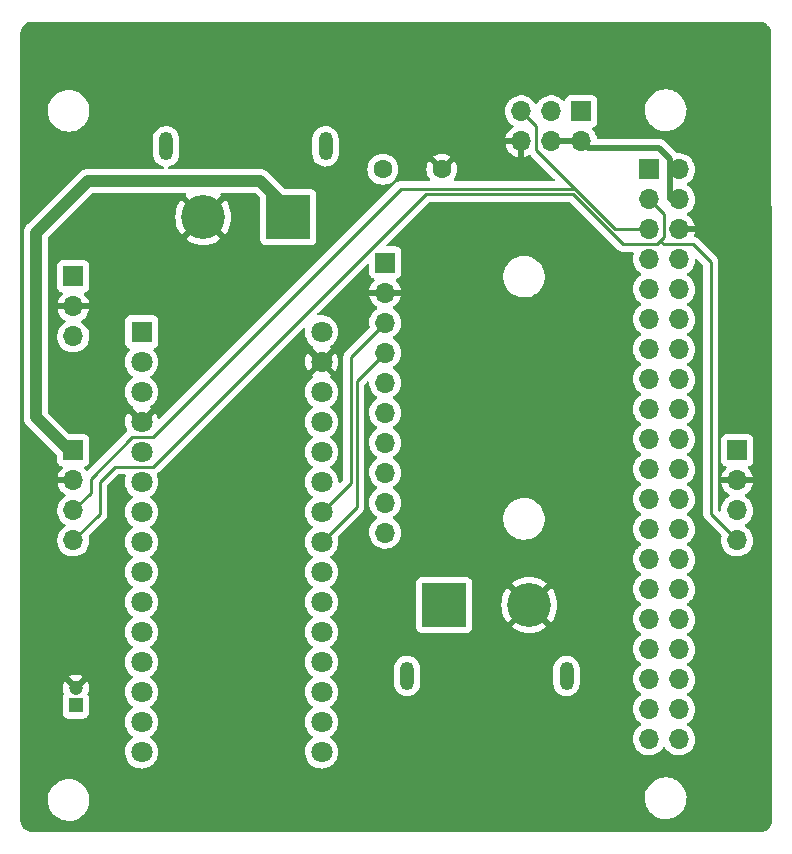
<source format=gbr>
%TF.GenerationSoftware,KiCad,Pcbnew,(6.0.4)*%
%TF.CreationDate,2022-09-15T01:58:29-04:00*%
%TF.ProjectId,Pi_HAT,50695f48-4154-42e6-9b69-6361645f7063,rev?*%
%TF.SameCoordinates,Original*%
%TF.FileFunction,Copper,L1,Top*%
%TF.FilePolarity,Positive*%
%FSLAX46Y46*%
G04 Gerber Fmt 4.6, Leading zero omitted, Abs format (unit mm)*
G04 Created by KiCad (PCBNEW (6.0.4)) date 2022-09-15 01:58:29*
%MOMM*%
%LPD*%
G01*
G04 APERTURE LIST*
%TA.AperFunction,ComponentPad*%
%ADD10R,1.800000X1.800000*%
%TD*%
%TA.AperFunction,ComponentPad*%
%ADD11C,1.800000*%
%TD*%
%TA.AperFunction,ComponentPad*%
%ADD12R,1.700000X1.700000*%
%TD*%
%TA.AperFunction,ComponentPad*%
%ADD13O,1.700000X1.700000*%
%TD*%
%TA.AperFunction,ComponentPad*%
%ADD14C,1.600000*%
%TD*%
%TA.AperFunction,ComponentPad*%
%ADD15R,3.716000X3.716000*%
%TD*%
%TA.AperFunction,ComponentPad*%
%ADD16C,3.716000*%
%TD*%
%TA.AperFunction,ComponentPad*%
%ADD17O,1.200000X2.400000*%
%TD*%
%TA.AperFunction,ComponentPad*%
%ADD18R,1.200000X1.200000*%
%TD*%
%TA.AperFunction,ComponentPad*%
%ADD19C,1.200000*%
%TD*%
%TA.AperFunction,ViaPad*%
%ADD20C,0.800000*%
%TD*%
%TA.AperFunction,Conductor*%
%ADD21C,0.250000*%
%TD*%
%TA.AperFunction,Conductor*%
%ADD22C,1.000000*%
%TD*%
%TA.AperFunction,Conductor*%
%ADD23C,0.500000*%
%TD*%
G04 APERTURE END LIST*
D10*
%TO.P,TB1,1,D1/TX*%
%TO.N,unconnected-(TB1-Pad1)*%
X108780000Y-93170000D03*
D11*
%TO.P,TB1,2,D0/RX*%
%TO.N,unconnected-(TB1-Pad2)*%
X108780000Y-95710000D03*
%TO.P,TB1,3,RESET*%
%TO.N,unconnected-(TB1-Pad28)*%
X108780000Y-98250000D03*
%TO.P,TB1,4,COM/GND*%
%TO.N,GND*%
X108780000Y-100790000D03*
%TO.P,TB1,5,D2*%
%TO.N,unconnected-(TB1-Pad5)*%
X108780000Y-103330000D03*
%TO.P,TB1,6,D3*%
%TO.N,unconnected-(TB1-Pad6)*%
X108780000Y-105870000D03*
%TO.P,TB1,7,D4*%
%TO.N,unconnected-(TB1-Pad7)*%
X108780000Y-108410000D03*
%TO.P,TB1,8,D5*%
%TO.N,unconnected-(TB1-Pad8)*%
X108780000Y-110950000D03*
%TO.P,TB1,9,D6*%
%TO.N,unconnected-(TB1-Pad9)*%
X108780000Y-113490000D03*
%TO.P,TB1,10,D7*%
%TO.N,unconnected-(TB1-Pad10)*%
X108780000Y-116030000D03*
%TO.P,TB1,11,D8*%
%TO.N,unconnected-(TB1-Pad11)*%
X108780000Y-118570000D03*
%TO.P,TB1,12,D9*%
%TO.N,unconnected-(TB1-Pad12)*%
X108780000Y-121110000D03*
%TO.P,TB1,13,D10*%
%TO.N,unconnected-(TB1-Pad13)*%
X108780000Y-123650000D03*
%TO.P,TB1,14,D11/MOSI*%
%TO.N,unconnected-(TB1-Pad14)*%
X108780000Y-126190000D03*
%TO.P,TB1,15,D12/MISO*%
%TO.N,unconnected-(TB1-Pad15)*%
X108780000Y-128730000D03*
%TO.P,TB1,16,D13/SCK*%
%TO.N,unconnected-(TB1-Pad16)*%
X124020000Y-128730000D03*
%TO.P,TB1,17,3V3*%
%TO.N,3.3VN*%
X124020000Y-126190000D03*
%TO.P,TB1,18,AREF*%
%TO.N,unconnected-(TB1-Pad18)*%
X124020000Y-123650000D03*
%TO.P,TB1,19,A0*%
%TO.N,/PS*%
X124020000Y-121110000D03*
%TO.P,TB1,20,A1*%
%TO.N,unconnected-(TB1-Pad20)*%
X124020000Y-118570000D03*
%TO.P,TB1,21,A2*%
%TO.N,unconnected-(TB1-Pad21)*%
X124020000Y-116030000D03*
%TO.P,TB1,22,A3*%
%TO.N,unconnected-(TB1-Pad22)*%
X124020000Y-113490000D03*
%TO.P,TB1,23,A4*%
%TO.N,SDAN*%
X124020000Y-110950000D03*
%TO.P,TB1,24,A5*%
%TO.N,SCLN*%
X124020000Y-108410000D03*
%TO.P,TB1,25,A6*%
%TO.N,unconnected-(TB1-Pad25)*%
X124020000Y-105870000D03*
%TO.P,TB1,26,A7*%
%TO.N,unconnected-(TB1-Pad26)*%
X124020000Y-103330000D03*
%TO.P,TB1,27,+5V*%
%TO.N,unconnected-(TB1-Pad27)*%
X124020000Y-100790000D03*
%TO.P,TB1,28,RESET*%
%TO.N,unconnected-(TB1-Pad28)*%
X124020000Y-98250000D03*
%TO.P,TB1,29,COM/GND*%
%TO.N,GND*%
X124020000Y-95710000D03*
%TO.P,TB1,30,VIN*%
%TO.N,unconnected-(TB1-Pad30)*%
X124020000Y-93170000D03*
%TD*%
D12*
%TO.P,J3,1,Pin_1*%
%TO.N,3.3VP*%
X146000000Y-74500000D03*
D13*
%TO.P,J3,2,Pin_2*%
%TO.N,/5V*%
X146000000Y-77040000D03*
%TO.P,J3,3,Pin_3*%
%TO.N,/SDA*%
X143460000Y-74500000D03*
%TO.P,J3,4,Pin_4*%
%TO.N,/5V*%
X143460000Y-77040000D03*
%TO.P,J3,5,Pin_5*%
%TO.N,/SCL*%
X140920000Y-74500000D03*
%TO.P,J3,6,Pin_6*%
%TO.N,GND*%
X140920000Y-77040000D03*
%TD*%
D12*
%TO.P,J1,1,Pin_1*%
%TO.N,3.3VN*%
X129400000Y-87300000D03*
D13*
%TO.P,J1,2,Pin_2*%
%TO.N,GND*%
X129400000Y-89840000D03*
%TO.P,J1,3,Pin_3*%
%TO.N,SCLN*%
X129400000Y-92380000D03*
%TO.P,J1,4,Pin_4*%
%TO.N,SDAN*%
X129400000Y-94920000D03*
%TO.P,J1,5,Pin_5*%
%TO.N,unconnected-(J1-Pad5)*%
X129400000Y-97460000D03*
%TO.P,J1,6,Pin_6*%
%TO.N,unconnected-(J1-Pad6)*%
X129400000Y-100000000D03*
%TO.P,J1,7,Pin_7*%
%TO.N,unconnected-(J1-Pad7)*%
X129400000Y-102540000D03*
%TO.P,J1,8,Pin_8*%
%TO.N,unconnected-(J1-Pad8)*%
X129400000Y-105080000D03*
%TO.P,J1,9,Pin_9*%
%TO.N,unconnected-(J1-Pad9)*%
X129400000Y-107620000D03*
%TO.P,J1,10,Pin_10*%
%TO.N,unconnected-(J1-Pad10)*%
X129400000Y-110160000D03*
%TD*%
%TO.P,J2,40,Pin_40*%
%TO.N,unconnected-(J2-Pad40)*%
X154265000Y-127660000D03*
%TO.P,J2,39,Pin_39*%
%TO.N,unconnected-(J2-Pad39)*%
X151725000Y-127660000D03*
%TO.P,J2,38,Pin_38*%
%TO.N,unconnected-(J2-Pad38)*%
X154265000Y-125120000D03*
%TO.P,J2,37,Pin_37*%
%TO.N,unconnected-(J2-Pad37)*%
X151725000Y-125120000D03*
%TO.P,J2,36,Pin_36*%
%TO.N,unconnected-(J2-Pad36)*%
X154265000Y-122580000D03*
%TO.P,J2,35,Pin_35*%
%TO.N,unconnected-(J2-Pad35)*%
X151725000Y-122580000D03*
%TO.P,J2,34,Pin_34*%
%TO.N,unconnected-(J2-Pad34)*%
X154265000Y-120040000D03*
%TO.P,J2,33,Pin_33*%
%TO.N,unconnected-(J2-Pad33)*%
X151725000Y-120040000D03*
%TO.P,J2,32,Pin_32*%
%TO.N,unconnected-(J2-Pad32)*%
X154265000Y-117500000D03*
%TO.P,J2,31,Pin_31*%
%TO.N,unconnected-(J2-Pad31)*%
X151725000Y-117500000D03*
%TO.P,J2,30,Pin_30*%
%TO.N,unconnected-(J2-Pad30)*%
X154265000Y-114960000D03*
%TO.P,J2,29,Pin_29*%
%TO.N,unconnected-(J2-Pad29)*%
X151725000Y-114960000D03*
%TO.P,J2,28,Pin_28*%
%TO.N,unconnected-(J2-Pad28)*%
X154265000Y-112420000D03*
%TO.P,J2,27,Pin_27*%
%TO.N,unconnected-(J2-Pad27)*%
X151725000Y-112420000D03*
%TO.P,J2,26,Pin_26*%
%TO.N,unconnected-(J2-Pad26)*%
X154265000Y-109880000D03*
%TO.P,J2,25,Pin_25*%
%TO.N,unconnected-(J2-Pad25)*%
X151725000Y-109880000D03*
%TO.P,J2,24,Pin_24*%
%TO.N,unconnected-(J2-Pad24)*%
X154265000Y-107340000D03*
%TO.P,J2,23,Pin_23*%
%TO.N,unconnected-(J2-Pad23)*%
X151725000Y-107340000D03*
%TO.P,J2,22,Pin_22*%
%TO.N,unconnected-(J2-Pad22)*%
X154265000Y-104800000D03*
%TO.P,J2,21,Pin_21*%
%TO.N,unconnected-(J2-Pad21)*%
X151725000Y-104800000D03*
%TO.P,J2,20,Pin_20*%
%TO.N,unconnected-(J2-Pad20)*%
X154265000Y-102260000D03*
%TO.P,J2,19,Pin_19*%
%TO.N,unconnected-(J2-Pad19)*%
X151725000Y-102260000D03*
%TO.P,J2,18,Pin_18*%
%TO.N,unconnected-(J2-Pad18)*%
X154265000Y-99720000D03*
%TO.P,J2,17,Pin_17*%
%TO.N,unconnected-(J2-Pad17)*%
X151725000Y-99720000D03*
%TO.P,J2,16,Pin_16*%
%TO.N,unconnected-(J2-Pad16)*%
X154265000Y-97180000D03*
%TO.P,J2,15,Pin_15*%
%TO.N,unconnected-(J2-Pad15)*%
X151725000Y-97180000D03*
%TO.P,J2,14,Pin_14*%
%TO.N,unconnected-(J2-Pad14)*%
X154265000Y-94640000D03*
%TO.P,J2,13,Pin_13*%
%TO.N,unconnected-(J2-Pad13)*%
X151725000Y-94640000D03*
%TO.P,J2,12,Pin_12*%
%TO.N,unconnected-(J2-Pad12)*%
X154265000Y-92100000D03*
%TO.P,J2,11,Pin_11*%
%TO.N,unconnected-(J2-Pad11)*%
X151725000Y-92100000D03*
%TO.P,J2,10,Pin_10*%
%TO.N,unconnected-(J2-Pad10)*%
X154265000Y-89560000D03*
%TO.P,J2,9,Pin_9*%
%TO.N,unconnected-(J2-Pad9)*%
X151725000Y-89560000D03*
%TO.P,J2,8,Pin_8*%
%TO.N,unconnected-(J2-Pad8)*%
X154265000Y-87020000D03*
%TO.P,J2,7,Pin_7*%
%TO.N,unconnected-(J2-Pad7)*%
X151725000Y-87020000D03*
%TO.P,J2,6,Pin_6*%
%TO.N,GND*%
X154265000Y-84480000D03*
%TO.P,J2,5,Pin_5*%
%TO.N,/SCL*%
X151725000Y-84480000D03*
%TO.P,J2,4,Pin_4*%
%TO.N,/5V*%
X154265000Y-81940000D03*
%TO.P,J2,3,Pin_3*%
%TO.N,/SDA*%
X151725000Y-81940000D03*
%TO.P,J2,2,Pin_2*%
%TO.N,/5V*%
X154265000Y-79400000D03*
D12*
%TO.P,J2,1,Pin_1*%
%TO.N,3.3VP*%
X151725000Y-79400000D03*
%TD*%
D14*
%TO.P,C1,1*%
%TO.N,12V*%
X129200000Y-79400000D03*
%TO.P,C1,2*%
%TO.N,GND*%
X134200000Y-79400000D03*
%TD*%
D12*
%TO.P,J4,1,Pin_1*%
%TO.N,12V*%
X103000000Y-103200000D03*
D13*
%TO.P,J4,2,Pin_2*%
%TO.N,GND*%
X103000000Y-105740000D03*
%TO.P,J4,3,Pin_3*%
%TO.N,/SCL*%
X103000000Y-108280000D03*
%TO.P,J4,4,Pin_4*%
%TO.N,/SDA*%
X103000000Y-110820000D03*
%TD*%
D15*
%TO.P,J5,1,+*%
%TO.N,12V*%
X121200000Y-83465750D03*
D16*
%TO.P,J5,2,-*%
%TO.N,GND*%
X114000000Y-83465750D03*
D17*
%TO.P,J5,S1*%
%TO.N,N/C*%
X124350000Y-77465750D03*
%TO.P,J5,S2*%
X110850000Y-77465750D03*
%TD*%
D18*
%TO.P,C2,1*%
%TO.N,/5V*%
X103200000Y-124800000D03*
D19*
%TO.P,C2,2*%
%TO.N,GND*%
X103200000Y-123300000D03*
%TD*%
D12*
%TO.P,J6,1,Pin_1*%
%TO.N,12V*%
X159200000Y-103200000D03*
D13*
%TO.P,J6,2,Pin_2*%
%TO.N,GND*%
X159200000Y-105740000D03*
%TO.P,J6,3,Pin_3*%
%TO.N,/SCL*%
X159200000Y-108280000D03*
%TO.P,J6,4,Pin_4*%
%TO.N,/SDA*%
X159200000Y-110820000D03*
%TD*%
D12*
%TO.P,J7,1,Pin_1*%
%TO.N,/5V*%
X103000000Y-88475000D03*
D13*
%TO.P,J7,2,Pin_2*%
%TO.N,GND*%
X103000000Y-91015000D03*
%TO.P,J7,3,Pin_3*%
%TO.N,/PS*%
X103000000Y-93555000D03*
%TD*%
D15*
%TO.P,J8,1,+*%
%TO.N,12V*%
X134400000Y-116300000D03*
D16*
%TO.P,J8,2,-*%
%TO.N,GND*%
X141600000Y-116300000D03*
D17*
%TO.P,J8,S1*%
%TO.N,N/C*%
X131250000Y-122300000D03*
%TO.P,J8,S2*%
X144750000Y-122300000D03*
%TD*%
D20*
%TO.N,GND*%
X149750000Y-98950000D03*
%TD*%
D21*
%TO.N,SDAN*%
X127000000Y-107970000D02*
X127000000Y-97320000D01*
X127000000Y-97320000D02*
X129400000Y-94920000D01*
X124020000Y-110950000D02*
X127000000Y-107970000D01*
%TO.N,SCLN*%
X124020000Y-108410000D02*
X126500000Y-105930000D01*
X126500000Y-105930000D02*
X126500000Y-95280000D01*
X126500000Y-95280000D02*
X129400000Y-92380000D01*
D22*
%TO.N,12V*%
X118800000Y-80400000D02*
X104200000Y-80400000D01*
X99800000Y-84800000D02*
X99800000Y-100400000D01*
X102600000Y-103200000D02*
X103000000Y-103200000D01*
X104200000Y-80400000D02*
X99800000Y-84800000D01*
X99800000Y-100400000D02*
X102600000Y-103200000D01*
X121200000Y-82800000D02*
X118800000Y-80400000D01*
X121200000Y-83465750D02*
X121200000Y-82800000D01*
D23*
%TO.N,/5V*%
X153540000Y-78540000D02*
X152600000Y-77600000D01*
X152600000Y-77600000D02*
X146560000Y-77600000D01*
X146560000Y-77600000D02*
X146000000Y-77040000D01*
X153540000Y-79400000D02*
X153540000Y-81940000D01*
X143460000Y-77040000D02*
X146000000Y-77040000D01*
X153540000Y-79400000D02*
X153540000Y-78540000D01*
D21*
%TO.N,/SCL*%
X108000000Y-102050000D02*
X109700000Y-102050000D01*
X104450000Y-105600000D02*
X108000000Y-102050000D01*
X148880000Y-84480000D02*
X151000000Y-84480000D01*
X145450000Y-81050000D02*
X148880000Y-84480000D01*
X103000000Y-108280000D02*
X104450000Y-106830000D01*
X140920000Y-74500000D02*
X142200000Y-75780000D01*
X104450000Y-106830000D02*
X104450000Y-105600000D01*
X109700000Y-102050000D02*
X130700000Y-81050000D01*
X142200000Y-77800000D02*
X142600000Y-78200000D01*
X142200000Y-75780000D02*
X142200000Y-77800000D01*
X130700000Y-81050000D02*
X145450000Y-81050000D01*
X142600000Y-78200000D02*
X145450000Y-81050000D01*
%TO.N,/SDA*%
X145264282Y-81500000D02*
X149514282Y-85750000D01*
X155450000Y-85750000D02*
X153000000Y-85750000D01*
X153000000Y-85150000D02*
X153000000Y-83215000D01*
X132850000Y-81500000D02*
X145264282Y-81500000D01*
X153000000Y-83215000D02*
X151725000Y-81940000D01*
X105250000Y-105850000D02*
X106500000Y-104600000D01*
X156950000Y-108570000D02*
X156950000Y-87250000D01*
X105250000Y-108570000D02*
X105250000Y-105850000D01*
X156950000Y-87250000D02*
X155450000Y-85750000D01*
X153000000Y-85750000D02*
X152700000Y-85450000D01*
X152700000Y-85450000D02*
X153000000Y-85150000D01*
X152400000Y-85750000D02*
X152700000Y-85450000D01*
X149514282Y-85750000D02*
X152400000Y-85750000D01*
X103000000Y-110820000D02*
X105250000Y-108570000D01*
X109750000Y-104600000D02*
X132850000Y-81500000D01*
X106500000Y-104600000D02*
X109750000Y-104600000D01*
X159200000Y-110820000D02*
X156950000Y-108570000D01*
%TD*%
%TA.AperFunction,Conductor*%
%TO.N,GND*%
G36*
X161070018Y-66910000D02*
G01*
X161084851Y-66912310D01*
X161084855Y-66912310D01*
X161093724Y-66913691D01*
X161106397Y-66912034D01*
X161133707Y-66911449D01*
X161261194Y-66922603D01*
X161282817Y-66926415D01*
X161428466Y-66965442D01*
X161449104Y-66972954D01*
X161585760Y-67036678D01*
X161604780Y-67047660D01*
X161728297Y-67134147D01*
X161745122Y-67148265D01*
X161851735Y-67254878D01*
X161865853Y-67271703D01*
X161952340Y-67395220D01*
X161963322Y-67414240D01*
X162027046Y-67550896D01*
X162034557Y-67571534D01*
X162073583Y-67717178D01*
X162077398Y-67738809D01*
X162087947Y-67859393D01*
X162087393Y-67875871D01*
X162087800Y-67875876D01*
X162087690Y-67884853D01*
X162086309Y-67893724D01*
X162087473Y-67902626D01*
X162087473Y-67902628D01*
X162090461Y-67925474D01*
X162091525Y-67941735D01*
X162108619Y-96897713D01*
X162130811Y-134490078D01*
X162129310Y-134509540D01*
X162127031Y-134524174D01*
X162125649Y-134533050D01*
X162126813Y-134541953D01*
X162126813Y-134541959D01*
X162127306Y-134545730D01*
X162127889Y-134573046D01*
X162116734Y-134700517D01*
X162112921Y-134722143D01*
X162081576Y-134839113D01*
X162073891Y-134867793D01*
X162066379Y-134888430D01*
X162004581Y-135020954D01*
X162002654Y-135025086D01*
X161991675Y-135044102D01*
X161980335Y-135060298D01*
X161905182Y-135167626D01*
X161891064Y-135184450D01*
X161784450Y-135291064D01*
X161767626Y-135305182D01*
X161644102Y-135391675D01*
X161625090Y-135402651D01*
X161572778Y-135427046D01*
X161488430Y-135466379D01*
X161467792Y-135473891D01*
X161322143Y-135512921D01*
X161300517Y-135516734D01*
X161179934Y-135527286D01*
X161163452Y-135526733D01*
X161163447Y-135527139D01*
X161154472Y-135527030D01*
X161145602Y-135525649D01*
X161136702Y-135526813D01*
X161136701Y-135526813D01*
X161134209Y-135527139D01*
X161114250Y-135529749D01*
X161097839Y-135530813D01*
X125955962Y-135508384D01*
X99549487Y-135491531D01*
X99530184Y-135490031D01*
X99515151Y-135487690D01*
X99515146Y-135487690D01*
X99506276Y-135486309D01*
X99493603Y-135487966D01*
X99466293Y-135488551D01*
X99338806Y-135477397D01*
X99317183Y-135473585D01*
X99171533Y-135434558D01*
X99150896Y-135427046D01*
X99014240Y-135363322D01*
X98995220Y-135352340D01*
X98871703Y-135265853D01*
X98854878Y-135251735D01*
X98748265Y-135145122D01*
X98734147Y-135128297D01*
X98647660Y-135004780D01*
X98636678Y-134985760D01*
X98572954Y-134849104D01*
X98565443Y-134828466D01*
X98526417Y-134682822D01*
X98522602Y-134661191D01*
X98512349Y-134543993D01*
X98512374Y-134521758D01*
X98512770Y-134517344D01*
X98513576Y-134512552D01*
X98513729Y-134500000D01*
X98509773Y-134472376D01*
X98508500Y-134454514D01*
X98508500Y-132907655D01*
X100839858Y-132907655D01*
X100875104Y-133166638D01*
X100876412Y-133171124D01*
X100876412Y-133171126D01*
X100896098Y-133238664D01*
X100948243Y-133417567D01*
X101057668Y-133654928D01*
X101060231Y-133658837D01*
X101198410Y-133869596D01*
X101198414Y-133869601D01*
X101200976Y-133873509D01*
X101375018Y-134068506D01*
X101575970Y-134235637D01*
X101579973Y-134238066D01*
X101795422Y-134368804D01*
X101795426Y-134368806D01*
X101799419Y-134371229D01*
X102040455Y-134472303D01*
X102293783Y-134536641D01*
X102298434Y-134537109D01*
X102298438Y-134537110D01*
X102445381Y-134551906D01*
X102510867Y-134558500D01*
X102666354Y-134558500D01*
X102668679Y-134558327D01*
X102668685Y-134558327D01*
X102856000Y-134544407D01*
X102856004Y-134544406D01*
X102860652Y-134544061D01*
X102865200Y-134543032D01*
X102865206Y-134543031D01*
X103099221Y-134490078D01*
X103115577Y-134486377D01*
X103151769Y-134472303D01*
X103354824Y-134393340D01*
X103354827Y-134393339D01*
X103359177Y-134391647D01*
X103369952Y-134385489D01*
X103458842Y-134334684D01*
X103586098Y-134261951D01*
X103791357Y-134100138D01*
X103970443Y-133909763D01*
X104119424Y-133695009D01*
X104193396Y-133545009D01*
X104232960Y-133464781D01*
X104232961Y-133464778D01*
X104235025Y-133460593D01*
X104314707Y-133211665D01*
X104356721Y-132953693D01*
X104358624Y-132808308D01*
X104359287Y-132757655D01*
X151389858Y-132757655D01*
X151425104Y-133016638D01*
X151426412Y-133021124D01*
X151426412Y-133021126D01*
X151446098Y-133088664D01*
X151498243Y-133267567D01*
X151607668Y-133504928D01*
X151610231Y-133508837D01*
X151748410Y-133719596D01*
X151748414Y-133719601D01*
X151750976Y-133723509D01*
X151925018Y-133918506D01*
X152125970Y-134085637D01*
X152129973Y-134088066D01*
X152345422Y-134218804D01*
X152345426Y-134218806D01*
X152349419Y-134221229D01*
X152590455Y-134322303D01*
X152843783Y-134386641D01*
X152848434Y-134387109D01*
X152848438Y-134387110D01*
X153041308Y-134406531D01*
X153060867Y-134408500D01*
X153216354Y-134408500D01*
X153218679Y-134408327D01*
X153218685Y-134408327D01*
X153406000Y-134394407D01*
X153406004Y-134394406D01*
X153410652Y-134394061D01*
X153415200Y-134393032D01*
X153415206Y-134393031D01*
X153601601Y-134350853D01*
X153665577Y-134336377D01*
X153701769Y-134322303D01*
X153904824Y-134243340D01*
X153904827Y-134243339D01*
X153909177Y-134241647D01*
X153915443Y-134238066D01*
X153993196Y-134193626D01*
X154136098Y-134111951D01*
X154341357Y-133950138D01*
X154520443Y-133759763D01*
X154669424Y-133545009D01*
X154708988Y-133464781D01*
X154782960Y-133314781D01*
X154782961Y-133314778D01*
X154785025Y-133310593D01*
X154829669Y-133171126D01*
X154863280Y-133066123D01*
X154864707Y-133061665D01*
X154906721Y-132803693D01*
X154910142Y-132542345D01*
X154874896Y-132283362D01*
X154860473Y-132233877D01*
X154844238Y-132178179D01*
X154801757Y-132032433D01*
X154692332Y-131795072D01*
X154645079Y-131722999D01*
X154551590Y-131580404D01*
X154551586Y-131580399D01*
X154549024Y-131576491D01*
X154374982Y-131381494D01*
X154174030Y-131214363D01*
X154031209Y-131127697D01*
X153954578Y-131081196D01*
X153954574Y-131081194D01*
X153950581Y-131078771D01*
X153709545Y-130977697D01*
X153456217Y-130913359D01*
X153451566Y-130912891D01*
X153451562Y-130912890D01*
X153242271Y-130891816D01*
X153239133Y-130891500D01*
X153083646Y-130891500D01*
X153081321Y-130891673D01*
X153081315Y-130891673D01*
X152894000Y-130905593D01*
X152893996Y-130905594D01*
X152889348Y-130905939D01*
X152884800Y-130906968D01*
X152884794Y-130906969D01*
X152698399Y-130949147D01*
X152634423Y-130963623D01*
X152630071Y-130965315D01*
X152630069Y-130965316D01*
X152395176Y-131056660D01*
X152395173Y-131056661D01*
X152390823Y-131058353D01*
X152386769Y-131060670D01*
X152386767Y-131060671D01*
X152358264Y-131076962D01*
X152163902Y-131188049D01*
X151958643Y-131349862D01*
X151779557Y-131540237D01*
X151630576Y-131754991D01*
X151628510Y-131759181D01*
X151628508Y-131759184D01*
X151534745Y-131949318D01*
X151514975Y-131989407D01*
X151435293Y-132238335D01*
X151393279Y-132496307D01*
X151393218Y-132500980D01*
X151390774Y-132687711D01*
X151389858Y-132757655D01*
X104359287Y-132757655D01*
X104360081Y-132697022D01*
X104360081Y-132697019D01*
X104360142Y-132692345D01*
X104324896Y-132433362D01*
X104310473Y-132383877D01*
X104279867Y-132278874D01*
X104251757Y-132182433D01*
X104142332Y-131945072D01*
X104109519Y-131895024D01*
X104001590Y-131730404D01*
X104001586Y-131730399D01*
X103999024Y-131726491D01*
X103824982Y-131531494D01*
X103624030Y-131364363D01*
X103576844Y-131335730D01*
X103404578Y-131231196D01*
X103404574Y-131231194D01*
X103400581Y-131228771D01*
X103159545Y-131127697D01*
X102906217Y-131063359D01*
X102901566Y-131062891D01*
X102901562Y-131062890D01*
X102692271Y-131041816D01*
X102689133Y-131041500D01*
X102533646Y-131041500D01*
X102531321Y-131041673D01*
X102531315Y-131041673D01*
X102344000Y-131055593D01*
X102343996Y-131055594D01*
X102339348Y-131055939D01*
X102334800Y-131056968D01*
X102334794Y-131056969D01*
X102148399Y-131099147D01*
X102084423Y-131113623D01*
X102080071Y-131115315D01*
X102080069Y-131115316D01*
X101845176Y-131206660D01*
X101845173Y-131206661D01*
X101840823Y-131208353D01*
X101836769Y-131210670D01*
X101836767Y-131210671D01*
X101808264Y-131226962D01*
X101613902Y-131338049D01*
X101408643Y-131499862D01*
X101229557Y-131690237D01*
X101080576Y-131904991D01*
X101078510Y-131909181D01*
X101078508Y-131909184D01*
X101017729Y-132032433D01*
X100964975Y-132139407D01*
X100963553Y-132143850D01*
X100963552Y-132143852D01*
X100886720Y-132383877D01*
X100885293Y-132388335D01*
X100843279Y-132646307D01*
X100839858Y-132907655D01*
X98508500Y-132907655D01*
X98508500Y-123276638D01*
X102088012Y-123276638D01*
X102100575Y-123468304D01*
X102102376Y-123479674D01*
X102149657Y-123665843D01*
X102153498Y-123676690D01*
X102199437Y-123776341D01*
X102209792Y-123846579D01*
X102185837Y-123904657D01*
X102154771Y-123946108D01*
X102154770Y-123946110D01*
X102149385Y-123953295D01*
X102098255Y-124089684D01*
X102091500Y-124151866D01*
X102091500Y-125448134D01*
X102098255Y-125510316D01*
X102149385Y-125646705D01*
X102236739Y-125763261D01*
X102353295Y-125850615D01*
X102489684Y-125901745D01*
X102551866Y-125908500D01*
X103848134Y-125908500D01*
X103910316Y-125901745D01*
X104046705Y-125850615D01*
X104163261Y-125763261D01*
X104250615Y-125646705D01*
X104301745Y-125510316D01*
X104308500Y-125448134D01*
X104308500Y-124151866D01*
X104301745Y-124089684D01*
X104250615Y-123953295D01*
X104215953Y-123907045D01*
X104191105Y-123840540D01*
X104206845Y-123769913D01*
X104213726Y-123757626D01*
X104218401Y-123747127D01*
X104280144Y-123565240D01*
X104282832Y-123554045D01*
X104310689Y-123361911D01*
X104311319Y-123354528D01*
X104312650Y-123303704D01*
X104312407Y-123296305D01*
X104294643Y-123102975D01*
X104292545Y-123091654D01*
X104240408Y-122906791D01*
X104236283Y-122896044D01*
X104152163Y-122725465D01*
X104144869Y-122719990D01*
X104132449Y-122726762D01*
X103559210Y-123300000D01*
X103289095Y-123570116D01*
X103226783Y-123604141D01*
X103155967Y-123599076D01*
X103110905Y-123570115D01*
X102840790Y-123300000D01*
X102268542Y-122727753D01*
X102256162Y-122720993D01*
X102250196Y-122725459D01*
X102174645Y-122869058D01*
X102170242Y-122879691D01*
X102113281Y-123063132D01*
X102110891Y-123074376D01*
X102088313Y-123265137D01*
X102088012Y-123276638D01*
X98508500Y-123276638D01*
X98508500Y-122358675D01*
X102622788Y-122358675D01*
X102626275Y-122367064D01*
X103187189Y-122927979D01*
X103201132Y-122935592D01*
X103202966Y-122935461D01*
X103209580Y-122931210D01*
X103770285Y-122370504D01*
X103777042Y-122358129D01*
X103771012Y-122350073D01*
X103710061Y-122311616D01*
X103699813Y-122306395D01*
X103521401Y-122235216D01*
X103510373Y-122231949D01*
X103321982Y-122194476D01*
X103310535Y-122193273D01*
X103118477Y-122190759D01*
X103106997Y-122191662D01*
X102917697Y-122224190D01*
X102906577Y-122227170D01*
X102726365Y-122293653D01*
X102715991Y-122298601D01*
X102632385Y-122348342D01*
X102622788Y-122358675D01*
X98508500Y-122358675D01*
X98508500Y-84796462D01*
X98786626Y-84796462D01*
X98787206Y-84802593D01*
X98790941Y-84842109D01*
X98791500Y-84853967D01*
X98791500Y-100338157D01*
X98790763Y-100351764D01*
X98786676Y-100389388D01*
X98787213Y-100395523D01*
X98791050Y-100439388D01*
X98791379Y-100444214D01*
X98791500Y-100446686D01*
X98791500Y-100449769D01*
X98791801Y-100452837D01*
X98795690Y-100492506D01*
X98795812Y-100493819D01*
X98798120Y-100520197D01*
X98803913Y-100586413D01*
X98805400Y-100591532D01*
X98805920Y-100596833D01*
X98832791Y-100685834D01*
X98833126Y-100686967D01*
X98855557Y-100764171D01*
X98859091Y-100776336D01*
X98861544Y-100781068D01*
X98863084Y-100786169D01*
X98865978Y-100791612D01*
X98906731Y-100868260D01*
X98907343Y-100869426D01*
X98939320Y-100931114D01*
X98950108Y-100951926D01*
X98953431Y-100956089D01*
X98955934Y-100960796D01*
X98959828Y-100965570D01*
X98959829Y-100965572D01*
X99014698Y-101032847D01*
X99015527Y-101033875D01*
X99044535Y-101070214D01*
X99044540Y-101070220D01*
X99046738Y-101072973D01*
X99049241Y-101075476D01*
X99049884Y-101076195D01*
X99053585Y-101080528D01*
X99080935Y-101114062D01*
X99085682Y-101117989D01*
X99085684Y-101117991D01*
X99116262Y-101143287D01*
X99125042Y-101151277D01*
X101604595Y-103630829D01*
X101638620Y-103693141D01*
X101641500Y-103719924D01*
X101641500Y-104098134D01*
X101648255Y-104160316D01*
X101699385Y-104296705D01*
X101786739Y-104413261D01*
X101903295Y-104500615D01*
X101911704Y-104503767D01*
X101911705Y-104503768D01*
X102020960Y-104544726D01*
X102077725Y-104587367D01*
X102102425Y-104653929D01*
X102087218Y-104723278D01*
X102067825Y-104749759D01*
X101944590Y-104878717D01*
X101938104Y-104886727D01*
X101818098Y-105062649D01*
X101813000Y-105071623D01*
X101723338Y-105264783D01*
X101719775Y-105274470D01*
X101664389Y-105474183D01*
X101665912Y-105482607D01*
X101678292Y-105486000D01*
X103128000Y-105486000D01*
X103196121Y-105506002D01*
X103242614Y-105559658D01*
X103254000Y-105612000D01*
X103254000Y-105868000D01*
X103233998Y-105936121D01*
X103180342Y-105982614D01*
X103128000Y-105994000D01*
X101683225Y-105994000D01*
X101669694Y-105997973D01*
X101668257Y-106007966D01*
X101698565Y-106142446D01*
X101701645Y-106152275D01*
X101781770Y-106349603D01*
X101786413Y-106358794D01*
X101897694Y-106540388D01*
X101903777Y-106548699D01*
X102043213Y-106709667D01*
X102050580Y-106716883D01*
X102214434Y-106852916D01*
X102222881Y-106858831D01*
X102291969Y-106899203D01*
X102340693Y-106950842D01*
X102353764Y-107020625D01*
X102327033Y-107086396D01*
X102286584Y-107119752D01*
X102273607Y-107126507D01*
X102269474Y-107129610D01*
X102269471Y-107129612D01*
X102099100Y-107257530D01*
X102094965Y-107260635D01*
X102091393Y-107264373D01*
X101959375Y-107402522D01*
X101940629Y-107422138D01*
X101937715Y-107426410D01*
X101937714Y-107426411D01*
X101867245Y-107529715D01*
X101814743Y-107606680D01*
X101771490Y-107699862D01*
X101722897Y-107804547D01*
X101720688Y-107809305D01*
X101660989Y-108024570D01*
X101637251Y-108246695D01*
X101637548Y-108251848D01*
X101637548Y-108251851D01*
X101646667Y-108410000D01*
X101650110Y-108469715D01*
X101651247Y-108474761D01*
X101651248Y-108474767D01*
X101668454Y-108551114D01*
X101699222Y-108687639D01*
X101749723Y-108812009D01*
X101780121Y-108886870D01*
X101783266Y-108894616D01*
X101810079Y-108938371D01*
X101885839Y-109062000D01*
X101899987Y-109085088D01*
X102046250Y-109253938D01*
X102218126Y-109396632D01*
X102243852Y-109411665D01*
X102291445Y-109439476D01*
X102340169Y-109491114D01*
X102353240Y-109560897D01*
X102326509Y-109626669D01*
X102286055Y-109660027D01*
X102273607Y-109666507D01*
X102269474Y-109669610D01*
X102269471Y-109669612D01*
X102099100Y-109797530D01*
X102094965Y-109800635D01*
X102091393Y-109804373D01*
X101959375Y-109942522D01*
X101940629Y-109962138D01*
X101937715Y-109966410D01*
X101937714Y-109966411D01*
X101867326Y-110069596D01*
X101814743Y-110146680D01*
X101799003Y-110180590D01*
X101722897Y-110344547D01*
X101720688Y-110349305D01*
X101660989Y-110564570D01*
X101637251Y-110786695D01*
X101637548Y-110791848D01*
X101637548Y-110791851D01*
X101646667Y-110950000D01*
X101650110Y-111009715D01*
X101651247Y-111014761D01*
X101651248Y-111014767D01*
X101664939Y-111075516D01*
X101699222Y-111227639D01*
X101737461Y-111321811D01*
X101780121Y-111426870D01*
X101783266Y-111434616D01*
X101899987Y-111625088D01*
X102046250Y-111793938D01*
X102218126Y-111936632D01*
X102411000Y-112049338D01*
X102619692Y-112129030D01*
X102624760Y-112130061D01*
X102624763Y-112130062D01*
X102732017Y-112151883D01*
X102838597Y-112173567D01*
X102843772Y-112173757D01*
X102843774Y-112173757D01*
X103056673Y-112181564D01*
X103056677Y-112181564D01*
X103061837Y-112181753D01*
X103066957Y-112181097D01*
X103066959Y-112181097D01*
X103278288Y-112154025D01*
X103278289Y-112154025D01*
X103283416Y-112153368D01*
X103288366Y-112151883D01*
X103492429Y-112090661D01*
X103492434Y-112090659D01*
X103497384Y-112089174D01*
X103697994Y-111990896D01*
X103879860Y-111861173D01*
X104038096Y-111703489D01*
X104097594Y-111620689D01*
X104165435Y-111526277D01*
X104168453Y-111522077D01*
X104173170Y-111512534D01*
X104265136Y-111326453D01*
X104265137Y-111326451D01*
X104267430Y-111321811D01*
X104319881Y-111149174D01*
X104330865Y-111113023D01*
X104330865Y-111113021D01*
X104332370Y-111108069D01*
X104361529Y-110886590D01*
X104363156Y-110820000D01*
X104344852Y-110597361D01*
X104316821Y-110485765D01*
X104319625Y-110414823D01*
X104349930Y-110365974D01*
X105642247Y-109073657D01*
X105650537Y-109066113D01*
X105657018Y-109062000D01*
X105703659Y-109012332D01*
X105706413Y-109009491D01*
X105726135Y-108989769D01*
X105728612Y-108986576D01*
X105736317Y-108977555D01*
X105751523Y-108961362D01*
X105766586Y-108945321D01*
X105774855Y-108930280D01*
X105776346Y-108927568D01*
X105787202Y-108911041D01*
X105794757Y-108901302D01*
X105794758Y-108901300D01*
X105799614Y-108895040D01*
X105817174Y-108854460D01*
X105822391Y-108843812D01*
X105839875Y-108812009D01*
X105839876Y-108812007D01*
X105843695Y-108805060D01*
X105848733Y-108785437D01*
X105855137Y-108766734D01*
X105860033Y-108755420D01*
X105860033Y-108755419D01*
X105863181Y-108748145D01*
X105864420Y-108740322D01*
X105864423Y-108740312D01*
X105870099Y-108704476D01*
X105872505Y-108692856D01*
X105881528Y-108657711D01*
X105881528Y-108657710D01*
X105883500Y-108650030D01*
X105883500Y-108629776D01*
X105885051Y-108610065D01*
X105886321Y-108602050D01*
X105888220Y-108590057D01*
X105884059Y-108546038D01*
X105883500Y-108534181D01*
X105883500Y-106164595D01*
X105903502Y-106096474D01*
X105920405Y-106075499D01*
X106725501Y-105270404D01*
X106787813Y-105236379D01*
X106814596Y-105233500D01*
X107329080Y-105233500D01*
X107397201Y-105253502D01*
X107443694Y-105307158D01*
X107453798Y-105377432D01*
X107450498Y-105393172D01*
X107398703Y-105579943D01*
X107391707Y-105605169D01*
X107367095Y-105835469D01*
X107367392Y-105840622D01*
X107367392Y-105840625D01*
X107377041Y-106007966D01*
X107380427Y-106066697D01*
X107381564Y-106071743D01*
X107381565Y-106071749D01*
X107405967Y-106180027D01*
X107431346Y-106292642D01*
X107433288Y-106297424D01*
X107433289Y-106297428D01*
X107508292Y-106482138D01*
X107518484Y-106507237D01*
X107639501Y-106704719D01*
X107791147Y-106879784D01*
X107969349Y-107027730D01*
X107973819Y-107030342D01*
X107977511Y-107032500D01*
X108026232Y-107084140D01*
X108039301Y-107153924D01*
X108012566Y-107219694D01*
X107989589Y-107242045D01*
X107873105Y-107329504D01*
X107841655Y-107353117D01*
X107794443Y-107402522D01*
X107754369Y-107444457D01*
X107681639Y-107520564D01*
X107678725Y-107524836D01*
X107678724Y-107524837D01*
X107622895Y-107606680D01*
X107551119Y-107711899D01*
X107453602Y-107921981D01*
X107391707Y-108145169D01*
X107367095Y-108375469D01*
X107367392Y-108380622D01*
X107367392Y-108380625D01*
X107376246Y-108534181D01*
X107380427Y-108606697D01*
X107381564Y-108611743D01*
X107381565Y-108611749D01*
X107406366Y-108721797D01*
X107431346Y-108832642D01*
X107433288Y-108837424D01*
X107433289Y-108837428D01*
X107516540Y-109042450D01*
X107518484Y-109047237D01*
X107639501Y-109244719D01*
X107791147Y-109419784D01*
X107969349Y-109567730D01*
X107973819Y-109570342D01*
X107977511Y-109572500D01*
X108026232Y-109624140D01*
X108039301Y-109693924D01*
X108012566Y-109759694D01*
X107989589Y-109782045D01*
X107887312Y-109858837D01*
X107841655Y-109893117D01*
X107794443Y-109942522D01*
X107754369Y-109984457D01*
X107681639Y-110060564D01*
X107678725Y-110064836D01*
X107678724Y-110064837D01*
X107622895Y-110146680D01*
X107551119Y-110251899D01*
X107453602Y-110461981D01*
X107391707Y-110685169D01*
X107367095Y-110915469D01*
X107367392Y-110920622D01*
X107367392Y-110920625D01*
X107374789Y-111048909D01*
X107380427Y-111146697D01*
X107381564Y-111151743D01*
X107381565Y-111151749D01*
X107405967Y-111260027D01*
X107431346Y-111372642D01*
X107433288Y-111377424D01*
X107433289Y-111377428D01*
X107506775Y-111558401D01*
X107518484Y-111587237D01*
X107639501Y-111784719D01*
X107791147Y-111959784D01*
X107969349Y-112107730D01*
X107973819Y-112110342D01*
X107977511Y-112112500D01*
X108026232Y-112164140D01*
X108039301Y-112233924D01*
X108012566Y-112299694D01*
X107989589Y-112322045D01*
X107841655Y-112433117D01*
X107681639Y-112600564D01*
X107678725Y-112604836D01*
X107678724Y-112604837D01*
X107663152Y-112627665D01*
X107551119Y-112791899D01*
X107453602Y-113001981D01*
X107391707Y-113225169D01*
X107367095Y-113455469D01*
X107367392Y-113460622D01*
X107367392Y-113460625D01*
X107373067Y-113559041D01*
X107380427Y-113686697D01*
X107381564Y-113691743D01*
X107381565Y-113691749D01*
X107405967Y-113800027D01*
X107431346Y-113912642D01*
X107433288Y-113917424D01*
X107433289Y-113917428D01*
X107516540Y-114122450D01*
X107518484Y-114127237D01*
X107639501Y-114324719D01*
X107791147Y-114499784D01*
X107969349Y-114647730D01*
X107973819Y-114650342D01*
X107977511Y-114652500D01*
X108026232Y-114704140D01*
X108039301Y-114773924D01*
X108012566Y-114839694D01*
X107989589Y-114862045D01*
X107841655Y-114973117D01*
X107681639Y-115140564D01*
X107678725Y-115144836D01*
X107678724Y-115144837D01*
X107663152Y-115167665D01*
X107551119Y-115331899D01*
X107453602Y-115541981D01*
X107391707Y-115765169D01*
X107367095Y-115995469D01*
X107367392Y-116000622D01*
X107367392Y-116000625D01*
X107373067Y-116099041D01*
X107380427Y-116226697D01*
X107381564Y-116231743D01*
X107381565Y-116231749D01*
X107405967Y-116340027D01*
X107431346Y-116452642D01*
X107433288Y-116457424D01*
X107433289Y-116457428D01*
X107496676Y-116613531D01*
X107518484Y-116667237D01*
X107639501Y-116864719D01*
X107791147Y-117039784D01*
X107969349Y-117187730D01*
X107973819Y-117190342D01*
X107977511Y-117192500D01*
X108026232Y-117244140D01*
X108039301Y-117313924D01*
X108012566Y-117379694D01*
X107989589Y-117402045D01*
X107873812Y-117488973D01*
X107841655Y-117513117D01*
X107681639Y-117680564D01*
X107678725Y-117684836D01*
X107678724Y-117684837D01*
X107636652Y-117746512D01*
X107551119Y-117871899D01*
X107453602Y-118081981D01*
X107391707Y-118305169D01*
X107367095Y-118535469D01*
X107367392Y-118540622D01*
X107367392Y-118540625D01*
X107374650Y-118666500D01*
X107380427Y-118766697D01*
X107381564Y-118771743D01*
X107381565Y-118771749D01*
X107405967Y-118880027D01*
X107431346Y-118992642D01*
X107433288Y-118997424D01*
X107433289Y-118997428D01*
X107506775Y-119178401D01*
X107518484Y-119207237D01*
X107639501Y-119404719D01*
X107791147Y-119579784D01*
X107969349Y-119727730D01*
X107973819Y-119730342D01*
X107977511Y-119732500D01*
X108026232Y-119784140D01*
X108039301Y-119853924D01*
X108012566Y-119919694D01*
X107989589Y-119942045D01*
X107841655Y-120053117D01*
X107681639Y-120220564D01*
X107678725Y-120224836D01*
X107678724Y-120224837D01*
X107663152Y-120247665D01*
X107551119Y-120411899D01*
X107453602Y-120621981D01*
X107391707Y-120845169D01*
X107367095Y-121075469D01*
X107367392Y-121080622D01*
X107367392Y-121080625D01*
X107379592Y-121292214D01*
X107380427Y-121306697D01*
X107381564Y-121311743D01*
X107381565Y-121311749D01*
X107405967Y-121420027D01*
X107431346Y-121532642D01*
X107433288Y-121537424D01*
X107433289Y-121537428D01*
X107479060Y-121650147D01*
X107518484Y-121747237D01*
X107639501Y-121944719D01*
X107791147Y-122119784D01*
X107969349Y-122267730D01*
X107973819Y-122270342D01*
X107977511Y-122272500D01*
X108026232Y-122324140D01*
X108039301Y-122393924D01*
X108012566Y-122459694D01*
X107989589Y-122482045D01*
X107841655Y-122593117D01*
X107681639Y-122760564D01*
X107678725Y-122764836D01*
X107678724Y-122764837D01*
X107663152Y-122787665D01*
X107551119Y-122951899D01*
X107453602Y-123161981D01*
X107391707Y-123385169D01*
X107367095Y-123615469D01*
X107367392Y-123620622D01*
X107367392Y-123620625D01*
X107374245Y-123739476D01*
X107380427Y-123846697D01*
X107381564Y-123851743D01*
X107381565Y-123851749D01*
X107404672Y-123954281D01*
X107431346Y-124072642D01*
X107433288Y-124077424D01*
X107433289Y-124077428D01*
X107506775Y-124258401D01*
X107518484Y-124287237D01*
X107639501Y-124484719D01*
X107791147Y-124659784D01*
X107969349Y-124807730D01*
X107973819Y-124810342D01*
X107977511Y-124812500D01*
X108026232Y-124864140D01*
X108039301Y-124933924D01*
X108012566Y-124999694D01*
X107989589Y-125022045D01*
X107841655Y-125133117D01*
X107681639Y-125300564D01*
X107678725Y-125304836D01*
X107678724Y-125304837D01*
X107663152Y-125327665D01*
X107551119Y-125491899D01*
X107453602Y-125701981D01*
X107391707Y-125925169D01*
X107367095Y-126155469D01*
X107367392Y-126160622D01*
X107367392Y-126160625D01*
X107373067Y-126259041D01*
X107380427Y-126386697D01*
X107381564Y-126391743D01*
X107381565Y-126391749D01*
X107405967Y-126500027D01*
X107431346Y-126612642D01*
X107433288Y-126617424D01*
X107433289Y-126617428D01*
X107506775Y-126798401D01*
X107518484Y-126827237D01*
X107639501Y-127024719D01*
X107791147Y-127199784D01*
X107969349Y-127347730D01*
X107973819Y-127350342D01*
X107977511Y-127352500D01*
X108026232Y-127404140D01*
X108039301Y-127473924D01*
X108012566Y-127539694D01*
X107989589Y-127562045D01*
X107841655Y-127673117D01*
X107681639Y-127840564D01*
X107678725Y-127844836D01*
X107678724Y-127844837D01*
X107663152Y-127867665D01*
X107551119Y-128031899D01*
X107453602Y-128241981D01*
X107391707Y-128465169D01*
X107367095Y-128695469D01*
X107367392Y-128700622D01*
X107367392Y-128700625D01*
X107373067Y-128799041D01*
X107380427Y-128926697D01*
X107381564Y-128931743D01*
X107381565Y-128931749D01*
X107413741Y-129074523D01*
X107431346Y-129152642D01*
X107433288Y-129157424D01*
X107433289Y-129157428D01*
X107516540Y-129362450D01*
X107518484Y-129367237D01*
X107639501Y-129564719D01*
X107791147Y-129739784D01*
X107969349Y-129887730D01*
X108169322Y-130004584D01*
X108385694Y-130087209D01*
X108390760Y-130088240D01*
X108390761Y-130088240D01*
X108443846Y-130099040D01*
X108612656Y-130133385D01*
X108743324Y-130138176D01*
X108838949Y-130141683D01*
X108838953Y-130141683D01*
X108844113Y-130141872D01*
X108849233Y-130141216D01*
X108849235Y-130141216D01*
X108922270Y-130131860D01*
X109073847Y-130112442D01*
X109078795Y-130110957D01*
X109078802Y-130110956D01*
X109290747Y-130047369D01*
X109295690Y-130045886D01*
X109376236Y-130006427D01*
X109499049Y-129946262D01*
X109499052Y-129946260D01*
X109503684Y-129943991D01*
X109692243Y-129809494D01*
X109856303Y-129646005D01*
X109991458Y-129457917D01*
X110038641Y-129362450D01*
X110091784Y-129254922D01*
X110091785Y-129254920D01*
X110094078Y-129250280D01*
X110161408Y-129028671D01*
X110191640Y-128799041D01*
X110193327Y-128730000D01*
X110190488Y-128695469D01*
X122607095Y-128695469D01*
X122607392Y-128700622D01*
X122607392Y-128700625D01*
X122613067Y-128799041D01*
X122620427Y-128926697D01*
X122621564Y-128931743D01*
X122621565Y-128931749D01*
X122653741Y-129074523D01*
X122671346Y-129152642D01*
X122673288Y-129157424D01*
X122673289Y-129157428D01*
X122756540Y-129362450D01*
X122758484Y-129367237D01*
X122879501Y-129564719D01*
X123031147Y-129739784D01*
X123209349Y-129887730D01*
X123409322Y-130004584D01*
X123625694Y-130087209D01*
X123630760Y-130088240D01*
X123630761Y-130088240D01*
X123683846Y-130099040D01*
X123852656Y-130133385D01*
X123983324Y-130138176D01*
X124078949Y-130141683D01*
X124078953Y-130141683D01*
X124084113Y-130141872D01*
X124089233Y-130141216D01*
X124089235Y-130141216D01*
X124162270Y-130131860D01*
X124313847Y-130112442D01*
X124318795Y-130110957D01*
X124318802Y-130110956D01*
X124530747Y-130047369D01*
X124535690Y-130045886D01*
X124616236Y-130006427D01*
X124739049Y-129946262D01*
X124739052Y-129946260D01*
X124743684Y-129943991D01*
X124932243Y-129809494D01*
X125096303Y-129646005D01*
X125231458Y-129457917D01*
X125278641Y-129362450D01*
X125331784Y-129254922D01*
X125331785Y-129254920D01*
X125334078Y-129250280D01*
X125401408Y-129028671D01*
X125431640Y-128799041D01*
X125433327Y-128730000D01*
X125417648Y-128539292D01*
X125414773Y-128504318D01*
X125414772Y-128504312D01*
X125414349Y-128499167D01*
X125380153Y-128363028D01*
X125359184Y-128279544D01*
X125359183Y-128279540D01*
X125357925Y-128274533D01*
X125355866Y-128269797D01*
X125267630Y-128066868D01*
X125267628Y-128066865D01*
X125265570Y-128062131D01*
X125139764Y-127867665D01*
X124983887Y-127696358D01*
X124979836Y-127693159D01*
X124979832Y-127693155D01*
X124807077Y-127556722D01*
X124766014Y-127498805D01*
X124762782Y-127427882D01*
X124798407Y-127366470D01*
X124812001Y-127355261D01*
X124815872Y-127352500D01*
X124932243Y-127269494D01*
X125096303Y-127106005D01*
X125231458Y-126917917D01*
X125278641Y-126822450D01*
X125331784Y-126714922D01*
X125331785Y-126714920D01*
X125334078Y-126710280D01*
X125401408Y-126488671D01*
X125431640Y-126259041D01*
X125433327Y-126190000D01*
X125417648Y-125999292D01*
X125414773Y-125964318D01*
X125414772Y-125964312D01*
X125414349Y-125959167D01*
X125380153Y-125823028D01*
X125359184Y-125739544D01*
X125359183Y-125739540D01*
X125357925Y-125734533D01*
X125355866Y-125729797D01*
X125267630Y-125526868D01*
X125267628Y-125526865D01*
X125265570Y-125522131D01*
X125139764Y-125327665D01*
X124983887Y-125156358D01*
X124979836Y-125153159D01*
X124979832Y-125153155D01*
X124807077Y-125016722D01*
X124766014Y-124958805D01*
X124762782Y-124887882D01*
X124798407Y-124826470D01*
X124812001Y-124815261D01*
X124815872Y-124812500D01*
X124932243Y-124729494D01*
X125096303Y-124566005D01*
X125231458Y-124377917D01*
X125278641Y-124282450D01*
X125331784Y-124174922D01*
X125331785Y-124174920D01*
X125334078Y-124170280D01*
X125401408Y-123948671D01*
X125431640Y-123719041D01*
X125432940Y-123665843D01*
X125433245Y-123653365D01*
X125433245Y-123653361D01*
X125433327Y-123650000D01*
X125421125Y-123501580D01*
X125414773Y-123424318D01*
X125414772Y-123424312D01*
X125414349Y-123419167D01*
X125380153Y-123283028D01*
X125359184Y-123199544D01*
X125359183Y-123199540D01*
X125357925Y-123194533D01*
X125355866Y-123189797D01*
X125267630Y-122986868D01*
X125267628Y-122986865D01*
X125265570Y-122982131D01*
X125246625Y-122952846D01*
X130141500Y-122952846D01*
X130156548Y-123110566D01*
X130216092Y-123313534D01*
X130218836Y-123318861D01*
X130218836Y-123318862D01*
X130301660Y-123479674D01*
X130312942Y-123501580D01*
X130443604Y-123667920D01*
X130448135Y-123671852D01*
X130448138Y-123671855D01*
X130534058Y-123746412D01*
X130603363Y-123806552D01*
X130608549Y-123809552D01*
X130608553Y-123809555D01*
X130701554Y-123863357D01*
X130786454Y-123912473D01*
X130986271Y-123981861D01*
X130992206Y-123982722D01*
X130992208Y-123982722D01*
X131189664Y-124011352D01*
X131189667Y-124011352D01*
X131195604Y-124012213D01*
X131406899Y-124002433D01*
X131565883Y-123964118D01*
X131606701Y-123954281D01*
X131606703Y-123954280D01*
X131612534Y-123952875D01*
X131617992Y-123950393D01*
X131617996Y-123950392D01*
X131733041Y-123898084D01*
X131805087Y-123865326D01*
X131977611Y-123742946D01*
X132123881Y-123590150D01*
X132238620Y-123412452D01*
X132280801Y-123307786D01*
X132315442Y-123221832D01*
X132315443Y-123221829D01*
X132317686Y-123216263D01*
X132358228Y-123008663D01*
X132358500Y-123003101D01*
X132358500Y-122952846D01*
X143641500Y-122952846D01*
X143656548Y-123110566D01*
X143716092Y-123313534D01*
X143718836Y-123318861D01*
X143718836Y-123318862D01*
X143801660Y-123479674D01*
X143812942Y-123501580D01*
X143943604Y-123667920D01*
X143948135Y-123671852D01*
X143948138Y-123671855D01*
X144034058Y-123746412D01*
X144103363Y-123806552D01*
X144108549Y-123809552D01*
X144108553Y-123809555D01*
X144201554Y-123863357D01*
X144286454Y-123912473D01*
X144486271Y-123981861D01*
X144492206Y-123982722D01*
X144492208Y-123982722D01*
X144689664Y-124011352D01*
X144689667Y-124011352D01*
X144695604Y-124012213D01*
X144906899Y-124002433D01*
X145065883Y-123964118D01*
X145106701Y-123954281D01*
X145106703Y-123954280D01*
X145112534Y-123952875D01*
X145117992Y-123950393D01*
X145117996Y-123950392D01*
X145233041Y-123898084D01*
X145305087Y-123865326D01*
X145477611Y-123742946D01*
X145623881Y-123590150D01*
X145738620Y-123412452D01*
X145780801Y-123307786D01*
X145815442Y-123221832D01*
X145815443Y-123221829D01*
X145817686Y-123216263D01*
X145858228Y-123008663D01*
X145858500Y-123003101D01*
X145858500Y-121647154D01*
X145843452Y-121489434D01*
X145783908Y-121286466D01*
X145730368Y-121182511D01*
X145689804Y-121103751D01*
X145689802Y-121103748D01*
X145687058Y-121098420D01*
X145556396Y-120932080D01*
X145551865Y-120928148D01*
X145551862Y-120928145D01*
X145401167Y-120797379D01*
X145396637Y-120793448D01*
X145391451Y-120790448D01*
X145391447Y-120790445D01*
X145218742Y-120690533D01*
X145213546Y-120687527D01*
X145013729Y-120618139D01*
X145007794Y-120617278D01*
X145007792Y-120617278D01*
X144810336Y-120588648D01*
X144810333Y-120588648D01*
X144804396Y-120587787D01*
X144593101Y-120597567D01*
X144491798Y-120621981D01*
X144393299Y-120645719D01*
X144393297Y-120645720D01*
X144387466Y-120647125D01*
X144382008Y-120649607D01*
X144382004Y-120649608D01*
X144271489Y-120699857D01*
X144194913Y-120734674D01*
X144022389Y-120857054D01*
X143876119Y-121009850D01*
X143761380Y-121187548D01*
X143759137Y-121193114D01*
X143706648Y-121323357D01*
X143682314Y-121383737D01*
X143641772Y-121591337D01*
X143641500Y-121596899D01*
X143641500Y-122952846D01*
X132358500Y-122952846D01*
X132358500Y-121647154D01*
X132343452Y-121489434D01*
X132283908Y-121286466D01*
X132230368Y-121182511D01*
X132189804Y-121103751D01*
X132189802Y-121103748D01*
X132187058Y-121098420D01*
X132056396Y-120932080D01*
X132051865Y-120928148D01*
X132051862Y-120928145D01*
X131901167Y-120797379D01*
X131896637Y-120793448D01*
X131891451Y-120790448D01*
X131891447Y-120790445D01*
X131718742Y-120690533D01*
X131713546Y-120687527D01*
X131513729Y-120618139D01*
X131507794Y-120617278D01*
X131507792Y-120617278D01*
X131310336Y-120588648D01*
X131310333Y-120588648D01*
X131304396Y-120587787D01*
X131093101Y-120597567D01*
X130991798Y-120621981D01*
X130893299Y-120645719D01*
X130893297Y-120645720D01*
X130887466Y-120647125D01*
X130882008Y-120649607D01*
X130882004Y-120649608D01*
X130771489Y-120699857D01*
X130694913Y-120734674D01*
X130522389Y-120857054D01*
X130376119Y-121009850D01*
X130261380Y-121187548D01*
X130259137Y-121193114D01*
X130206648Y-121323357D01*
X130182314Y-121383737D01*
X130141772Y-121591337D01*
X130141500Y-121596899D01*
X130141500Y-122952846D01*
X125246625Y-122952846D01*
X125139764Y-122787665D01*
X124983887Y-122616358D01*
X124979836Y-122613159D01*
X124979832Y-122613155D01*
X124807077Y-122476722D01*
X124766014Y-122418805D01*
X124762782Y-122347882D01*
X124798407Y-122286470D01*
X124812001Y-122275261D01*
X124815872Y-122272500D01*
X124932243Y-122189494D01*
X125096303Y-122026005D01*
X125231458Y-121837917D01*
X125278641Y-121742450D01*
X125331784Y-121634922D01*
X125331785Y-121634920D01*
X125334078Y-121630280D01*
X125401408Y-121408671D01*
X125431640Y-121179041D01*
X125433327Y-121110000D01*
X125419087Y-120936798D01*
X125414773Y-120884318D01*
X125414772Y-120884312D01*
X125414349Y-120879167D01*
X125380153Y-120743028D01*
X125359184Y-120659544D01*
X125359183Y-120659540D01*
X125357925Y-120654533D01*
X125354093Y-120645719D01*
X125267630Y-120446868D01*
X125267628Y-120446865D01*
X125265570Y-120442131D01*
X125139764Y-120247665D01*
X124983887Y-120076358D01*
X124979836Y-120073159D01*
X124979832Y-120073155D01*
X124807077Y-119936722D01*
X124766014Y-119878805D01*
X124762782Y-119807882D01*
X124798407Y-119746470D01*
X124812001Y-119735261D01*
X124815872Y-119732500D01*
X124932243Y-119649494D01*
X125096303Y-119486005D01*
X125231458Y-119297917D01*
X125278641Y-119202450D01*
X125331784Y-119094922D01*
X125331785Y-119094920D01*
X125334078Y-119090280D01*
X125401408Y-118868671D01*
X125431640Y-118639041D01*
X125432268Y-118613327D01*
X125433245Y-118573365D01*
X125433245Y-118573361D01*
X125433327Y-118570000D01*
X125420328Y-118411891D01*
X125414773Y-118344318D01*
X125414772Y-118344312D01*
X125414349Y-118339167D01*
X125380933Y-118206134D01*
X132033500Y-118206134D01*
X132040255Y-118268316D01*
X132091385Y-118404705D01*
X132178739Y-118521261D01*
X132295295Y-118608615D01*
X132431684Y-118659745D01*
X132493866Y-118666500D01*
X136306134Y-118666500D01*
X136368316Y-118659745D01*
X136504705Y-118608615D01*
X136621261Y-118521261D01*
X136708615Y-118404705D01*
X136759745Y-118268316D01*
X136766500Y-118206134D01*
X136766500Y-118145387D01*
X140120070Y-118145387D01*
X140126528Y-118154747D01*
X140153488Y-118178391D01*
X140160003Y-118183389D01*
X140411028Y-118351119D01*
X140418165Y-118355240D01*
X140688930Y-118488766D01*
X140696534Y-118491916D01*
X140982413Y-118588959D01*
X140990365Y-118591090D01*
X141286469Y-118649988D01*
X141294627Y-118651062D01*
X141595881Y-118670807D01*
X141604119Y-118670807D01*
X141905373Y-118651062D01*
X141913531Y-118649988D01*
X142209635Y-118591090D01*
X142217587Y-118588959D01*
X142503466Y-118491916D01*
X142511070Y-118488766D01*
X142781835Y-118355240D01*
X142788972Y-118351119D01*
X143039997Y-118183389D01*
X143046512Y-118178391D01*
X143071609Y-118156381D01*
X143080004Y-118143146D01*
X143074169Y-118133379D01*
X141612812Y-116672022D01*
X141598868Y-116664408D01*
X141597035Y-116664539D01*
X141590420Y-116668790D01*
X140127584Y-118131626D01*
X140120070Y-118145387D01*
X136766500Y-118145387D01*
X136766500Y-116304119D01*
X139229193Y-116304119D01*
X139248938Y-116605373D01*
X139250012Y-116613531D01*
X139308910Y-116909635D01*
X139311041Y-116917587D01*
X139408081Y-117203457D01*
X139411236Y-117211076D01*
X139544761Y-117481835D01*
X139548882Y-117488973D01*
X139716611Y-117739997D01*
X139721609Y-117746512D01*
X139743619Y-117771609D01*
X139756854Y-117780004D01*
X139766621Y-117774169D01*
X141227978Y-116312812D01*
X141234356Y-116301132D01*
X141964408Y-116301132D01*
X141964539Y-116302965D01*
X141968790Y-116309580D01*
X143431626Y-117772416D01*
X143445387Y-117779930D01*
X143454747Y-117773472D01*
X143478391Y-117746512D01*
X143483389Y-117739997D01*
X143651118Y-117488973D01*
X143655239Y-117481835D01*
X143788764Y-117211076D01*
X143791919Y-117203457D01*
X143888959Y-116917587D01*
X143891090Y-116909635D01*
X143949988Y-116613531D01*
X143951062Y-116605373D01*
X143970807Y-116304119D01*
X143970807Y-116295881D01*
X143951062Y-115994627D01*
X143949988Y-115986469D01*
X143891090Y-115690365D01*
X143888959Y-115682413D01*
X143791919Y-115396543D01*
X143788764Y-115388924D01*
X143655239Y-115118165D01*
X143651118Y-115111027D01*
X143483389Y-114860003D01*
X143478391Y-114853488D01*
X143456381Y-114828391D01*
X143443146Y-114819996D01*
X143433379Y-114825831D01*
X141972022Y-116287188D01*
X141964408Y-116301132D01*
X141234356Y-116301132D01*
X141235592Y-116298868D01*
X141235461Y-116297035D01*
X141231210Y-116290420D01*
X139768374Y-114827584D01*
X139754613Y-114820070D01*
X139745253Y-114826528D01*
X139721609Y-114853488D01*
X139716611Y-114860003D01*
X139548882Y-115111027D01*
X139544761Y-115118165D01*
X139411236Y-115388924D01*
X139408081Y-115396543D01*
X139311041Y-115682413D01*
X139308910Y-115690365D01*
X139250012Y-115986469D01*
X139248938Y-115994627D01*
X139229193Y-116295881D01*
X139229193Y-116304119D01*
X136766500Y-116304119D01*
X136766500Y-114456854D01*
X140119996Y-114456854D01*
X140125831Y-114466621D01*
X141587188Y-115927978D01*
X141601132Y-115935592D01*
X141602965Y-115935461D01*
X141609580Y-115931210D01*
X143072416Y-114468374D01*
X143079930Y-114454613D01*
X143073472Y-114445253D01*
X143046512Y-114421609D01*
X143039997Y-114416611D01*
X142788972Y-114248881D01*
X142781835Y-114244760D01*
X142511070Y-114111234D01*
X142503466Y-114108084D01*
X142217587Y-114011041D01*
X142209635Y-114008910D01*
X141913531Y-113950012D01*
X141905373Y-113948938D01*
X141604119Y-113929193D01*
X141595881Y-113929193D01*
X141294627Y-113948938D01*
X141286469Y-113950012D01*
X140990365Y-114008910D01*
X140982413Y-114011041D01*
X140696543Y-114108081D01*
X140688924Y-114111236D01*
X140418165Y-114244761D01*
X140411027Y-114248882D01*
X140160003Y-114416611D01*
X140153488Y-114421609D01*
X140128391Y-114443619D01*
X140119996Y-114456854D01*
X136766500Y-114456854D01*
X136766500Y-114393866D01*
X136759745Y-114331684D01*
X136708615Y-114195295D01*
X136621261Y-114078739D01*
X136504705Y-113991385D01*
X136368316Y-113940255D01*
X136306134Y-113933500D01*
X132493866Y-113933500D01*
X132431684Y-113940255D01*
X132295295Y-113991385D01*
X132178739Y-114078739D01*
X132091385Y-114195295D01*
X132040255Y-114331684D01*
X132033500Y-114393866D01*
X132033500Y-118206134D01*
X125380933Y-118206134D01*
X125380075Y-118202717D01*
X125359184Y-118119544D01*
X125359183Y-118119540D01*
X125357925Y-118114533D01*
X125355866Y-118109797D01*
X125267630Y-117906868D01*
X125267628Y-117906865D01*
X125265570Y-117902131D01*
X125139764Y-117707665D01*
X124983887Y-117536358D01*
X124979836Y-117533159D01*
X124979832Y-117533155D01*
X124807077Y-117396722D01*
X124766014Y-117338805D01*
X124762782Y-117267882D01*
X124798407Y-117206470D01*
X124812001Y-117195261D01*
X124815872Y-117192500D01*
X124932243Y-117109494D01*
X125096303Y-116946005D01*
X125231458Y-116757917D01*
X125278641Y-116662450D01*
X125331784Y-116554922D01*
X125331785Y-116554920D01*
X125334078Y-116550280D01*
X125401408Y-116328671D01*
X125431640Y-116099041D01*
X125433327Y-116030000D01*
X125425565Y-115935592D01*
X125414773Y-115804318D01*
X125414772Y-115804312D01*
X125414349Y-115799167D01*
X125380153Y-115663028D01*
X125359184Y-115579544D01*
X125359183Y-115579540D01*
X125357925Y-115574533D01*
X125355866Y-115569797D01*
X125267630Y-115366868D01*
X125267628Y-115366865D01*
X125265570Y-115362131D01*
X125139764Y-115167665D01*
X124983887Y-114996358D01*
X124979836Y-114993159D01*
X124979832Y-114993155D01*
X124807077Y-114856722D01*
X124766014Y-114798805D01*
X124762782Y-114727882D01*
X124798407Y-114666470D01*
X124812001Y-114655261D01*
X124815872Y-114652500D01*
X124932243Y-114569494D01*
X125096303Y-114406005D01*
X125102571Y-114397283D01*
X125163283Y-114312792D01*
X125231458Y-114217917D01*
X125242639Y-114195295D01*
X125331784Y-114014922D01*
X125331785Y-114014920D01*
X125334078Y-114010280D01*
X125401408Y-113788671D01*
X125431640Y-113559041D01*
X125433327Y-113490000D01*
X125417648Y-113299292D01*
X125414773Y-113264318D01*
X125414772Y-113264312D01*
X125414349Y-113259167D01*
X125380153Y-113123028D01*
X125359184Y-113039544D01*
X125359183Y-113039540D01*
X125357925Y-113034533D01*
X125355866Y-113029797D01*
X125267630Y-112826868D01*
X125267628Y-112826865D01*
X125265570Y-112822131D01*
X125139764Y-112627665D01*
X124983887Y-112456358D01*
X124979836Y-112453159D01*
X124979832Y-112453155D01*
X124807077Y-112316722D01*
X124766014Y-112258805D01*
X124762782Y-112187882D01*
X124798407Y-112126470D01*
X124812001Y-112115261D01*
X124815872Y-112112500D01*
X124932243Y-112029494D01*
X125096303Y-111866005D01*
X125231458Y-111677917D01*
X125278641Y-111582450D01*
X125331784Y-111474922D01*
X125331785Y-111474920D01*
X125334078Y-111470280D01*
X125401408Y-111248671D01*
X125431640Y-111019041D01*
X125431722Y-111015691D01*
X125433245Y-110953365D01*
X125433245Y-110953361D01*
X125433327Y-110950000D01*
X125414349Y-110719167D01*
X125378026Y-110574560D01*
X125380830Y-110503618D01*
X125411135Y-110454769D01*
X127392247Y-108473657D01*
X127400537Y-108466113D01*
X127407018Y-108462000D01*
X127453659Y-108412332D01*
X127456413Y-108409491D01*
X127476134Y-108389770D01*
X127478612Y-108386575D01*
X127486318Y-108377553D01*
X127511158Y-108351101D01*
X127516586Y-108345321D01*
X127526346Y-108327568D01*
X127537199Y-108311045D01*
X127544753Y-108301306D01*
X127549613Y-108295041D01*
X127567176Y-108254457D01*
X127572383Y-108243827D01*
X127593695Y-108205060D01*
X127595666Y-108197383D01*
X127595668Y-108197378D01*
X127598732Y-108185442D01*
X127605138Y-108166730D01*
X127610034Y-108155417D01*
X127613181Y-108148145D01*
X127620097Y-108104481D01*
X127622504Y-108092860D01*
X127631528Y-108057711D01*
X127631528Y-108057710D01*
X127633500Y-108050030D01*
X127633500Y-108029769D01*
X127635051Y-108010058D01*
X127636979Y-107997885D01*
X127638219Y-107990057D01*
X127634059Y-107946046D01*
X127633500Y-107934189D01*
X127633500Y-97634594D01*
X127653502Y-97566473D01*
X127670405Y-97545499D01*
X127825019Y-97390885D01*
X127887331Y-97356859D01*
X127958146Y-97361924D01*
X128014982Y-97404471D01*
X128039905Y-97472727D01*
X128044470Y-97551899D01*
X128050110Y-97649715D01*
X128051247Y-97654761D01*
X128051248Y-97654767D01*
X128057343Y-97681811D01*
X128099222Y-97867639D01*
X128158716Y-98014156D01*
X128177044Y-98059292D01*
X128183266Y-98074616D01*
X128185965Y-98079020D01*
X128269581Y-98215469D01*
X128299987Y-98265088D01*
X128446250Y-98433938D01*
X128618126Y-98576632D01*
X128637238Y-98587800D01*
X128691445Y-98619476D01*
X128740169Y-98671114D01*
X128753240Y-98740897D01*
X128726509Y-98806669D01*
X128686055Y-98840027D01*
X128673607Y-98846507D01*
X128669474Y-98849610D01*
X128669471Y-98849612D01*
X128499100Y-98977530D01*
X128494965Y-98980635D01*
X128340629Y-99142138D01*
X128337715Y-99146410D01*
X128337714Y-99146411D01*
X128270727Y-99244610D01*
X128214743Y-99326680D01*
X128199003Y-99360590D01*
X128125567Y-99518795D01*
X128120688Y-99529305D01*
X128060989Y-99744570D01*
X128037251Y-99966695D01*
X128037548Y-99971848D01*
X128037548Y-99971851D01*
X128045963Y-100117793D01*
X128050110Y-100189715D01*
X128051247Y-100194761D01*
X128051248Y-100194767D01*
X128075304Y-100301508D01*
X128099222Y-100407639D01*
X128149070Y-100530400D01*
X128177044Y-100599292D01*
X128183266Y-100614616D01*
X128227603Y-100686967D01*
X128288895Y-100786987D01*
X128299987Y-100805088D01*
X128446250Y-100973938D01*
X128618126Y-101116632D01*
X128637238Y-101127800D01*
X128691445Y-101159476D01*
X128740169Y-101211114D01*
X128753240Y-101280897D01*
X128726509Y-101346669D01*
X128686055Y-101380027D01*
X128673607Y-101386507D01*
X128669474Y-101389610D01*
X128669471Y-101389612D01*
X128499100Y-101517530D01*
X128494965Y-101520635D01*
X128340629Y-101682138D01*
X128337715Y-101686410D01*
X128337714Y-101686411D01*
X128270727Y-101784610D01*
X128214743Y-101866680D01*
X128201025Y-101896233D01*
X128125567Y-102058795D01*
X128120688Y-102069305D01*
X128060989Y-102284570D01*
X128037251Y-102506695D01*
X128037548Y-102511848D01*
X128037548Y-102511851D01*
X128044470Y-102631899D01*
X128050110Y-102729715D01*
X128051247Y-102734761D01*
X128051248Y-102734767D01*
X128057343Y-102761811D01*
X128099222Y-102947639D01*
X128150025Y-103072752D01*
X128177044Y-103139292D01*
X128183266Y-103154616D01*
X128185965Y-103159020D01*
X128269581Y-103295469D01*
X128299987Y-103345088D01*
X128446250Y-103513938D01*
X128618126Y-103656632D01*
X128637125Y-103667734D01*
X128691445Y-103699476D01*
X128740169Y-103751114D01*
X128753240Y-103820897D01*
X128726509Y-103886669D01*
X128686055Y-103920027D01*
X128673607Y-103926507D01*
X128669474Y-103929610D01*
X128669471Y-103929612D01*
X128499100Y-104057530D01*
X128494965Y-104060635D01*
X128460162Y-104097054D01*
X128399708Y-104160316D01*
X128340629Y-104222138D01*
X128337715Y-104226410D01*
X128337714Y-104226411D01*
X128270727Y-104324610D01*
X128214743Y-104406680D01*
X128199003Y-104440590D01*
X128125567Y-104598795D01*
X128120688Y-104609305D01*
X128060989Y-104824570D01*
X128037251Y-105046695D01*
X128037548Y-105051848D01*
X128037548Y-105051851D01*
X128044470Y-105171899D01*
X128050110Y-105269715D01*
X128051247Y-105274761D01*
X128051248Y-105274767D01*
X128057343Y-105301811D01*
X128099222Y-105487639D01*
X128156978Y-105629875D01*
X128177044Y-105679292D01*
X128183266Y-105694616D01*
X128185965Y-105699020D01*
X128269581Y-105835469D01*
X128299987Y-105885088D01*
X128446250Y-106053938D01*
X128618126Y-106196632D01*
X128637238Y-106207800D01*
X128691445Y-106239476D01*
X128740169Y-106291114D01*
X128753240Y-106360897D01*
X128726509Y-106426669D01*
X128686055Y-106460027D01*
X128673607Y-106466507D01*
X128669474Y-106469610D01*
X128669471Y-106469612D01*
X128499100Y-106597530D01*
X128494965Y-106600635D01*
X128476605Y-106619848D01*
X128390772Y-106709667D01*
X128340629Y-106762138D01*
X128337715Y-106766410D01*
X128337714Y-106766411D01*
X128270727Y-106864610D01*
X128214743Y-106946680D01*
X128199003Y-106980590D01*
X128124788Y-107140473D01*
X128120688Y-107149305D01*
X128060989Y-107364570D01*
X128037251Y-107586695D01*
X128037548Y-107591848D01*
X128037548Y-107591851D01*
X128045600Y-107731494D01*
X128050110Y-107809715D01*
X128051247Y-107814761D01*
X128051248Y-107814767D01*
X128068257Y-107890237D01*
X128099222Y-108027639D01*
X128151107Y-108155417D01*
X128177044Y-108219292D01*
X128183266Y-108234616D01*
X128196006Y-108255406D01*
X128292171Y-108412333D01*
X128299987Y-108425088D01*
X128446250Y-108593938D01*
X128618126Y-108736632D01*
X128650278Y-108755420D01*
X128691445Y-108779476D01*
X128740169Y-108831114D01*
X128753240Y-108900897D01*
X128726509Y-108966669D01*
X128686055Y-109000027D01*
X128673607Y-109006507D01*
X128669474Y-109009610D01*
X128669471Y-109009612D01*
X128499100Y-109137530D01*
X128494965Y-109140635D01*
X128478076Y-109158308D01*
X128383535Y-109257240D01*
X128340629Y-109302138D01*
X128337715Y-109306410D01*
X128337714Y-109306411D01*
X128278424Y-109393327D01*
X128214743Y-109486680D01*
X128184517Y-109551797D01*
X128124031Y-109682104D01*
X128120688Y-109689305D01*
X128060989Y-109904570D01*
X128037251Y-110126695D01*
X128037548Y-110131848D01*
X128037548Y-110131851D01*
X128045600Y-110271494D01*
X128050110Y-110349715D01*
X128051247Y-110354761D01*
X128051248Y-110354767D01*
X128057093Y-110380702D01*
X128099222Y-110567639D01*
X128158713Y-110714148D01*
X128177044Y-110759292D01*
X128183266Y-110774616D01*
X128190668Y-110786695D01*
X128269581Y-110915469D01*
X128299987Y-110965088D01*
X128446250Y-111133938D01*
X128618126Y-111276632D01*
X128811000Y-111389338D01*
X128815825Y-111391180D01*
X128815826Y-111391181D01*
X128888612Y-111418975D01*
X129019692Y-111469030D01*
X129024760Y-111470061D01*
X129024763Y-111470062D01*
X129132017Y-111491883D01*
X129238597Y-111513567D01*
X129243772Y-111513757D01*
X129243774Y-111513757D01*
X129456673Y-111521564D01*
X129456677Y-111521564D01*
X129461837Y-111521753D01*
X129466957Y-111521097D01*
X129466959Y-111521097D01*
X129678288Y-111494025D01*
X129678289Y-111494025D01*
X129683416Y-111493368D01*
X129688366Y-111491883D01*
X129892429Y-111430661D01*
X129892434Y-111430659D01*
X129897384Y-111429174D01*
X130097994Y-111330896D01*
X130279860Y-111201173D01*
X130317809Y-111163357D01*
X130434435Y-111047137D01*
X130438096Y-111043489D01*
X130453280Y-111022359D01*
X130565435Y-110866277D01*
X130568453Y-110862077D01*
X130574407Y-110850031D01*
X130665136Y-110666453D01*
X130665137Y-110666451D01*
X130667430Y-110661811D01*
X130729565Y-110457301D01*
X130730865Y-110453023D01*
X130730865Y-110453021D01*
X130732370Y-110448069D01*
X130761529Y-110226590D01*
X130763156Y-110160000D01*
X130744852Y-109937361D01*
X130690431Y-109720702D01*
X130601354Y-109515840D01*
X130533960Y-109411665D01*
X130482822Y-109332617D01*
X130482820Y-109332614D01*
X130480014Y-109328277D01*
X130329670Y-109163051D01*
X130325619Y-109159852D01*
X130325615Y-109159848D01*
X130259528Y-109107655D01*
X139389858Y-109107655D01*
X139425104Y-109366638D01*
X139426412Y-109371124D01*
X139426412Y-109371126D01*
X139440595Y-109419784D01*
X139498243Y-109617567D01*
X139500203Y-109621820D01*
X139500204Y-109621821D01*
X139516029Y-109656148D01*
X139607668Y-109854928D01*
X139610231Y-109858837D01*
X139748410Y-110069596D01*
X139748414Y-110069601D01*
X139750976Y-110073509D01*
X139925018Y-110268506D01*
X140125970Y-110435637D01*
X140129973Y-110438066D01*
X140345422Y-110568804D01*
X140345426Y-110568806D01*
X140349419Y-110571229D01*
X140590455Y-110672303D01*
X140843783Y-110736641D01*
X140848434Y-110737109D01*
X140848438Y-110737110D01*
X141041308Y-110756531D01*
X141060867Y-110758500D01*
X141216354Y-110758500D01*
X141218679Y-110758327D01*
X141218685Y-110758327D01*
X141406000Y-110744407D01*
X141406004Y-110744406D01*
X141410652Y-110744061D01*
X141415200Y-110743032D01*
X141415206Y-110743031D01*
X141601601Y-110700853D01*
X141665577Y-110686377D01*
X141680204Y-110680689D01*
X141904824Y-110593340D01*
X141904827Y-110593339D01*
X141909177Y-110591647D01*
X141965257Y-110559595D01*
X142070324Y-110499544D01*
X142136098Y-110461951D01*
X142341357Y-110300138D01*
X142520443Y-110109763D01*
X142643525Y-109932342D01*
X142666759Y-109898851D01*
X142666761Y-109898848D01*
X142669424Y-109895009D01*
X142695781Y-109841562D01*
X142782960Y-109664781D01*
X142782961Y-109664778D01*
X142785025Y-109660593D01*
X142815809Y-109564425D01*
X142863280Y-109416123D01*
X142864707Y-109411665D01*
X142906721Y-109153693D01*
X142908443Y-109022138D01*
X142910081Y-108897022D01*
X142910081Y-108897019D01*
X142910142Y-108892345D01*
X142874896Y-108633362D01*
X142872663Y-108625699D01*
X142847720Y-108540125D01*
X142801757Y-108382433D01*
X142692332Y-108145072D01*
X142619877Y-108034560D01*
X142551590Y-107930404D01*
X142551586Y-107930399D01*
X142549024Y-107926491D01*
X142374982Y-107731494D01*
X142174030Y-107564363D01*
X142108415Y-107524547D01*
X141954578Y-107431196D01*
X141954574Y-107431194D01*
X141950581Y-107428771D01*
X141709545Y-107327697D01*
X141456217Y-107263359D01*
X141451566Y-107262891D01*
X141451562Y-107262890D01*
X141242271Y-107241816D01*
X141239133Y-107241500D01*
X141083646Y-107241500D01*
X141081321Y-107241673D01*
X141081315Y-107241673D01*
X140894000Y-107255593D01*
X140893996Y-107255594D01*
X140889348Y-107255939D01*
X140884800Y-107256968D01*
X140884794Y-107256969D01*
X140698399Y-107299147D01*
X140634423Y-107313623D01*
X140630071Y-107315315D01*
X140630069Y-107315316D01*
X140395176Y-107406660D01*
X140395173Y-107406661D01*
X140390823Y-107408353D01*
X140386769Y-107410670D01*
X140386767Y-107410671D01*
X140366704Y-107422138D01*
X140163902Y-107538049D01*
X139958643Y-107699862D01*
X139779557Y-107890237D01*
X139689823Y-108019588D01*
X139638992Y-108092860D01*
X139630576Y-108104991D01*
X139628510Y-108109181D01*
X139628508Y-108109184D01*
X139525099Y-108318878D01*
X139514975Y-108339407D01*
X139513553Y-108343850D01*
X139513552Y-108343852D01*
X139460717Y-108508909D01*
X139435293Y-108588335D01*
X139393279Y-108846307D01*
X139392559Y-108901302D01*
X139390408Y-109065668D01*
X139389858Y-109107655D01*
X130259528Y-109107655D01*
X130158414Y-109027800D01*
X130158410Y-109027798D01*
X130154359Y-109024598D01*
X130113053Y-109001796D01*
X130063084Y-108951364D01*
X130048312Y-108881921D01*
X130073428Y-108815516D01*
X130100780Y-108788909D01*
X130166398Y-108742104D01*
X130279860Y-108661173D01*
X130307769Y-108633362D01*
X130405957Y-108535516D01*
X130438096Y-108503489D01*
X130453280Y-108482359D01*
X130565435Y-108326277D01*
X130568453Y-108322077D01*
X130573906Y-108311045D01*
X130665136Y-108126453D01*
X130665137Y-108126451D01*
X130667430Y-108121811D01*
X130720917Y-107945765D01*
X130730865Y-107913023D01*
X130730865Y-107913021D01*
X130732370Y-107908069D01*
X130761529Y-107686590D01*
X130763156Y-107620000D01*
X130744852Y-107397361D01*
X130690431Y-107180702D01*
X130601354Y-106975840D01*
X130535663Y-106874297D01*
X130482822Y-106792617D01*
X130482820Y-106792614D01*
X130480014Y-106788277D01*
X130329670Y-106623051D01*
X130325619Y-106619852D01*
X130325615Y-106619848D01*
X130158414Y-106487800D01*
X130158410Y-106487798D01*
X130154359Y-106484598D01*
X130113053Y-106461796D01*
X130063084Y-106411364D01*
X130048312Y-106341921D01*
X130073428Y-106275516D01*
X130100780Y-106248909D01*
X130166398Y-106202104D01*
X130279860Y-106121173D01*
X130304646Y-106096474D01*
X130434435Y-105967137D01*
X130438096Y-105963489D01*
X130453280Y-105942359D01*
X130565435Y-105786277D01*
X130568453Y-105782077D01*
X130574407Y-105770031D01*
X130665136Y-105586453D01*
X130665137Y-105586451D01*
X130667430Y-105581811D01*
X130732370Y-105368069D01*
X130761529Y-105146590D01*
X130762472Y-105108000D01*
X130763074Y-105083365D01*
X130763074Y-105083361D01*
X130763156Y-105080000D01*
X130744852Y-104857361D01*
X130690431Y-104640702D01*
X130601354Y-104435840D01*
X130535663Y-104334297D01*
X130482822Y-104252617D01*
X130482820Y-104252614D01*
X130480014Y-104248277D01*
X130329670Y-104083051D01*
X130325619Y-104079852D01*
X130325615Y-104079848D01*
X130158414Y-103947800D01*
X130158410Y-103947798D01*
X130154359Y-103944598D01*
X130113053Y-103921796D01*
X130063084Y-103871364D01*
X130048312Y-103801921D01*
X130073428Y-103735516D01*
X130100780Y-103708909D01*
X130166398Y-103662104D01*
X130279860Y-103581173D01*
X130317809Y-103543357D01*
X130434435Y-103427137D01*
X130438096Y-103423489D01*
X130453280Y-103402359D01*
X130565435Y-103246277D01*
X130568453Y-103242077D01*
X130574407Y-103230031D01*
X130665136Y-103046453D01*
X130665137Y-103046451D01*
X130667430Y-103041811D01*
X130732370Y-102828069D01*
X130761529Y-102606590D01*
X130762320Y-102574212D01*
X130763074Y-102543365D01*
X130763074Y-102543361D01*
X130763156Y-102540000D01*
X130744852Y-102317361D01*
X130690431Y-102100702D01*
X130601354Y-101895840D01*
X130535663Y-101794297D01*
X130482822Y-101712617D01*
X130482820Y-101712614D01*
X130480014Y-101708277D01*
X130329670Y-101543051D01*
X130325619Y-101539852D01*
X130325615Y-101539848D01*
X130158414Y-101407800D01*
X130158410Y-101407798D01*
X130154359Y-101404598D01*
X130113053Y-101381796D01*
X130063084Y-101331364D01*
X130048312Y-101261921D01*
X130073428Y-101195516D01*
X130100780Y-101168909D01*
X130166398Y-101122104D01*
X130279860Y-101041173D01*
X130287722Y-101033339D01*
X130434435Y-100887137D01*
X130438096Y-100883489D01*
X130453280Y-100862359D01*
X130565435Y-100706277D01*
X130568453Y-100702077D01*
X130574407Y-100690031D01*
X130665136Y-100506453D01*
X130665137Y-100506451D01*
X130667430Y-100501811D01*
X130732370Y-100288069D01*
X130761529Y-100066590D01*
X130763156Y-100000000D01*
X130744852Y-99777361D01*
X130690431Y-99560702D01*
X130601354Y-99355840D01*
X130535663Y-99254297D01*
X130482822Y-99172617D01*
X130482820Y-99172614D01*
X130480014Y-99168277D01*
X130329670Y-99003051D01*
X130325619Y-98999852D01*
X130325615Y-98999848D01*
X130158414Y-98867800D01*
X130158410Y-98867798D01*
X130154359Y-98864598D01*
X130113053Y-98841796D01*
X130063084Y-98791364D01*
X130048312Y-98721921D01*
X130073428Y-98655516D01*
X130100780Y-98628909D01*
X130166398Y-98582104D01*
X130279860Y-98501173D01*
X130317809Y-98463357D01*
X130434435Y-98347137D01*
X130438096Y-98343489D01*
X130453280Y-98322359D01*
X130565435Y-98166277D01*
X130568453Y-98162077D01*
X130574407Y-98150031D01*
X130665136Y-97966453D01*
X130665137Y-97966451D01*
X130667430Y-97961811D01*
X130732370Y-97748069D01*
X130761529Y-97526590D01*
X130763156Y-97460000D01*
X130744852Y-97237361D01*
X130690431Y-97020702D01*
X130601354Y-96815840D01*
X130535663Y-96714297D01*
X130482822Y-96632617D01*
X130482820Y-96632614D01*
X130480014Y-96628277D01*
X130329670Y-96463051D01*
X130325619Y-96459852D01*
X130325615Y-96459848D01*
X130158414Y-96327800D01*
X130158410Y-96327798D01*
X130154359Y-96324598D01*
X130113053Y-96301796D01*
X130063084Y-96251364D01*
X130048312Y-96181921D01*
X130073428Y-96115516D01*
X130100780Y-96088909D01*
X130166398Y-96042104D01*
X130279860Y-95961173D01*
X130317809Y-95923357D01*
X130434435Y-95807137D01*
X130438096Y-95803489D01*
X130453280Y-95782359D01*
X130565435Y-95626277D01*
X130568453Y-95622077D01*
X130574407Y-95610031D01*
X130665136Y-95426453D01*
X130665137Y-95426451D01*
X130667430Y-95421811D01*
X130732370Y-95208069D01*
X130761529Y-94986590D01*
X130762845Y-94932727D01*
X130763074Y-94923365D01*
X130763074Y-94923361D01*
X130763156Y-94920000D01*
X130744852Y-94697361D01*
X130690431Y-94480702D01*
X130601354Y-94275840D01*
X130535484Y-94174020D01*
X130482822Y-94092617D01*
X130482820Y-94092614D01*
X130480014Y-94088277D01*
X130329670Y-93923051D01*
X130325619Y-93919852D01*
X130325615Y-93919848D01*
X130158414Y-93787800D01*
X130158410Y-93787798D01*
X130154359Y-93784598D01*
X130113053Y-93761796D01*
X130063084Y-93711364D01*
X130048312Y-93641921D01*
X130073428Y-93575516D01*
X130100780Y-93548909D01*
X130166398Y-93502104D01*
X130279860Y-93421173D01*
X130317809Y-93383357D01*
X130434435Y-93267137D01*
X130438096Y-93263489D01*
X130453280Y-93242359D01*
X130565435Y-93086277D01*
X130568453Y-93082077D01*
X130574407Y-93070031D01*
X130665136Y-92886453D01*
X130665137Y-92886451D01*
X130667430Y-92881811D01*
X130714278Y-92727617D01*
X130730865Y-92673023D01*
X130730865Y-92673021D01*
X130732370Y-92668069D01*
X130761529Y-92446590D01*
X130762110Y-92422800D01*
X130763074Y-92383365D01*
X130763074Y-92383361D01*
X130763156Y-92380000D01*
X130744852Y-92157361D01*
X130690431Y-91940702D01*
X130601354Y-91735840D01*
X130535663Y-91634297D01*
X130482822Y-91552617D01*
X130482820Y-91552614D01*
X130480014Y-91548277D01*
X130329670Y-91383051D01*
X130325619Y-91379852D01*
X130325615Y-91379848D01*
X130158414Y-91247800D01*
X130158410Y-91247798D01*
X130154359Y-91244598D01*
X130112569Y-91221529D01*
X130062598Y-91171097D01*
X130047826Y-91101654D01*
X130072942Y-91035248D01*
X130100294Y-91008641D01*
X130275328Y-90883792D01*
X130283200Y-90877139D01*
X130434052Y-90726812D01*
X130440730Y-90718965D01*
X130565003Y-90546020D01*
X130570313Y-90537183D01*
X130664670Y-90346267D01*
X130668469Y-90336672D01*
X130730377Y-90132910D01*
X130732555Y-90122837D01*
X130733986Y-90111962D01*
X130731775Y-90097778D01*
X130718617Y-90094000D01*
X128083225Y-90094000D01*
X128069694Y-90097973D01*
X128068257Y-90107966D01*
X128098565Y-90242446D01*
X128101645Y-90252275D01*
X128181770Y-90449603D01*
X128186413Y-90458794D01*
X128297694Y-90640388D01*
X128303777Y-90648699D01*
X128443213Y-90809667D01*
X128450580Y-90816883D01*
X128614434Y-90952916D01*
X128622881Y-90958831D01*
X128691969Y-90999203D01*
X128740693Y-91050842D01*
X128753764Y-91120625D01*
X128727033Y-91186396D01*
X128686584Y-91219752D01*
X128673607Y-91226507D01*
X128669474Y-91229610D01*
X128669471Y-91229612D01*
X128593088Y-91286962D01*
X128494965Y-91360635D01*
X128491393Y-91364373D01*
X128350631Y-91511672D01*
X128340629Y-91522138D01*
X128337715Y-91526410D01*
X128337714Y-91526411D01*
X128270732Y-91624603D01*
X128214743Y-91706680D01*
X128173677Y-91795150D01*
X128127809Y-91893965D01*
X128120688Y-91909305D01*
X128060989Y-92124570D01*
X128037251Y-92346695D01*
X128037548Y-92351848D01*
X128037548Y-92351851D01*
X128049253Y-92554848D01*
X128050110Y-92569715D01*
X128051247Y-92574761D01*
X128051248Y-92574767D01*
X128083453Y-92717668D01*
X128078917Y-92788520D01*
X128049631Y-92834464D01*
X126107747Y-94776348D01*
X126099461Y-94783888D01*
X126092982Y-94788000D01*
X126087557Y-94793777D01*
X126046357Y-94837651D01*
X126043602Y-94840493D01*
X126023865Y-94860230D01*
X126021385Y-94863427D01*
X126013682Y-94872447D01*
X125983414Y-94904679D01*
X125979595Y-94911625D01*
X125979593Y-94911628D01*
X125973652Y-94922434D01*
X125962801Y-94938953D01*
X125950386Y-94954959D01*
X125947241Y-94962228D01*
X125947238Y-94962232D01*
X125932826Y-94995537D01*
X125927609Y-95006187D01*
X125906305Y-95044940D01*
X125904334Y-95052615D01*
X125904334Y-95052616D01*
X125901267Y-95064562D01*
X125894863Y-95083266D01*
X125886819Y-95101855D01*
X125885580Y-95109678D01*
X125885577Y-95109688D01*
X125879901Y-95145524D01*
X125877495Y-95157144D01*
X125866500Y-95199970D01*
X125866500Y-95220224D01*
X125864949Y-95239934D01*
X125861780Y-95259943D01*
X125862526Y-95267835D01*
X125865941Y-95303961D01*
X125866500Y-95315819D01*
X125866500Y-105615406D01*
X125846498Y-105683527D01*
X125829595Y-105704501D01*
X125643237Y-105890859D01*
X125580925Y-105924885D01*
X125510110Y-105919820D01*
X125453274Y-105877273D01*
X125428566Y-105812088D01*
X125414773Y-105644318D01*
X125414772Y-105644312D01*
X125414349Y-105639167D01*
X125380153Y-105503028D01*
X125359184Y-105419544D01*
X125359183Y-105419540D01*
X125357925Y-105414533D01*
X125348637Y-105393172D01*
X125267630Y-105206868D01*
X125267628Y-105206865D01*
X125265570Y-105202131D01*
X125139764Y-105007665D01*
X124983887Y-104836358D01*
X124979836Y-104833159D01*
X124979832Y-104833155D01*
X124807077Y-104696722D01*
X124766014Y-104638805D01*
X124762782Y-104567882D01*
X124798407Y-104506470D01*
X124812001Y-104495261D01*
X124815872Y-104492500D01*
X124932243Y-104409494D01*
X125096303Y-104246005D01*
X125116139Y-104218401D01*
X125163522Y-104152460D01*
X125231458Y-104057917D01*
X125278641Y-103962450D01*
X125331784Y-103854922D01*
X125331785Y-103854920D01*
X125334078Y-103850280D01*
X125401408Y-103628671D01*
X125431640Y-103399041D01*
X125432863Y-103348990D01*
X125433245Y-103333365D01*
X125433245Y-103333361D01*
X125433327Y-103330000D01*
X125418908Y-103154616D01*
X125414773Y-103104318D01*
X125414772Y-103104312D01*
X125414349Y-103099167D01*
X125380153Y-102963028D01*
X125359184Y-102879544D01*
X125359183Y-102879540D01*
X125357925Y-102874533D01*
X125355863Y-102869791D01*
X125267630Y-102666868D01*
X125267628Y-102666865D01*
X125265570Y-102662131D01*
X125139764Y-102467665D01*
X124983887Y-102296358D01*
X124979836Y-102293159D01*
X124979832Y-102293155D01*
X124807077Y-102156722D01*
X124766014Y-102098805D01*
X124762782Y-102027882D01*
X124798407Y-101966470D01*
X124812001Y-101955261D01*
X124815872Y-101952500D01*
X124932243Y-101869494D01*
X125096303Y-101706005D01*
X125116139Y-101678401D01*
X125157875Y-101620318D01*
X125231458Y-101517917D01*
X125250524Y-101479341D01*
X125331784Y-101314922D01*
X125331785Y-101314920D01*
X125334078Y-101310280D01*
X125401408Y-101088671D01*
X125431640Y-100859041D01*
X125432863Y-100808990D01*
X125433245Y-100793365D01*
X125433245Y-100793361D01*
X125433327Y-100790000D01*
X125424856Y-100686967D01*
X125414773Y-100564318D01*
X125414772Y-100564312D01*
X125414349Y-100559167D01*
X125380797Y-100425592D01*
X125359184Y-100339544D01*
X125359183Y-100339540D01*
X125357925Y-100334533D01*
X125346017Y-100307146D01*
X125267630Y-100126868D01*
X125267628Y-100126865D01*
X125265570Y-100122131D01*
X125139764Y-99927665D01*
X124983887Y-99756358D01*
X124979836Y-99753159D01*
X124979832Y-99753155D01*
X124807077Y-99616722D01*
X124766014Y-99558805D01*
X124762782Y-99487882D01*
X124798407Y-99426470D01*
X124812001Y-99415261D01*
X124815872Y-99412500D01*
X124932243Y-99329494D01*
X125096303Y-99166005D01*
X125116139Y-99138401D01*
X125163283Y-99072792D01*
X125231458Y-98977917D01*
X125278641Y-98882450D01*
X125331784Y-98774922D01*
X125331785Y-98774920D01*
X125334078Y-98770280D01*
X125401408Y-98548671D01*
X125431640Y-98319041D01*
X125432863Y-98268990D01*
X125433245Y-98253365D01*
X125433245Y-98253361D01*
X125433327Y-98250000D01*
X125418908Y-98074616D01*
X125414773Y-98024318D01*
X125414772Y-98024312D01*
X125414349Y-98019167D01*
X125380153Y-97883028D01*
X125359184Y-97799544D01*
X125359183Y-97799540D01*
X125357925Y-97794533D01*
X125355866Y-97789797D01*
X125267630Y-97586868D01*
X125267628Y-97586865D01*
X125265570Y-97582131D01*
X125139764Y-97387665D01*
X124983887Y-97216358D01*
X124979836Y-97213159D01*
X124979832Y-97213155D01*
X124806669Y-97076400D01*
X124765606Y-97018483D01*
X124762374Y-96947560D01*
X124797999Y-96886148D01*
X124803487Y-96881623D01*
X124813497Y-96868874D01*
X124806510Y-96855721D01*
X124032811Y-96082021D01*
X124018868Y-96074408D01*
X124017034Y-96074539D01*
X124010420Y-96078790D01*
X123230180Y-96859031D01*
X123223423Y-96871406D01*
X123242730Y-96897197D01*
X123242040Y-96897713D01*
X123266627Y-96923737D01*
X123279743Y-96993511D01*
X123253055Y-97059300D01*
X123230023Y-97081719D01*
X123150320Y-97141562D01*
X123081655Y-97193117D01*
X122921639Y-97360564D01*
X122918725Y-97364836D01*
X122918724Y-97364837D01*
X122903152Y-97387665D01*
X122791119Y-97551899D01*
X122693602Y-97761981D01*
X122631707Y-97985169D01*
X122607095Y-98215469D01*
X122607392Y-98220622D01*
X122607392Y-98220625D01*
X122614789Y-98348909D01*
X122620427Y-98446697D01*
X122621564Y-98451743D01*
X122621565Y-98451749D01*
X122645967Y-98560027D01*
X122671346Y-98672642D01*
X122673288Y-98677424D01*
X122673289Y-98677428D01*
X122748292Y-98862138D01*
X122758484Y-98887237D01*
X122879501Y-99084719D01*
X123031147Y-99259784D01*
X123209349Y-99407730D01*
X123213819Y-99410342D01*
X123217511Y-99412500D01*
X123266232Y-99464140D01*
X123279301Y-99533924D01*
X123252566Y-99599694D01*
X123229589Y-99622045D01*
X123081655Y-99733117D01*
X122921639Y-99900564D01*
X122918725Y-99904836D01*
X122918724Y-99904837D01*
X122903152Y-99927665D01*
X122791119Y-100091899D01*
X122693602Y-100301981D01*
X122631707Y-100525169D01*
X122607095Y-100755469D01*
X122607392Y-100760622D01*
X122607392Y-100760625D01*
X122620129Y-100981529D01*
X122620427Y-100986697D01*
X122621564Y-100991743D01*
X122621565Y-100991749D01*
X122645967Y-101100027D01*
X122671346Y-101212642D01*
X122673288Y-101217424D01*
X122673289Y-101217428D01*
X122748292Y-101402138D01*
X122758484Y-101427237D01*
X122879501Y-101624719D01*
X123031147Y-101799784D01*
X123209349Y-101947730D01*
X123213819Y-101950342D01*
X123217511Y-101952500D01*
X123266232Y-102004140D01*
X123279301Y-102073924D01*
X123252566Y-102139694D01*
X123229589Y-102162045D01*
X123126184Y-102239684D01*
X123081655Y-102273117D01*
X122921639Y-102440564D01*
X122918725Y-102444836D01*
X122918724Y-102444837D01*
X122896902Y-102476827D01*
X122791119Y-102631899D01*
X122693602Y-102841981D01*
X122631707Y-103065169D01*
X122607095Y-103295469D01*
X122607392Y-103300622D01*
X122607392Y-103300625D01*
X122614789Y-103428909D01*
X122620427Y-103526697D01*
X122621564Y-103531743D01*
X122621565Y-103531749D01*
X122645967Y-103640027D01*
X122671346Y-103752642D01*
X122673288Y-103757424D01*
X122673289Y-103757428D01*
X122748292Y-103942138D01*
X122758484Y-103967237D01*
X122879501Y-104164719D01*
X123031147Y-104339784D01*
X123209349Y-104487730D01*
X123213819Y-104490342D01*
X123217511Y-104492500D01*
X123266232Y-104544140D01*
X123279301Y-104613924D01*
X123252566Y-104679694D01*
X123229589Y-104702045D01*
X123081655Y-104813117D01*
X123034443Y-104862522D01*
X122964157Y-104936072D01*
X122921639Y-104980564D01*
X122918725Y-104984836D01*
X122918724Y-104984837D01*
X122903152Y-105007665D01*
X122791119Y-105171899D01*
X122693602Y-105381981D01*
X122631707Y-105605169D01*
X122607095Y-105835469D01*
X122607392Y-105840622D01*
X122607392Y-105840625D01*
X122617041Y-106007966D01*
X122620427Y-106066697D01*
X122621564Y-106071743D01*
X122621565Y-106071749D01*
X122645967Y-106180027D01*
X122671346Y-106292642D01*
X122673288Y-106297424D01*
X122673289Y-106297428D01*
X122748292Y-106482138D01*
X122758484Y-106507237D01*
X122879501Y-106704719D01*
X123031147Y-106879784D01*
X123209349Y-107027730D01*
X123213819Y-107030342D01*
X123217511Y-107032500D01*
X123266232Y-107084140D01*
X123279301Y-107153924D01*
X123252566Y-107219694D01*
X123229589Y-107242045D01*
X123113105Y-107329504D01*
X123081655Y-107353117D01*
X123034443Y-107402522D01*
X122994369Y-107444457D01*
X122921639Y-107520564D01*
X122918725Y-107524836D01*
X122918724Y-107524837D01*
X122862895Y-107606680D01*
X122791119Y-107711899D01*
X122693602Y-107921981D01*
X122631707Y-108145169D01*
X122607095Y-108375469D01*
X122607392Y-108380622D01*
X122607392Y-108380625D01*
X122616246Y-108534181D01*
X122620427Y-108606697D01*
X122621564Y-108611743D01*
X122621565Y-108611749D01*
X122646366Y-108721797D01*
X122671346Y-108832642D01*
X122673288Y-108837424D01*
X122673289Y-108837428D01*
X122756540Y-109042450D01*
X122758484Y-109047237D01*
X122879501Y-109244719D01*
X123031147Y-109419784D01*
X123209349Y-109567730D01*
X123213819Y-109570342D01*
X123217511Y-109572500D01*
X123266232Y-109624140D01*
X123279301Y-109693924D01*
X123252566Y-109759694D01*
X123229589Y-109782045D01*
X123127312Y-109858837D01*
X123081655Y-109893117D01*
X123034443Y-109942522D01*
X122994369Y-109984457D01*
X122921639Y-110060564D01*
X122918725Y-110064836D01*
X122918724Y-110064837D01*
X122862895Y-110146680D01*
X122791119Y-110251899D01*
X122693602Y-110461981D01*
X122631707Y-110685169D01*
X122607095Y-110915469D01*
X122607392Y-110920622D01*
X122607392Y-110920625D01*
X122614789Y-111048909D01*
X122620427Y-111146697D01*
X122621564Y-111151743D01*
X122621565Y-111151749D01*
X122645967Y-111260027D01*
X122671346Y-111372642D01*
X122673288Y-111377424D01*
X122673289Y-111377428D01*
X122746775Y-111558401D01*
X122758484Y-111587237D01*
X122879501Y-111784719D01*
X123031147Y-111959784D01*
X123209349Y-112107730D01*
X123213819Y-112110342D01*
X123217511Y-112112500D01*
X123266232Y-112164140D01*
X123279301Y-112233924D01*
X123252566Y-112299694D01*
X123229589Y-112322045D01*
X123081655Y-112433117D01*
X122921639Y-112600564D01*
X122918725Y-112604836D01*
X122918724Y-112604837D01*
X122903152Y-112627665D01*
X122791119Y-112791899D01*
X122693602Y-113001981D01*
X122631707Y-113225169D01*
X122607095Y-113455469D01*
X122607392Y-113460622D01*
X122607392Y-113460625D01*
X122613067Y-113559041D01*
X122620427Y-113686697D01*
X122621564Y-113691743D01*
X122621565Y-113691749D01*
X122645967Y-113800027D01*
X122671346Y-113912642D01*
X122673288Y-113917424D01*
X122673289Y-113917428D01*
X122756540Y-114122450D01*
X122758484Y-114127237D01*
X122879501Y-114324719D01*
X123031147Y-114499784D01*
X123209349Y-114647730D01*
X123213819Y-114650342D01*
X123217511Y-114652500D01*
X123266232Y-114704140D01*
X123279301Y-114773924D01*
X123252566Y-114839694D01*
X123229589Y-114862045D01*
X123081655Y-114973117D01*
X122921639Y-115140564D01*
X122918725Y-115144836D01*
X122918724Y-115144837D01*
X122903152Y-115167665D01*
X122791119Y-115331899D01*
X122693602Y-115541981D01*
X122631707Y-115765169D01*
X122607095Y-115995469D01*
X122607392Y-116000622D01*
X122607392Y-116000625D01*
X122613067Y-116099041D01*
X122620427Y-116226697D01*
X122621564Y-116231743D01*
X122621565Y-116231749D01*
X122645967Y-116340027D01*
X122671346Y-116452642D01*
X122673288Y-116457424D01*
X122673289Y-116457428D01*
X122736676Y-116613531D01*
X122758484Y-116667237D01*
X122879501Y-116864719D01*
X123031147Y-117039784D01*
X123209349Y-117187730D01*
X123213819Y-117190342D01*
X123217511Y-117192500D01*
X123266232Y-117244140D01*
X123279301Y-117313924D01*
X123252566Y-117379694D01*
X123229589Y-117402045D01*
X123113812Y-117488973D01*
X123081655Y-117513117D01*
X122921639Y-117680564D01*
X122918725Y-117684836D01*
X122918724Y-117684837D01*
X122876652Y-117746512D01*
X122791119Y-117871899D01*
X122693602Y-118081981D01*
X122631707Y-118305169D01*
X122607095Y-118535469D01*
X122607392Y-118540622D01*
X122607392Y-118540625D01*
X122614650Y-118666500D01*
X122620427Y-118766697D01*
X122621564Y-118771743D01*
X122621565Y-118771749D01*
X122645967Y-118880027D01*
X122671346Y-118992642D01*
X122673288Y-118997424D01*
X122673289Y-118997428D01*
X122746775Y-119178401D01*
X122758484Y-119207237D01*
X122879501Y-119404719D01*
X123031147Y-119579784D01*
X123209349Y-119727730D01*
X123213819Y-119730342D01*
X123217511Y-119732500D01*
X123266232Y-119784140D01*
X123279301Y-119853924D01*
X123252566Y-119919694D01*
X123229589Y-119942045D01*
X123081655Y-120053117D01*
X122921639Y-120220564D01*
X122918725Y-120224836D01*
X122918724Y-120224837D01*
X122903152Y-120247665D01*
X122791119Y-120411899D01*
X122693602Y-120621981D01*
X122631707Y-120845169D01*
X122607095Y-121075469D01*
X122607392Y-121080622D01*
X122607392Y-121080625D01*
X122619592Y-121292214D01*
X122620427Y-121306697D01*
X122621564Y-121311743D01*
X122621565Y-121311749D01*
X122645967Y-121420027D01*
X122671346Y-121532642D01*
X122673288Y-121537424D01*
X122673289Y-121537428D01*
X122719060Y-121650147D01*
X122758484Y-121747237D01*
X122879501Y-121944719D01*
X123031147Y-122119784D01*
X123209349Y-122267730D01*
X123213819Y-122270342D01*
X123217511Y-122272500D01*
X123266232Y-122324140D01*
X123279301Y-122393924D01*
X123252566Y-122459694D01*
X123229589Y-122482045D01*
X123081655Y-122593117D01*
X122921639Y-122760564D01*
X122918725Y-122764836D01*
X122918724Y-122764837D01*
X122903152Y-122787665D01*
X122791119Y-122951899D01*
X122693602Y-123161981D01*
X122631707Y-123385169D01*
X122607095Y-123615469D01*
X122607392Y-123620622D01*
X122607392Y-123620625D01*
X122614245Y-123739476D01*
X122620427Y-123846697D01*
X122621564Y-123851743D01*
X122621565Y-123851749D01*
X122644672Y-123954281D01*
X122671346Y-124072642D01*
X122673288Y-124077424D01*
X122673289Y-124077428D01*
X122746775Y-124258401D01*
X122758484Y-124287237D01*
X122879501Y-124484719D01*
X123031147Y-124659784D01*
X123209349Y-124807730D01*
X123213819Y-124810342D01*
X123217511Y-124812500D01*
X123266232Y-124864140D01*
X123279301Y-124933924D01*
X123252566Y-124999694D01*
X123229589Y-125022045D01*
X123081655Y-125133117D01*
X122921639Y-125300564D01*
X122918725Y-125304836D01*
X122918724Y-125304837D01*
X122903152Y-125327665D01*
X122791119Y-125491899D01*
X122693602Y-125701981D01*
X122631707Y-125925169D01*
X122607095Y-126155469D01*
X122607392Y-126160622D01*
X122607392Y-126160625D01*
X122613067Y-126259041D01*
X122620427Y-126386697D01*
X122621564Y-126391743D01*
X122621565Y-126391749D01*
X122645967Y-126500027D01*
X122671346Y-126612642D01*
X122673288Y-126617424D01*
X122673289Y-126617428D01*
X122746775Y-126798401D01*
X122758484Y-126827237D01*
X122879501Y-127024719D01*
X123031147Y-127199784D01*
X123209349Y-127347730D01*
X123213819Y-127350342D01*
X123217511Y-127352500D01*
X123266232Y-127404140D01*
X123279301Y-127473924D01*
X123252566Y-127539694D01*
X123229589Y-127562045D01*
X123081655Y-127673117D01*
X122921639Y-127840564D01*
X122918725Y-127844836D01*
X122918724Y-127844837D01*
X122903152Y-127867665D01*
X122791119Y-128031899D01*
X122693602Y-128241981D01*
X122631707Y-128465169D01*
X122607095Y-128695469D01*
X110190488Y-128695469D01*
X110177648Y-128539292D01*
X110174773Y-128504318D01*
X110174772Y-128504312D01*
X110174349Y-128499167D01*
X110140153Y-128363028D01*
X110119184Y-128279544D01*
X110119183Y-128279540D01*
X110117925Y-128274533D01*
X110115866Y-128269797D01*
X110027630Y-128066868D01*
X110027628Y-128066865D01*
X110025570Y-128062131D01*
X109899764Y-127867665D01*
X109743887Y-127696358D01*
X109739836Y-127693159D01*
X109739832Y-127693155D01*
X109567077Y-127556722D01*
X109526014Y-127498805D01*
X109522782Y-127427882D01*
X109558407Y-127366470D01*
X109572001Y-127355261D01*
X109575872Y-127352500D01*
X109692243Y-127269494D01*
X109856303Y-127106005D01*
X109991458Y-126917917D01*
X110038641Y-126822450D01*
X110091784Y-126714922D01*
X110091785Y-126714920D01*
X110094078Y-126710280D01*
X110161408Y-126488671D01*
X110191640Y-126259041D01*
X110193327Y-126190000D01*
X110177648Y-125999292D01*
X110174773Y-125964318D01*
X110174772Y-125964312D01*
X110174349Y-125959167D01*
X110140153Y-125823028D01*
X110119184Y-125739544D01*
X110119183Y-125739540D01*
X110117925Y-125734533D01*
X110115866Y-125729797D01*
X110027630Y-125526868D01*
X110027628Y-125526865D01*
X110025570Y-125522131D01*
X109899764Y-125327665D01*
X109743887Y-125156358D01*
X109739836Y-125153159D01*
X109739832Y-125153155D01*
X109567077Y-125016722D01*
X109526014Y-124958805D01*
X109522782Y-124887882D01*
X109558407Y-124826470D01*
X109572001Y-124815261D01*
X109575872Y-124812500D01*
X109692243Y-124729494D01*
X109856303Y-124566005D01*
X109991458Y-124377917D01*
X110038641Y-124282450D01*
X110091784Y-124174922D01*
X110091785Y-124174920D01*
X110094078Y-124170280D01*
X110161408Y-123948671D01*
X110191640Y-123719041D01*
X110192940Y-123665843D01*
X110193245Y-123653365D01*
X110193245Y-123653361D01*
X110193327Y-123650000D01*
X110181125Y-123501580D01*
X110174773Y-123424318D01*
X110174772Y-123424312D01*
X110174349Y-123419167D01*
X110140153Y-123283028D01*
X110119184Y-123199544D01*
X110119183Y-123199540D01*
X110117925Y-123194533D01*
X110115866Y-123189797D01*
X110027630Y-122986868D01*
X110027628Y-122986865D01*
X110025570Y-122982131D01*
X109899764Y-122787665D01*
X109743887Y-122616358D01*
X109739836Y-122613159D01*
X109739832Y-122613155D01*
X109567077Y-122476722D01*
X109526014Y-122418805D01*
X109522782Y-122347882D01*
X109558407Y-122286470D01*
X109572001Y-122275261D01*
X109575872Y-122272500D01*
X109692243Y-122189494D01*
X109856303Y-122026005D01*
X109991458Y-121837917D01*
X110038641Y-121742450D01*
X110091784Y-121634922D01*
X110091785Y-121634920D01*
X110094078Y-121630280D01*
X110161408Y-121408671D01*
X110191640Y-121179041D01*
X110193327Y-121110000D01*
X110179087Y-120936798D01*
X110174773Y-120884318D01*
X110174772Y-120884312D01*
X110174349Y-120879167D01*
X110140153Y-120743028D01*
X110119184Y-120659544D01*
X110119183Y-120659540D01*
X110117925Y-120654533D01*
X110114093Y-120645719D01*
X110027630Y-120446868D01*
X110027628Y-120446865D01*
X110025570Y-120442131D01*
X109899764Y-120247665D01*
X109743887Y-120076358D01*
X109739836Y-120073159D01*
X109739832Y-120073155D01*
X109567077Y-119936722D01*
X109526014Y-119878805D01*
X109522782Y-119807882D01*
X109558407Y-119746470D01*
X109572001Y-119735261D01*
X109575872Y-119732500D01*
X109692243Y-119649494D01*
X109856303Y-119486005D01*
X109991458Y-119297917D01*
X110038641Y-119202450D01*
X110091784Y-119094922D01*
X110091785Y-119094920D01*
X110094078Y-119090280D01*
X110161408Y-118868671D01*
X110191640Y-118639041D01*
X110192268Y-118613327D01*
X110193245Y-118573365D01*
X110193245Y-118573361D01*
X110193327Y-118570000D01*
X110180328Y-118411891D01*
X110174773Y-118344318D01*
X110174772Y-118344312D01*
X110174349Y-118339167D01*
X110140075Y-118202717D01*
X110119184Y-118119544D01*
X110119183Y-118119540D01*
X110117925Y-118114533D01*
X110115866Y-118109797D01*
X110027630Y-117906868D01*
X110027628Y-117906865D01*
X110025570Y-117902131D01*
X109899764Y-117707665D01*
X109743887Y-117536358D01*
X109739836Y-117533159D01*
X109739832Y-117533155D01*
X109567077Y-117396722D01*
X109526014Y-117338805D01*
X109522782Y-117267882D01*
X109558407Y-117206470D01*
X109572001Y-117195261D01*
X109575872Y-117192500D01*
X109692243Y-117109494D01*
X109856303Y-116946005D01*
X109991458Y-116757917D01*
X110038641Y-116662450D01*
X110091784Y-116554922D01*
X110091785Y-116554920D01*
X110094078Y-116550280D01*
X110161408Y-116328671D01*
X110191640Y-116099041D01*
X110193327Y-116030000D01*
X110185565Y-115935592D01*
X110174773Y-115804318D01*
X110174772Y-115804312D01*
X110174349Y-115799167D01*
X110140153Y-115663028D01*
X110119184Y-115579544D01*
X110119183Y-115579540D01*
X110117925Y-115574533D01*
X110115866Y-115569797D01*
X110027630Y-115366868D01*
X110027628Y-115366865D01*
X110025570Y-115362131D01*
X109899764Y-115167665D01*
X109743887Y-114996358D01*
X109739836Y-114993159D01*
X109739832Y-114993155D01*
X109567077Y-114856722D01*
X109526014Y-114798805D01*
X109522782Y-114727882D01*
X109558407Y-114666470D01*
X109572001Y-114655261D01*
X109575872Y-114652500D01*
X109692243Y-114569494D01*
X109856303Y-114406005D01*
X109862571Y-114397283D01*
X109923283Y-114312792D01*
X109991458Y-114217917D01*
X110002639Y-114195295D01*
X110091784Y-114014922D01*
X110091785Y-114014920D01*
X110094078Y-114010280D01*
X110161408Y-113788671D01*
X110191640Y-113559041D01*
X110193327Y-113490000D01*
X110177648Y-113299292D01*
X110174773Y-113264318D01*
X110174772Y-113264312D01*
X110174349Y-113259167D01*
X110140153Y-113123028D01*
X110119184Y-113039544D01*
X110119183Y-113039540D01*
X110117925Y-113034533D01*
X110115866Y-113029797D01*
X110027630Y-112826868D01*
X110027628Y-112826865D01*
X110025570Y-112822131D01*
X109899764Y-112627665D01*
X109743887Y-112456358D01*
X109739836Y-112453159D01*
X109739832Y-112453155D01*
X109567077Y-112316722D01*
X109526014Y-112258805D01*
X109522782Y-112187882D01*
X109558407Y-112126470D01*
X109572001Y-112115261D01*
X109575872Y-112112500D01*
X109692243Y-112029494D01*
X109856303Y-111866005D01*
X109991458Y-111677917D01*
X110038641Y-111582450D01*
X110091784Y-111474922D01*
X110091785Y-111474920D01*
X110094078Y-111470280D01*
X110161408Y-111248671D01*
X110191640Y-111019041D01*
X110191722Y-111015691D01*
X110193245Y-110953365D01*
X110193245Y-110953361D01*
X110193327Y-110950000D01*
X110178908Y-110774616D01*
X110174773Y-110724318D01*
X110174772Y-110724312D01*
X110174349Y-110719167D01*
X110140153Y-110583028D01*
X110119184Y-110499544D01*
X110119183Y-110499540D01*
X110117925Y-110494533D01*
X110115866Y-110489797D01*
X110027630Y-110286868D01*
X110027628Y-110286865D01*
X110025570Y-110282131D01*
X109899764Y-110087665D01*
X109743887Y-109916358D01*
X109739836Y-109913159D01*
X109739832Y-109913155D01*
X109567077Y-109776722D01*
X109526014Y-109718805D01*
X109522782Y-109647882D01*
X109558407Y-109586470D01*
X109572001Y-109575261D01*
X109575872Y-109572500D01*
X109692243Y-109489494D01*
X109856303Y-109326005D01*
X109876139Y-109298401D01*
X109923283Y-109232792D01*
X109991458Y-109137917D01*
X110006415Y-109107655D01*
X110091784Y-108934922D01*
X110091785Y-108934920D01*
X110094078Y-108930280D01*
X110161408Y-108708671D01*
X110191640Y-108479041D01*
X110191722Y-108475691D01*
X110193245Y-108413365D01*
X110193245Y-108413361D01*
X110193327Y-108410000D01*
X110183876Y-108295041D01*
X110174773Y-108184318D01*
X110174772Y-108184312D01*
X110174349Y-108179167D01*
X110140153Y-108043028D01*
X110119184Y-107959544D01*
X110119183Y-107959540D01*
X110117925Y-107954533D01*
X110114113Y-107945765D01*
X110027630Y-107746868D01*
X110027628Y-107746865D01*
X110025570Y-107742131D01*
X109899764Y-107547665D01*
X109743887Y-107376358D01*
X109739836Y-107373159D01*
X109739832Y-107373155D01*
X109567077Y-107236722D01*
X109526014Y-107178805D01*
X109522782Y-107107882D01*
X109558407Y-107046470D01*
X109572001Y-107035261D01*
X109575872Y-107032500D01*
X109692243Y-106949494D01*
X109856303Y-106786005D01*
X109876139Y-106758401D01*
X109923283Y-106692792D01*
X109991458Y-106597917D01*
X110006444Y-106567596D01*
X110091784Y-106394922D01*
X110091785Y-106394920D01*
X110094078Y-106390280D01*
X110161408Y-106168671D01*
X110191640Y-105939041D01*
X110192268Y-105913327D01*
X110193245Y-105873365D01*
X110193245Y-105873361D01*
X110193327Y-105870000D01*
X110185108Y-105770031D01*
X110174773Y-105644318D01*
X110174772Y-105644312D01*
X110174349Y-105639167D01*
X110140153Y-105503028D01*
X110119184Y-105419544D01*
X110119183Y-105419540D01*
X110117925Y-105414533D01*
X110105934Y-105386954D01*
X110059874Y-105281025D01*
X110051054Y-105210579D01*
X110081721Y-105146547D01*
X110111282Y-105122332D01*
X110141362Y-105104542D01*
X110155683Y-105090221D01*
X110170717Y-105077380D01*
X110180694Y-105070131D01*
X110187107Y-105065472D01*
X110215298Y-105031395D01*
X110223288Y-105022616D01*
X119565266Y-95680638D01*
X122607893Y-95680638D01*
X122620627Y-95901468D01*
X122622061Y-95911670D01*
X122670685Y-96127439D01*
X122673773Y-96137292D01*
X122756986Y-96342220D01*
X122761634Y-96351421D01*
X122850097Y-96495781D01*
X122860553Y-96505242D01*
X122869331Y-96501458D01*
X123647979Y-95722811D01*
X123654356Y-95711132D01*
X124384408Y-95711132D01*
X124384539Y-95712966D01*
X124388790Y-95719580D01*
X125166307Y-96497096D01*
X125178313Y-96503652D01*
X125190052Y-96494684D01*
X125228010Y-96441859D01*
X125233321Y-96433020D01*
X125331318Y-96234737D01*
X125335117Y-96225142D01*
X125399415Y-96013517D01*
X125401594Y-96003436D01*
X125430702Y-95782338D01*
X125431221Y-95775663D01*
X125432744Y-95713364D01*
X125432550Y-95706646D01*
X125414279Y-95484400D01*
X125412596Y-95474238D01*
X125358710Y-95259708D01*
X125355389Y-95249953D01*
X125267193Y-95047118D01*
X125262315Y-95038020D01*
X125189224Y-94925038D01*
X125178538Y-94915835D01*
X125168973Y-94920238D01*
X124392021Y-95697189D01*
X124384408Y-95711132D01*
X123654356Y-95711132D01*
X123655592Y-95708868D01*
X123655461Y-95707034D01*
X123651210Y-95700420D01*
X122873862Y-94923073D01*
X122862330Y-94916776D01*
X122850048Y-94926399D01*
X122794467Y-95007877D01*
X122789379Y-95016833D01*
X122696252Y-95217459D01*
X122692689Y-95227146D01*
X122633581Y-95440280D01*
X122631650Y-95450400D01*
X122608145Y-95670349D01*
X122607893Y-95680638D01*
X119565266Y-95680638D01*
X122414227Y-92831677D01*
X122476539Y-92797651D01*
X122547354Y-92802716D01*
X122604190Y-92845263D01*
X122629001Y-92911783D01*
X122628609Y-92934156D01*
X122623786Y-92979292D01*
X122613065Y-93079610D01*
X122607095Y-93135469D01*
X122607392Y-93140622D01*
X122607392Y-93140625D01*
X122614789Y-93268909D01*
X122620427Y-93366697D01*
X122621564Y-93371743D01*
X122621565Y-93371749D01*
X122645967Y-93480027D01*
X122671346Y-93592642D01*
X122673288Y-93597424D01*
X122673289Y-93597428D01*
X122748292Y-93782138D01*
X122758484Y-93807237D01*
X122879501Y-94004719D01*
X123031147Y-94179784D01*
X123209349Y-94327730D01*
X123213814Y-94330339D01*
X123217979Y-94332773D01*
X123266700Y-94384414D01*
X123279767Y-94454198D01*
X123253033Y-94519968D01*
X123236323Y-94536221D01*
X123225508Y-94550711D01*
X123232251Y-94563040D01*
X124007189Y-95337979D01*
X124021132Y-95345592D01*
X124022966Y-95345461D01*
X124029580Y-95341210D01*
X124808994Y-94561795D01*
X124816011Y-94548944D01*
X124808237Y-94538275D01*
X124806655Y-94537025D01*
X124765592Y-94479109D01*
X124762359Y-94408186D01*
X124797983Y-94346774D01*
X124811578Y-94335563D01*
X124838016Y-94316705D01*
X124932243Y-94249494D01*
X125096303Y-94086005D01*
X125231458Y-93897917D01*
X125258566Y-93843069D01*
X125331784Y-93694922D01*
X125331785Y-93694920D01*
X125334078Y-93690280D01*
X125401408Y-93468671D01*
X125431640Y-93239041D01*
X125433327Y-93170000D01*
X125417648Y-92979292D01*
X125414773Y-92944318D01*
X125414772Y-92944312D01*
X125414349Y-92939167D01*
X125380075Y-92802716D01*
X125359184Y-92719544D01*
X125359183Y-92719540D01*
X125357925Y-92714533D01*
X125355866Y-92709797D01*
X125267630Y-92506868D01*
X125267628Y-92506865D01*
X125265570Y-92502131D01*
X125139764Y-92307665D01*
X125131295Y-92298357D01*
X125075527Y-92237069D01*
X124983887Y-92136358D01*
X124979836Y-92133159D01*
X124979832Y-92133155D01*
X124806177Y-91996011D01*
X124806172Y-91996008D01*
X124802123Y-91992810D01*
X124797607Y-91990317D01*
X124797604Y-91990315D01*
X124603879Y-91883373D01*
X124603875Y-91883371D01*
X124599355Y-91880876D01*
X124594486Y-91879152D01*
X124594482Y-91879150D01*
X124385903Y-91805288D01*
X124385899Y-91805287D01*
X124381028Y-91803562D01*
X124375935Y-91802655D01*
X124375932Y-91802654D01*
X124158095Y-91763851D01*
X124158089Y-91763850D01*
X124153006Y-91762945D01*
X124080096Y-91762054D01*
X123926581Y-91760179D01*
X123926579Y-91760179D01*
X123921411Y-91760116D01*
X123850095Y-91771029D01*
X123787023Y-91780680D01*
X123716660Y-91771212D01*
X123662586Y-91725206D01*
X123641969Y-91657269D01*
X123661354Y-91588970D01*
X123678869Y-91567035D01*
X127826405Y-87419499D01*
X127888717Y-87385473D01*
X127959532Y-87390538D01*
X128016368Y-87433085D01*
X128041179Y-87499605D01*
X128041500Y-87508594D01*
X128041500Y-88198134D01*
X128048255Y-88260316D01*
X128099385Y-88396705D01*
X128186739Y-88513261D01*
X128303295Y-88600615D01*
X128311704Y-88603767D01*
X128311705Y-88603768D01*
X128420960Y-88644726D01*
X128477725Y-88687367D01*
X128502425Y-88753929D01*
X128487218Y-88823278D01*
X128467825Y-88849759D01*
X128344590Y-88978717D01*
X128338104Y-88986727D01*
X128218098Y-89162649D01*
X128213000Y-89171623D01*
X128123338Y-89364783D01*
X128119775Y-89374470D01*
X128064389Y-89574183D01*
X128065912Y-89582607D01*
X128078292Y-89586000D01*
X130718344Y-89586000D01*
X130731875Y-89582027D01*
X130733180Y-89572947D01*
X130691214Y-89405875D01*
X130687894Y-89396124D01*
X130602972Y-89200814D01*
X130598105Y-89191739D01*
X130482426Y-89012926D01*
X130476136Y-89004757D01*
X130332293Y-88846677D01*
X130301241Y-88782831D01*
X130309635Y-88712333D01*
X130354812Y-88657564D01*
X130381256Y-88643895D01*
X130477926Y-88607655D01*
X139389858Y-88607655D01*
X139425104Y-88866638D01*
X139426412Y-88871124D01*
X139426412Y-88871126D01*
X139440830Y-88920590D01*
X139498243Y-89117567D01*
X139500203Y-89121820D01*
X139500204Y-89121821D01*
X139516029Y-89156148D01*
X139607668Y-89354928D01*
X139610231Y-89358837D01*
X139748410Y-89569596D01*
X139748414Y-89569601D01*
X139750976Y-89573509D01*
X139925018Y-89768506D01*
X140125970Y-89935637D01*
X140129973Y-89938066D01*
X140345422Y-90068804D01*
X140345426Y-90068806D01*
X140349419Y-90071229D01*
X140590455Y-90172303D01*
X140843783Y-90236641D01*
X140848434Y-90237109D01*
X140848438Y-90237110D01*
X141041308Y-90256531D01*
X141060867Y-90258500D01*
X141216354Y-90258500D01*
X141218679Y-90258327D01*
X141218685Y-90258327D01*
X141406000Y-90244407D01*
X141406004Y-90244406D01*
X141410652Y-90244061D01*
X141415200Y-90243032D01*
X141415206Y-90243031D01*
X141658731Y-90187926D01*
X141665577Y-90186377D01*
X141669931Y-90184684D01*
X141904824Y-90093340D01*
X141904827Y-90093339D01*
X141909177Y-90091647D01*
X141953258Y-90066453D01*
X142117772Y-89972425D01*
X142136098Y-89961951D01*
X142341357Y-89800138D01*
X142520443Y-89609763D01*
X142669424Y-89395009D01*
X142671492Y-89390816D01*
X142782960Y-89164781D01*
X142782961Y-89164778D01*
X142785025Y-89160593D01*
X142806247Y-89094297D01*
X142863280Y-88916123D01*
X142864707Y-88911665D01*
X142906721Y-88653693D01*
X142909720Y-88424598D01*
X142910081Y-88397022D01*
X142910081Y-88397019D01*
X142910142Y-88392345D01*
X142874896Y-88133362D01*
X142860473Y-88083877D01*
X142833119Y-87990031D01*
X142801757Y-87882433D01*
X142692332Y-87645072D01*
X142659519Y-87595024D01*
X142551590Y-87430404D01*
X142551586Y-87430399D01*
X142549024Y-87426491D01*
X142384388Y-87242033D01*
X142378097Y-87234984D01*
X142374982Y-87231494D01*
X142174030Y-87064363D01*
X142037578Y-86981562D01*
X141954578Y-86931196D01*
X141954574Y-86931194D01*
X141950581Y-86928771D01*
X141709545Y-86827697D01*
X141456217Y-86763359D01*
X141451566Y-86762891D01*
X141451562Y-86762890D01*
X141242271Y-86741816D01*
X141239133Y-86741500D01*
X141083646Y-86741500D01*
X141081321Y-86741673D01*
X141081315Y-86741673D01*
X140894000Y-86755593D01*
X140893996Y-86755594D01*
X140889348Y-86755939D01*
X140884800Y-86756968D01*
X140884794Y-86756969D01*
X140762190Y-86784712D01*
X140634423Y-86813623D01*
X140630071Y-86815315D01*
X140630069Y-86815316D01*
X140395176Y-86906660D01*
X140395173Y-86906661D01*
X140390823Y-86908353D01*
X140163902Y-87038049D01*
X139958643Y-87199862D01*
X139779557Y-87390237D01*
X139694806Y-87512404D01*
X139647717Y-87580283D01*
X139630576Y-87604991D01*
X139628510Y-87609181D01*
X139628508Y-87609184D01*
X139524206Y-87820689D01*
X139514975Y-87839407D01*
X139513553Y-87843850D01*
X139513552Y-87843852D01*
X139464453Y-87997240D01*
X139435293Y-88088335D01*
X139393279Y-88346307D01*
X139392737Y-88387711D01*
X139390021Y-88595229D01*
X139389858Y-88607655D01*
X130477926Y-88607655D01*
X130488297Y-88603767D01*
X130496705Y-88600615D01*
X130613261Y-88513261D01*
X130700615Y-88396705D01*
X130751745Y-88260316D01*
X130758500Y-88198134D01*
X130758500Y-86401866D01*
X130751745Y-86339684D01*
X130700615Y-86203295D01*
X130613261Y-86086739D01*
X130496705Y-85999385D01*
X130360316Y-85948255D01*
X130298134Y-85941500D01*
X129608594Y-85941500D01*
X129540473Y-85921498D01*
X129493980Y-85867842D01*
X129483876Y-85797568D01*
X129513370Y-85732988D01*
X129519499Y-85726405D01*
X133075499Y-82170405D01*
X133137811Y-82136379D01*
X133164594Y-82133500D01*
X144949688Y-82133500D01*
X145017809Y-82153502D01*
X145038783Y-82170405D01*
X149010625Y-86142247D01*
X149018169Y-86150537D01*
X149022282Y-86157018D01*
X149028059Y-86162443D01*
X149071949Y-86203658D01*
X149074791Y-86206413D01*
X149094513Y-86226135D01*
X149097637Y-86228558D01*
X149097641Y-86228562D01*
X149097706Y-86228612D01*
X149106727Y-86236317D01*
X149138961Y-86266586D01*
X149145909Y-86270405D01*
X149145911Y-86270407D01*
X149156714Y-86276346D01*
X149173241Y-86287202D01*
X149182980Y-86294757D01*
X149182982Y-86294758D01*
X149189242Y-86299614D01*
X149229822Y-86317174D01*
X149240470Y-86322391D01*
X149279222Y-86343695D01*
X149286898Y-86345666D01*
X149286901Y-86345667D01*
X149298844Y-86348733D01*
X149317549Y-86355137D01*
X149336137Y-86363181D01*
X149343960Y-86364420D01*
X149343970Y-86364423D01*
X149379806Y-86370099D01*
X149391426Y-86372505D01*
X149426571Y-86381528D01*
X149434252Y-86383500D01*
X149454506Y-86383500D01*
X149474216Y-86385051D01*
X149494225Y-86388220D01*
X149502117Y-86387474D01*
X149538243Y-86384059D01*
X149550101Y-86383500D01*
X150326527Y-86383500D01*
X150394648Y-86403502D01*
X150441141Y-86457158D01*
X150451245Y-86527432D01*
X150445745Y-86549182D01*
X150445688Y-86549305D01*
X150385989Y-86764570D01*
X150362251Y-86986695D01*
X150362548Y-86991848D01*
X150362548Y-86991851D01*
X150374738Y-87203264D01*
X150375110Y-87209715D01*
X150376247Y-87214761D01*
X150376248Y-87214767D01*
X150386834Y-87261739D01*
X150424222Y-87427639D01*
X150462461Y-87521811D01*
X150494677Y-87601149D01*
X150508266Y-87634616D01*
X150559019Y-87717438D01*
X150622291Y-87820688D01*
X150624987Y-87825088D01*
X150771250Y-87993938D01*
X150943126Y-88136632D01*
X151013595Y-88177811D01*
X151016445Y-88179476D01*
X151065169Y-88231114D01*
X151078240Y-88300897D01*
X151051509Y-88366669D01*
X151011055Y-88400027D01*
X150998607Y-88406507D01*
X150994474Y-88409610D01*
X150994471Y-88409612D01*
X150824100Y-88537530D01*
X150819965Y-88540635D01*
X150816393Y-88544373D01*
X150679745Y-88687367D01*
X150665629Y-88702138D01*
X150662720Y-88706403D01*
X150662714Y-88706411D01*
X150610584Y-88782831D01*
X150539743Y-88886680D01*
X150445688Y-89089305D01*
X150385989Y-89304570D01*
X150362251Y-89526695D01*
X150362548Y-89531848D01*
X150362548Y-89531851D01*
X150368011Y-89626590D01*
X150375110Y-89749715D01*
X150376247Y-89754761D01*
X150376248Y-89754767D01*
X150390888Y-89819726D01*
X150424222Y-89967639D01*
X150508266Y-90174616D01*
X150545569Y-90235489D01*
X150622291Y-90360688D01*
X150624987Y-90365088D01*
X150771250Y-90533938D01*
X150943126Y-90676632D01*
X151013595Y-90717811D01*
X151016445Y-90719476D01*
X151065169Y-90771114D01*
X151078240Y-90840897D01*
X151051509Y-90906669D01*
X151011055Y-90940027D01*
X150998607Y-90946507D01*
X150994474Y-90949610D01*
X150994471Y-90949612D01*
X150824100Y-91077530D01*
X150819965Y-91080635D01*
X150816393Y-91084373D01*
X150682844Y-91224124D01*
X150665629Y-91242138D01*
X150662720Y-91246403D01*
X150662714Y-91246411D01*
X150650404Y-91264457D01*
X150539743Y-91426680D01*
X150524003Y-91460590D01*
X150447871Y-91624603D01*
X150445688Y-91629305D01*
X150385989Y-91844570D01*
X150362251Y-92066695D01*
X150362548Y-92071848D01*
X150362548Y-92071851D01*
X150374357Y-92276654D01*
X150375110Y-92289715D01*
X150376247Y-92294761D01*
X150376248Y-92294767D01*
X150380134Y-92312009D01*
X150424222Y-92507639D01*
X150462461Y-92601811D01*
X150499652Y-92693401D01*
X150508266Y-92714616D01*
X150551631Y-92785382D01*
X150622291Y-92900688D01*
X150624987Y-92905088D01*
X150771250Y-93073938D01*
X150943126Y-93216632D01*
X150975742Y-93235691D01*
X151016445Y-93259476D01*
X151065169Y-93311114D01*
X151078240Y-93380897D01*
X151051509Y-93446669D01*
X151011055Y-93480027D01*
X150998607Y-93486507D01*
X150994474Y-93489610D01*
X150994471Y-93489612D01*
X150824100Y-93617530D01*
X150819965Y-93620635D01*
X150665629Y-93782138D01*
X150662720Y-93786403D01*
X150662714Y-93786411D01*
X150647798Y-93808277D01*
X150539743Y-93966680D01*
X150445688Y-94169305D01*
X150385989Y-94384570D01*
X150362251Y-94606695D01*
X150362548Y-94611848D01*
X150362548Y-94611851D01*
X150374812Y-94824547D01*
X150375110Y-94829715D01*
X150376247Y-94834761D01*
X150376248Y-94834767D01*
X150396005Y-94922434D01*
X150424222Y-95047639D01*
X150508266Y-95254616D01*
X150545771Y-95315819D01*
X150622291Y-95440688D01*
X150624987Y-95445088D01*
X150771250Y-95613938D01*
X150943126Y-95756632D01*
X150975694Y-95775663D01*
X151016445Y-95799476D01*
X151065169Y-95851114D01*
X151078240Y-95920897D01*
X151051509Y-95986669D01*
X151011055Y-96020027D01*
X150998607Y-96026507D01*
X150994474Y-96029610D01*
X150994471Y-96029612D01*
X150824100Y-96157530D01*
X150819965Y-96160635D01*
X150665629Y-96322138D01*
X150662720Y-96326403D01*
X150662714Y-96326411D01*
X150647798Y-96348277D01*
X150539743Y-96506680D01*
X150445688Y-96709305D01*
X150385989Y-96924570D01*
X150362251Y-97146695D01*
X150362548Y-97151848D01*
X150362548Y-97151851D01*
X150368011Y-97246590D01*
X150375110Y-97369715D01*
X150376247Y-97374761D01*
X150376248Y-97374767D01*
X150387951Y-97426695D01*
X150424222Y-97587639D01*
X150508266Y-97794616D01*
X150549924Y-97862596D01*
X150622291Y-97980688D01*
X150624987Y-97985088D01*
X150771250Y-98153938D01*
X150943126Y-98296632D01*
X150975742Y-98315691D01*
X151016445Y-98339476D01*
X151065169Y-98391114D01*
X151078240Y-98460897D01*
X151051509Y-98526669D01*
X151011055Y-98560027D01*
X150998607Y-98566507D01*
X150994474Y-98569610D01*
X150994471Y-98569612D01*
X150835011Y-98689338D01*
X150819965Y-98700635D01*
X150665629Y-98862138D01*
X150662720Y-98866403D01*
X150662714Y-98866411D01*
X150647798Y-98888277D01*
X150539743Y-99046680D01*
X150445688Y-99249305D01*
X150385989Y-99464570D01*
X150362251Y-99686695D01*
X150362548Y-99691848D01*
X150362548Y-99691851D01*
X150368011Y-99786590D01*
X150375110Y-99909715D01*
X150376247Y-99914761D01*
X150376248Y-99914767D01*
X150396119Y-100002939D01*
X150424222Y-100127639D01*
X150508266Y-100334616D01*
X150545590Y-100395523D01*
X150622291Y-100520688D01*
X150624987Y-100525088D01*
X150771250Y-100693938D01*
X150943126Y-100836632D01*
X151013595Y-100877811D01*
X151016445Y-100879476D01*
X151065169Y-100931114D01*
X151078240Y-101000897D01*
X151051509Y-101066669D01*
X151011055Y-101100027D01*
X150998607Y-101106507D01*
X150994474Y-101109610D01*
X150994471Y-101109612D01*
X150835011Y-101229338D01*
X150819965Y-101240635D01*
X150665629Y-101402138D01*
X150662720Y-101406403D01*
X150662714Y-101406411D01*
X150648162Y-101427744D01*
X150539743Y-101586680D01*
X150445688Y-101789305D01*
X150385989Y-102004570D01*
X150362251Y-102226695D01*
X150362548Y-102231848D01*
X150362548Y-102231851D01*
X150368011Y-102326590D01*
X150375110Y-102449715D01*
X150376247Y-102454761D01*
X150376248Y-102454767D01*
X150379155Y-102467665D01*
X150424222Y-102667639D01*
X150508266Y-102874616D01*
X150549924Y-102942596D01*
X150622291Y-103060688D01*
X150624987Y-103065088D01*
X150771250Y-103233938D01*
X150943126Y-103376632D01*
X150975742Y-103395691D01*
X151016445Y-103419476D01*
X151065169Y-103471114D01*
X151078240Y-103540897D01*
X151051509Y-103606669D01*
X151011055Y-103640027D01*
X150998607Y-103646507D01*
X150994474Y-103649610D01*
X150994471Y-103649612D01*
X150850128Y-103757988D01*
X150819965Y-103780635D01*
X150665629Y-103942138D01*
X150662720Y-103946403D01*
X150662714Y-103946411D01*
X150647798Y-103968277D01*
X150539743Y-104126680D01*
X150524130Y-104160316D01*
X150457485Y-104303891D01*
X150445688Y-104329305D01*
X150385989Y-104544570D01*
X150362251Y-104766695D01*
X150362548Y-104771848D01*
X150362548Y-104771851D01*
X150368011Y-104866590D01*
X150375110Y-104989715D01*
X150376247Y-104994761D01*
X150376248Y-104994767D01*
X150392183Y-105065472D01*
X150424222Y-105207639D01*
X150462461Y-105301811D01*
X150499559Y-105393172D01*
X150508266Y-105414616D01*
X150549575Y-105482027D01*
X150622291Y-105600688D01*
X150624987Y-105605088D01*
X150771250Y-105773938D01*
X150943126Y-105916632D01*
X150975742Y-105935691D01*
X151016445Y-105959476D01*
X151065169Y-106011114D01*
X151078240Y-106080897D01*
X151051509Y-106146669D01*
X151011055Y-106180027D01*
X150998607Y-106186507D01*
X150994474Y-106189610D01*
X150994471Y-106189612D01*
X150835011Y-106309338D01*
X150819965Y-106320635D01*
X150665629Y-106482138D01*
X150662720Y-106486403D01*
X150662714Y-106486411D01*
X150589814Y-106593278D01*
X150539743Y-106666680D01*
X150445688Y-106869305D01*
X150385989Y-107084570D01*
X150362251Y-107306695D01*
X150362548Y-107311848D01*
X150362548Y-107311851D01*
X150370194Y-107444457D01*
X150375110Y-107529715D01*
X150376247Y-107534761D01*
X150376248Y-107534767D01*
X150386794Y-107581562D01*
X150424222Y-107747639D01*
X150462011Y-107840702D01*
X150499972Y-107934189D01*
X150508266Y-107954616D01*
X150548081Y-108019588D01*
X150622291Y-108140688D01*
X150624987Y-108145088D01*
X150771250Y-108313938D01*
X150943126Y-108456632D01*
X150975742Y-108475691D01*
X151016445Y-108499476D01*
X151065169Y-108551114D01*
X151078240Y-108620897D01*
X151051509Y-108686669D01*
X151011055Y-108720027D01*
X150998607Y-108726507D01*
X150994474Y-108729610D01*
X150994471Y-108729612D01*
X150832824Y-108850980D01*
X150819965Y-108860635D01*
X150792067Y-108889829D01*
X150676364Y-109010905D01*
X150665629Y-109022138D01*
X150662720Y-109026403D01*
X150662714Y-109026411D01*
X150647798Y-109048277D01*
X150539743Y-109206680D01*
X150524129Y-109240318D01*
X150451571Y-109396632D01*
X150445688Y-109409305D01*
X150385989Y-109624570D01*
X150362251Y-109846695D01*
X150362548Y-109851848D01*
X150362548Y-109851851D01*
X150368011Y-109946590D01*
X150375110Y-110069715D01*
X150376247Y-110074761D01*
X150376248Y-110074767D01*
X150379155Y-110087665D01*
X150424222Y-110287639D01*
X150462011Y-110380702D01*
X150505763Y-110488451D01*
X150508266Y-110494616D01*
X150548081Y-110559588D01*
X150622291Y-110680688D01*
X150624987Y-110685088D01*
X150771250Y-110853938D01*
X150943126Y-110996632D01*
X150975742Y-111015691D01*
X151016445Y-111039476D01*
X151065169Y-111091114D01*
X151078240Y-111160897D01*
X151051509Y-111226669D01*
X151011055Y-111260027D01*
X150998607Y-111266507D01*
X150994474Y-111269610D01*
X150994471Y-111269612D01*
X150824100Y-111397530D01*
X150819965Y-111400635D01*
X150787492Y-111434616D01*
X150699899Y-111526277D01*
X150665629Y-111562138D01*
X150662720Y-111566403D01*
X150662714Y-111566411D01*
X150647798Y-111588277D01*
X150539743Y-111746680D01*
X150524129Y-111780318D01*
X150451571Y-111936632D01*
X150445688Y-111949305D01*
X150385989Y-112164570D01*
X150385440Y-112169707D01*
X150385007Y-112173757D01*
X150362251Y-112386695D01*
X150362548Y-112391848D01*
X150362548Y-112391851D01*
X150368011Y-112486590D01*
X150375110Y-112609715D01*
X150376247Y-112614761D01*
X150376248Y-112614767D01*
X150379155Y-112627665D01*
X150424222Y-112827639D01*
X150508266Y-113034616D01*
X150559019Y-113117438D01*
X150622291Y-113220688D01*
X150624987Y-113225088D01*
X150771250Y-113393938D01*
X150943126Y-113536632D01*
X150975742Y-113555691D01*
X151016445Y-113579476D01*
X151065169Y-113631114D01*
X151078240Y-113700897D01*
X151051509Y-113766669D01*
X151011055Y-113800027D01*
X150998607Y-113806507D01*
X150994474Y-113809610D01*
X150994471Y-113809612D01*
X150828976Y-113933869D01*
X150819965Y-113940635D01*
X150811004Y-113950012D01*
X150687990Y-114078739D01*
X150665629Y-114102138D01*
X150662720Y-114106403D01*
X150662714Y-114106411D01*
X150647798Y-114128277D01*
X150539743Y-114286680D01*
X150522086Y-114324719D01*
X150456218Y-114466621D01*
X150445688Y-114489305D01*
X150385989Y-114704570D01*
X150362251Y-114926695D01*
X150362548Y-114931848D01*
X150362548Y-114931851D01*
X150368011Y-115026590D01*
X150375110Y-115149715D01*
X150376247Y-115154761D01*
X150376248Y-115154767D01*
X150379155Y-115167665D01*
X150424222Y-115367639D01*
X150508266Y-115574616D01*
X150559019Y-115657438D01*
X150622291Y-115760688D01*
X150624987Y-115765088D01*
X150771250Y-115933938D01*
X150943126Y-116076632D01*
X150975742Y-116095691D01*
X151016445Y-116119476D01*
X151065169Y-116171114D01*
X151078240Y-116240897D01*
X151051509Y-116306669D01*
X151011055Y-116340027D01*
X150998607Y-116346507D01*
X150994474Y-116349610D01*
X150994471Y-116349612D01*
X150824100Y-116477530D01*
X150819965Y-116480635D01*
X150816393Y-116484373D01*
X150692967Y-116613531D01*
X150665629Y-116642138D01*
X150662720Y-116646403D01*
X150662714Y-116646411D01*
X150644838Y-116672617D01*
X150539743Y-116826680D01*
X150445688Y-117029305D01*
X150385989Y-117244570D01*
X150362251Y-117466695D01*
X150362548Y-117471848D01*
X150362548Y-117471851D01*
X150368011Y-117566590D01*
X150375110Y-117689715D01*
X150376247Y-117694761D01*
X150376248Y-117694767D01*
X150387910Y-117746512D01*
X150424222Y-117907639D01*
X150508266Y-118114616D01*
X150547347Y-118178391D01*
X150622291Y-118300688D01*
X150624987Y-118305088D01*
X150771250Y-118473938D01*
X150943126Y-118616632D01*
X150975742Y-118635691D01*
X151016445Y-118659476D01*
X151065169Y-118711114D01*
X151078240Y-118780897D01*
X151051509Y-118846669D01*
X151011055Y-118880027D01*
X150998607Y-118886507D01*
X150994474Y-118889610D01*
X150994471Y-118889612D01*
X150824100Y-119017530D01*
X150819965Y-119020635D01*
X150665629Y-119182138D01*
X150662720Y-119186403D01*
X150662714Y-119186411D01*
X150647798Y-119208277D01*
X150539743Y-119366680D01*
X150445688Y-119569305D01*
X150385989Y-119784570D01*
X150362251Y-120006695D01*
X150362548Y-120011848D01*
X150362548Y-120011851D01*
X150368011Y-120106590D01*
X150375110Y-120229715D01*
X150376247Y-120234761D01*
X150376248Y-120234767D01*
X150379155Y-120247665D01*
X150424222Y-120447639D01*
X150508266Y-120654616D01*
X150555806Y-120732194D01*
X150622291Y-120840688D01*
X150624987Y-120845088D01*
X150771250Y-121013938D01*
X150943126Y-121156632D01*
X150975742Y-121175691D01*
X151016445Y-121199476D01*
X151065169Y-121251114D01*
X151078240Y-121320897D01*
X151051509Y-121386669D01*
X151011055Y-121420027D01*
X150998607Y-121426507D01*
X150994474Y-121429610D01*
X150994471Y-121429612D01*
X150824100Y-121557530D01*
X150819965Y-121560635D01*
X150665629Y-121722138D01*
X150662720Y-121726403D01*
X150662714Y-121726411D01*
X150647798Y-121748277D01*
X150539743Y-121906680D01*
X150445688Y-122109305D01*
X150385989Y-122324570D01*
X150362251Y-122546695D01*
X150362548Y-122551848D01*
X150362548Y-122551851D01*
X150374367Y-122756827D01*
X150375110Y-122769715D01*
X150376247Y-122774761D01*
X150376248Y-122774767D01*
X150379155Y-122787665D01*
X150424222Y-122987639D01*
X150508266Y-123194616D01*
X150551481Y-123265137D01*
X150622291Y-123380688D01*
X150624987Y-123385088D01*
X150771250Y-123553938D01*
X150943126Y-123696632D01*
X150975742Y-123715691D01*
X151016445Y-123739476D01*
X151065169Y-123791114D01*
X151078240Y-123860897D01*
X151051509Y-123926669D01*
X151011055Y-123960027D01*
X150998607Y-123966507D01*
X150994474Y-123969610D01*
X150994471Y-123969612D01*
X150834550Y-124089684D01*
X150819965Y-124100635D01*
X150665629Y-124262138D01*
X150662720Y-124266403D01*
X150662714Y-124266411D01*
X150647798Y-124288277D01*
X150539743Y-124446680D01*
X150445688Y-124649305D01*
X150385989Y-124864570D01*
X150362251Y-125086695D01*
X150362548Y-125091848D01*
X150362548Y-125091851D01*
X150368011Y-125186590D01*
X150375110Y-125309715D01*
X150376247Y-125314761D01*
X150376248Y-125314767D01*
X150379155Y-125327665D01*
X150424222Y-125527639D01*
X150508266Y-125734616D01*
X150559019Y-125817438D01*
X150622291Y-125920688D01*
X150624987Y-125925088D01*
X150771250Y-126093938D01*
X150943126Y-126236632D01*
X150975742Y-126255691D01*
X151016445Y-126279476D01*
X151065169Y-126331114D01*
X151078240Y-126400897D01*
X151051509Y-126466669D01*
X151011055Y-126500027D01*
X150998607Y-126506507D01*
X150994474Y-126509610D01*
X150994471Y-126509612D01*
X150824100Y-126637530D01*
X150819965Y-126640635D01*
X150665629Y-126802138D01*
X150662720Y-126806403D01*
X150662714Y-126806411D01*
X150647798Y-126828277D01*
X150539743Y-126986680D01*
X150445688Y-127189305D01*
X150385989Y-127404570D01*
X150362251Y-127626695D01*
X150362548Y-127631848D01*
X150362548Y-127631851D01*
X150368011Y-127726590D01*
X150375110Y-127849715D01*
X150376247Y-127854761D01*
X150376248Y-127854767D01*
X150379155Y-127867665D01*
X150424222Y-128067639D01*
X150508266Y-128274616D01*
X150559019Y-128357438D01*
X150622291Y-128460688D01*
X150624987Y-128465088D01*
X150771250Y-128633938D01*
X150943126Y-128776632D01*
X151136000Y-128889338D01*
X151344692Y-128969030D01*
X151349760Y-128970061D01*
X151349763Y-128970062D01*
X151457017Y-128991883D01*
X151563597Y-129013567D01*
X151568772Y-129013757D01*
X151568774Y-129013757D01*
X151781673Y-129021564D01*
X151781677Y-129021564D01*
X151786837Y-129021753D01*
X151791957Y-129021097D01*
X151791959Y-129021097D01*
X152003288Y-128994025D01*
X152003289Y-128994025D01*
X152008416Y-128993368D01*
X152013366Y-128991883D01*
X152217429Y-128930661D01*
X152217434Y-128930659D01*
X152222384Y-128929174D01*
X152422994Y-128830896D01*
X152604860Y-128701173D01*
X152763096Y-128543489D01*
X152794945Y-128499167D01*
X152893453Y-128362077D01*
X152894776Y-128363028D01*
X152941645Y-128319857D01*
X153011580Y-128307625D01*
X153077026Y-128335144D01*
X153104875Y-128366994D01*
X153164987Y-128465088D01*
X153311250Y-128633938D01*
X153483126Y-128776632D01*
X153676000Y-128889338D01*
X153884692Y-128969030D01*
X153889760Y-128970061D01*
X153889763Y-128970062D01*
X153997017Y-128991883D01*
X154103597Y-129013567D01*
X154108772Y-129013757D01*
X154108774Y-129013757D01*
X154321673Y-129021564D01*
X154321677Y-129021564D01*
X154326837Y-129021753D01*
X154331957Y-129021097D01*
X154331959Y-129021097D01*
X154543288Y-128994025D01*
X154543289Y-128994025D01*
X154548416Y-128993368D01*
X154553366Y-128991883D01*
X154757429Y-128930661D01*
X154757434Y-128930659D01*
X154762384Y-128929174D01*
X154962994Y-128830896D01*
X155144860Y-128701173D01*
X155303096Y-128543489D01*
X155334945Y-128499167D01*
X155430435Y-128366277D01*
X155433453Y-128362077D01*
X155454320Y-128319857D01*
X155530136Y-128166453D01*
X155530137Y-128166451D01*
X155532430Y-128161811D01*
X155597370Y-127948069D01*
X155626529Y-127726590D01*
X155627836Y-127673117D01*
X155628074Y-127663365D01*
X155628074Y-127663361D01*
X155628156Y-127660000D01*
X155609852Y-127437361D01*
X155555431Y-127220702D01*
X155466354Y-127015840D01*
X155345014Y-126828277D01*
X155194670Y-126663051D01*
X155190619Y-126659852D01*
X155190615Y-126659848D01*
X155023414Y-126527800D01*
X155023410Y-126527798D01*
X155019359Y-126524598D01*
X154978053Y-126501796D01*
X154928084Y-126451364D01*
X154913312Y-126381921D01*
X154938428Y-126315516D01*
X154965780Y-126288909D01*
X155012350Y-126255691D01*
X155144860Y-126161173D01*
X155303096Y-126003489D01*
X155334945Y-125959167D01*
X155430435Y-125826277D01*
X155433453Y-125822077D01*
X155454320Y-125779857D01*
X155530136Y-125626453D01*
X155530137Y-125626451D01*
X155532430Y-125621811D01*
X155585197Y-125448134D01*
X155595865Y-125413023D01*
X155595865Y-125413021D01*
X155597370Y-125408069D01*
X155626529Y-125186590D01*
X155627836Y-125133117D01*
X155628074Y-125123365D01*
X155628074Y-125123361D01*
X155628156Y-125120000D01*
X155609852Y-124897361D01*
X155555431Y-124680702D01*
X155466354Y-124475840D01*
X155345014Y-124288277D01*
X155194670Y-124123051D01*
X155190619Y-124119852D01*
X155190615Y-124119848D01*
X155023414Y-123987800D01*
X155023410Y-123987798D01*
X155019359Y-123984598D01*
X154978053Y-123961796D01*
X154928084Y-123911364D01*
X154913312Y-123841921D01*
X154938428Y-123775516D01*
X154965780Y-123748909D01*
X155012350Y-123715691D01*
X155144860Y-123621173D01*
X155167035Y-123599076D01*
X155299435Y-123467137D01*
X155303096Y-123463489D01*
X155334945Y-123419167D01*
X155430435Y-123286277D01*
X155433453Y-123282077D01*
X155454320Y-123239857D01*
X155530136Y-123086453D01*
X155530137Y-123086451D01*
X155532430Y-123081811D01*
X155597370Y-122868069D01*
X155626529Y-122646590D01*
X155627836Y-122593117D01*
X155628074Y-122583365D01*
X155628074Y-122583361D01*
X155628156Y-122580000D01*
X155609852Y-122357361D01*
X155555431Y-122140702D01*
X155466354Y-121935840D01*
X155345014Y-121748277D01*
X155194670Y-121583051D01*
X155190619Y-121579852D01*
X155190615Y-121579848D01*
X155023414Y-121447800D01*
X155023410Y-121447798D01*
X155019359Y-121444598D01*
X154978053Y-121421796D01*
X154928084Y-121371364D01*
X154913312Y-121301921D01*
X154938428Y-121235516D01*
X154965780Y-121208909D01*
X155012350Y-121175691D01*
X155144860Y-121081173D01*
X155303096Y-120923489D01*
X155334945Y-120879167D01*
X155430435Y-120746277D01*
X155433453Y-120742077D01*
X155438338Y-120732194D01*
X155530136Y-120546453D01*
X155530137Y-120546451D01*
X155532430Y-120541811D01*
X155597370Y-120328069D01*
X155626529Y-120106590D01*
X155627836Y-120053117D01*
X155628074Y-120043365D01*
X155628074Y-120043361D01*
X155628156Y-120040000D01*
X155609852Y-119817361D01*
X155555431Y-119600702D01*
X155466354Y-119395840D01*
X155345014Y-119208277D01*
X155194670Y-119043051D01*
X155190619Y-119039852D01*
X155190615Y-119039848D01*
X155023414Y-118907800D01*
X155023410Y-118907798D01*
X155019359Y-118904598D01*
X154978053Y-118881796D01*
X154928084Y-118831364D01*
X154913312Y-118761921D01*
X154938428Y-118695516D01*
X154965780Y-118668909D01*
X155012350Y-118635691D01*
X155144860Y-118541173D01*
X155194290Y-118491916D01*
X155226209Y-118460107D01*
X155303096Y-118383489D01*
X155334945Y-118339167D01*
X155430435Y-118206277D01*
X155433453Y-118202077D01*
X155445160Y-118178391D01*
X155530136Y-118006453D01*
X155530137Y-118006451D01*
X155532430Y-118001811D01*
X155597370Y-117788069D01*
X155626529Y-117566590D01*
X155627836Y-117513117D01*
X155628074Y-117503365D01*
X155628074Y-117503361D01*
X155628156Y-117500000D01*
X155609852Y-117277361D01*
X155555431Y-117060702D01*
X155466354Y-116855840D01*
X155345014Y-116668277D01*
X155194670Y-116503051D01*
X155190619Y-116499852D01*
X155190615Y-116499848D01*
X155023414Y-116367800D01*
X155023410Y-116367798D01*
X155019359Y-116364598D01*
X154978053Y-116341796D01*
X154928084Y-116291364D01*
X154913312Y-116221921D01*
X154938428Y-116155516D01*
X154965780Y-116128909D01*
X155012350Y-116095691D01*
X155144860Y-116001173D01*
X155159616Y-115986469D01*
X155299435Y-115847137D01*
X155303096Y-115843489D01*
X155334945Y-115799167D01*
X155430435Y-115666277D01*
X155433453Y-115662077D01*
X155454320Y-115619857D01*
X155530136Y-115466453D01*
X155530137Y-115466451D01*
X155532430Y-115461811D01*
X155597370Y-115248069D01*
X155626529Y-115026590D01*
X155627836Y-114973117D01*
X155628074Y-114963365D01*
X155628074Y-114963361D01*
X155628156Y-114960000D01*
X155609852Y-114737361D01*
X155555431Y-114520702D01*
X155466354Y-114315840D01*
X155345014Y-114128277D01*
X155194670Y-113963051D01*
X155190619Y-113959852D01*
X155190615Y-113959848D01*
X155023414Y-113827800D01*
X155023410Y-113827798D01*
X155019359Y-113824598D01*
X154978053Y-113801796D01*
X154928084Y-113751364D01*
X154913312Y-113681921D01*
X154938428Y-113615516D01*
X154965780Y-113588909D01*
X155012350Y-113555691D01*
X155144860Y-113461173D01*
X155303096Y-113303489D01*
X155334945Y-113259167D01*
X155430435Y-113126277D01*
X155433453Y-113122077D01*
X155454320Y-113079857D01*
X155530136Y-112926453D01*
X155530137Y-112926451D01*
X155532430Y-112921811D01*
X155597370Y-112708069D01*
X155626529Y-112486590D01*
X155627836Y-112433117D01*
X155628074Y-112423365D01*
X155628074Y-112423361D01*
X155628156Y-112420000D01*
X155609852Y-112197361D01*
X155555431Y-111980702D01*
X155466354Y-111775840D01*
X155400004Y-111673278D01*
X155347822Y-111592617D01*
X155347820Y-111592614D01*
X155345014Y-111588277D01*
X155194670Y-111423051D01*
X155190619Y-111419852D01*
X155190615Y-111419848D01*
X155023414Y-111287800D01*
X155023410Y-111287798D01*
X155019359Y-111284598D01*
X154978053Y-111261796D01*
X154928084Y-111211364D01*
X154913312Y-111141921D01*
X154938428Y-111075516D01*
X154965780Y-111048909D01*
X155027973Y-111004547D01*
X155144860Y-110921173D01*
X155176235Y-110889908D01*
X155284960Y-110781562D01*
X155303096Y-110763489D01*
X155317057Y-110744061D01*
X155430435Y-110586277D01*
X155433453Y-110582077D01*
X155437921Y-110573038D01*
X155530136Y-110386453D01*
X155530137Y-110386451D01*
X155532430Y-110381811D01*
X155597370Y-110168069D01*
X155626529Y-109946590D01*
X155626611Y-109943240D01*
X155628074Y-109883365D01*
X155628074Y-109883361D01*
X155628156Y-109880000D01*
X155609852Y-109657361D01*
X155555431Y-109440702D01*
X155466354Y-109235840D01*
X155386425Y-109112289D01*
X155347822Y-109052617D01*
X155347820Y-109052614D01*
X155345014Y-109048277D01*
X155194670Y-108883051D01*
X155190619Y-108879852D01*
X155190615Y-108879848D01*
X155023414Y-108747800D01*
X155023410Y-108747798D01*
X155019359Y-108744598D01*
X154978053Y-108721796D01*
X154928084Y-108671364D01*
X154913312Y-108601921D01*
X154938428Y-108535516D01*
X154965780Y-108508909D01*
X155034602Y-108459819D01*
X155144860Y-108381173D01*
X155149871Y-108376180D01*
X155243010Y-108283365D01*
X155303096Y-108223489D01*
X155330436Y-108185442D01*
X155430435Y-108046277D01*
X155433453Y-108042077D01*
X155438224Y-108032425D01*
X155530136Y-107846453D01*
X155530137Y-107846451D01*
X155532430Y-107841811D01*
X155597370Y-107628069D01*
X155626529Y-107406590D01*
X155626611Y-107403240D01*
X155628074Y-107343365D01*
X155628074Y-107343361D01*
X155628156Y-107340000D01*
X155609852Y-107117361D01*
X155555431Y-106900702D01*
X155466354Y-106695840D01*
X155345014Y-106508277D01*
X155194670Y-106343051D01*
X155190619Y-106339852D01*
X155190615Y-106339848D01*
X155023414Y-106207800D01*
X155023410Y-106207798D01*
X155019359Y-106204598D01*
X154978053Y-106181796D01*
X154928084Y-106131364D01*
X154913312Y-106061921D01*
X154938428Y-105995516D01*
X154965780Y-105968909D01*
X155034600Y-105919820D01*
X155144860Y-105841173D01*
X155303096Y-105683489D01*
X155334945Y-105639167D01*
X155430435Y-105506277D01*
X155433453Y-105502077D01*
X155438224Y-105492425D01*
X155530136Y-105306453D01*
X155530137Y-105306451D01*
X155532430Y-105301811D01*
X155591139Y-105108578D01*
X155595865Y-105093023D01*
X155595865Y-105093021D01*
X155597370Y-105088069D01*
X155626529Y-104866590D01*
X155626611Y-104863240D01*
X155628074Y-104803365D01*
X155628074Y-104803361D01*
X155628156Y-104800000D01*
X155609852Y-104577361D01*
X155555431Y-104360702D01*
X155466354Y-104155840D01*
X155345014Y-103968277D01*
X155194670Y-103803051D01*
X155190619Y-103799852D01*
X155190615Y-103799848D01*
X155023414Y-103667800D01*
X155023410Y-103667798D01*
X155019359Y-103664598D01*
X154978053Y-103641796D01*
X154928084Y-103591364D01*
X154913312Y-103521921D01*
X154938428Y-103455516D01*
X154965780Y-103428909D01*
X155012350Y-103395691D01*
X155144860Y-103301173D01*
X155303096Y-103143489D01*
X155323353Y-103115299D01*
X155430435Y-102966277D01*
X155433453Y-102962077D01*
X155438224Y-102952425D01*
X155530136Y-102766453D01*
X155530137Y-102766451D01*
X155532430Y-102761811D01*
X155580608Y-102603240D01*
X155595865Y-102553023D01*
X155595865Y-102553021D01*
X155597370Y-102548069D01*
X155626529Y-102326590D01*
X155626611Y-102323240D01*
X155628074Y-102263365D01*
X155628074Y-102263361D01*
X155628156Y-102260000D01*
X155609852Y-102037361D01*
X155555431Y-101820702D01*
X155466354Y-101615840D01*
X155345014Y-101428277D01*
X155194670Y-101263051D01*
X155190619Y-101259852D01*
X155190615Y-101259848D01*
X155023414Y-101127800D01*
X155023410Y-101127798D01*
X155019359Y-101124598D01*
X154978053Y-101101796D01*
X154928084Y-101051364D01*
X154913312Y-100981921D01*
X154938428Y-100915516D01*
X154965780Y-100888909D01*
X155012350Y-100855691D01*
X155144860Y-100761173D01*
X155303096Y-100603489D01*
X155311256Y-100592134D01*
X155430435Y-100426277D01*
X155433453Y-100422077D01*
X155438224Y-100412425D01*
X155530136Y-100226453D01*
X155530137Y-100226451D01*
X155532430Y-100221811D01*
X155597370Y-100008069D01*
X155626529Y-99786590D01*
X155626611Y-99783240D01*
X155628074Y-99723365D01*
X155628074Y-99723361D01*
X155628156Y-99720000D01*
X155609852Y-99497361D01*
X155555431Y-99280702D01*
X155466354Y-99075840D01*
X155345014Y-98888277D01*
X155194670Y-98723051D01*
X155190619Y-98719852D01*
X155190615Y-98719848D01*
X155023414Y-98587800D01*
X155023410Y-98587798D01*
X155019359Y-98584598D01*
X154978053Y-98561796D01*
X154928084Y-98511364D01*
X154913312Y-98441921D01*
X154938428Y-98375516D01*
X154965780Y-98348909D01*
X155012350Y-98315691D01*
X155144860Y-98221173D01*
X155303096Y-98063489D01*
X155334945Y-98019167D01*
X155430435Y-97886277D01*
X155433453Y-97882077D01*
X155438224Y-97872425D01*
X155530136Y-97686453D01*
X155530137Y-97686451D01*
X155532430Y-97681811D01*
X155597370Y-97468069D01*
X155626529Y-97246590D01*
X155626611Y-97243240D01*
X155628074Y-97183365D01*
X155628074Y-97183361D01*
X155628156Y-97180000D01*
X155609852Y-96957361D01*
X155555431Y-96740702D01*
X155466354Y-96535840D01*
X155345014Y-96348277D01*
X155194670Y-96183051D01*
X155190619Y-96179852D01*
X155190615Y-96179848D01*
X155023414Y-96047800D01*
X155023410Y-96047798D01*
X155019359Y-96044598D01*
X154978053Y-96021796D01*
X154928084Y-95971364D01*
X154913312Y-95901921D01*
X154938428Y-95835516D01*
X154965780Y-95808909D01*
X155012389Y-95775663D01*
X155144860Y-95681173D01*
X155303096Y-95523489D01*
X155334945Y-95479167D01*
X155430435Y-95346277D01*
X155433453Y-95342077D01*
X155440154Y-95328520D01*
X155530136Y-95146453D01*
X155530137Y-95146451D01*
X155532430Y-95141811D01*
X155580608Y-94983240D01*
X155595865Y-94933023D01*
X155595865Y-94933021D01*
X155597370Y-94928069D01*
X155626529Y-94706590D01*
X155626611Y-94703240D01*
X155628074Y-94643365D01*
X155628074Y-94643361D01*
X155628156Y-94640000D01*
X155609852Y-94417361D01*
X155555431Y-94200702D01*
X155466354Y-93995840D01*
X155345014Y-93808277D01*
X155194670Y-93643051D01*
X155190619Y-93639852D01*
X155190615Y-93639848D01*
X155023414Y-93507800D01*
X155023410Y-93507798D01*
X155019359Y-93504598D01*
X154978053Y-93481796D01*
X154928084Y-93431364D01*
X154913312Y-93361921D01*
X154938428Y-93295516D01*
X154965780Y-93268909D01*
X155012350Y-93235691D01*
X155144860Y-93141173D01*
X155303096Y-92983489D01*
X155334945Y-92939167D01*
X155430435Y-92806277D01*
X155433453Y-92802077D01*
X155440154Y-92788520D01*
X155530136Y-92606453D01*
X155530137Y-92606451D01*
X155532430Y-92601811D01*
X155597370Y-92388069D01*
X155626529Y-92166590D01*
X155626611Y-92163240D01*
X155628074Y-92103365D01*
X155628074Y-92103361D01*
X155628156Y-92100000D01*
X155609852Y-91877361D01*
X155555431Y-91660702D01*
X155466354Y-91455840D01*
X155345014Y-91268277D01*
X155194670Y-91103051D01*
X155190619Y-91099852D01*
X155190615Y-91099848D01*
X155023414Y-90967800D01*
X155023410Y-90967798D01*
X155019359Y-90964598D01*
X154978053Y-90941796D01*
X154928084Y-90891364D01*
X154913312Y-90821921D01*
X154938428Y-90755516D01*
X154965780Y-90728909D01*
X155009603Y-90697650D01*
X155144860Y-90601173D01*
X155303096Y-90443489D01*
X155362594Y-90360689D01*
X155430435Y-90266277D01*
X155433453Y-90262077D01*
X155438298Y-90252275D01*
X155530136Y-90066453D01*
X155530137Y-90066451D01*
X155532430Y-90061811D01*
X155597370Y-89848069D01*
X155626529Y-89626590D01*
X155627618Y-89582027D01*
X155628074Y-89563365D01*
X155628074Y-89563361D01*
X155628156Y-89560000D01*
X155609852Y-89337361D01*
X155555431Y-89120702D01*
X155466354Y-88915840D01*
X155345014Y-88728277D01*
X155194670Y-88563051D01*
X155190619Y-88559852D01*
X155190615Y-88559848D01*
X155023414Y-88427800D01*
X155023410Y-88427798D01*
X155019359Y-88424598D01*
X154978053Y-88401796D01*
X154928084Y-88351364D01*
X154913312Y-88281921D01*
X154938428Y-88215516D01*
X154965780Y-88188909D01*
X155009603Y-88157650D01*
X155144860Y-88061173D01*
X155303096Y-87903489D01*
X155362594Y-87820689D01*
X155430435Y-87726277D01*
X155433453Y-87722077D01*
X155454320Y-87679857D01*
X155530136Y-87526453D01*
X155530137Y-87526451D01*
X155532430Y-87521811D01*
X155597370Y-87308069D01*
X155602525Y-87268919D01*
X155615385Y-87171233D01*
X155623911Y-87106479D01*
X155652632Y-87041552D01*
X155711898Y-87002461D01*
X155782889Y-87001616D01*
X155837927Y-87033831D01*
X156279595Y-87475499D01*
X156313621Y-87537811D01*
X156316500Y-87564594D01*
X156316500Y-108491233D01*
X156315973Y-108502416D01*
X156314298Y-108509909D01*
X156314547Y-108517835D01*
X156314547Y-108517836D01*
X156316438Y-108577986D01*
X156316500Y-108581945D01*
X156316500Y-108609856D01*
X156316997Y-108613790D01*
X156316997Y-108613791D01*
X156317005Y-108613856D01*
X156317938Y-108625693D01*
X156319327Y-108669889D01*
X156323019Y-108682596D01*
X156324978Y-108689339D01*
X156328987Y-108708700D01*
X156331526Y-108728797D01*
X156334445Y-108736168D01*
X156334445Y-108736170D01*
X156347804Y-108769912D01*
X156351649Y-108781142D01*
X156361635Y-108815516D01*
X156363982Y-108823593D01*
X156368015Y-108830412D01*
X156368017Y-108830417D01*
X156374293Y-108841028D01*
X156382988Y-108858776D01*
X156390448Y-108877617D01*
X156395110Y-108884033D01*
X156395110Y-108884034D01*
X156416436Y-108913387D01*
X156422952Y-108923307D01*
X156445458Y-108961362D01*
X156459779Y-108975683D01*
X156472619Y-108990716D01*
X156484528Y-109007107D01*
X156518605Y-109035298D01*
X156527384Y-109043288D01*
X157849778Y-110365682D01*
X157883804Y-110427994D01*
X157882100Y-110488448D01*
X157860989Y-110564570D01*
X157860441Y-110569700D01*
X157860440Y-110569704D01*
X157856933Y-110602522D01*
X157837251Y-110786695D01*
X157837548Y-110791848D01*
X157837548Y-110791851D01*
X157846667Y-110950000D01*
X157850110Y-111009715D01*
X157851247Y-111014761D01*
X157851248Y-111014767D01*
X157864939Y-111075516D01*
X157899222Y-111227639D01*
X157937461Y-111321811D01*
X157980121Y-111426870D01*
X157983266Y-111434616D01*
X158099987Y-111625088D01*
X158246250Y-111793938D01*
X158418126Y-111936632D01*
X158611000Y-112049338D01*
X158819692Y-112129030D01*
X158824760Y-112130061D01*
X158824763Y-112130062D01*
X158932017Y-112151883D01*
X159038597Y-112173567D01*
X159043772Y-112173757D01*
X159043774Y-112173757D01*
X159256673Y-112181564D01*
X159256677Y-112181564D01*
X159261837Y-112181753D01*
X159266957Y-112181097D01*
X159266959Y-112181097D01*
X159478288Y-112154025D01*
X159478289Y-112154025D01*
X159483416Y-112153368D01*
X159488366Y-112151883D01*
X159692429Y-112090661D01*
X159692434Y-112090659D01*
X159697384Y-112089174D01*
X159897994Y-111990896D01*
X160079860Y-111861173D01*
X160238096Y-111703489D01*
X160297594Y-111620689D01*
X160365435Y-111526277D01*
X160368453Y-111522077D01*
X160373170Y-111512534D01*
X160465136Y-111326453D01*
X160465137Y-111326451D01*
X160467430Y-111321811D01*
X160519881Y-111149174D01*
X160530865Y-111113023D01*
X160530865Y-111113021D01*
X160532370Y-111108069D01*
X160561529Y-110886590D01*
X160563156Y-110820000D01*
X160544852Y-110597361D01*
X160490431Y-110380702D01*
X160401354Y-110175840D01*
X160280014Y-109988277D01*
X160129670Y-109823051D01*
X160125619Y-109819852D01*
X160125615Y-109819848D01*
X159958414Y-109687800D01*
X159958410Y-109687798D01*
X159954359Y-109684598D01*
X159913053Y-109661796D01*
X159863084Y-109611364D01*
X159848312Y-109541921D01*
X159873428Y-109475516D01*
X159900780Y-109448909D01*
X159962885Y-109404610D01*
X160079860Y-109321173D01*
X160238096Y-109163489D01*
X160297594Y-109080689D01*
X160365435Y-108986277D01*
X160368453Y-108982077D01*
X160391759Y-108934922D01*
X160465136Y-108786453D01*
X160465137Y-108786451D01*
X160467430Y-108781811D01*
X160519881Y-108609174D01*
X160530865Y-108573023D01*
X160530865Y-108573021D01*
X160532370Y-108568069D01*
X160561529Y-108346590D01*
X160562128Y-108322077D01*
X160563074Y-108283365D01*
X160563074Y-108283361D01*
X160563156Y-108280000D01*
X160544852Y-108057361D01*
X160490431Y-107840702D01*
X160401354Y-107635840D01*
X160280014Y-107448277D01*
X160129670Y-107283051D01*
X160125619Y-107279852D01*
X160125615Y-107279848D01*
X159958414Y-107147800D01*
X159958410Y-107147798D01*
X159954359Y-107144598D01*
X159912569Y-107121529D01*
X159862598Y-107071097D01*
X159847826Y-107001654D01*
X159872942Y-106935248D01*
X159900294Y-106908641D01*
X160075328Y-106783792D01*
X160083200Y-106777139D01*
X160234052Y-106626812D01*
X160240730Y-106618965D01*
X160365003Y-106446020D01*
X160370313Y-106437183D01*
X160464670Y-106246267D01*
X160468469Y-106236672D01*
X160530377Y-106032910D01*
X160532555Y-106022837D01*
X160533986Y-106011962D01*
X160531775Y-105997778D01*
X160518617Y-105994000D01*
X157883225Y-105994000D01*
X157869694Y-105997973D01*
X157868257Y-106007966D01*
X157898565Y-106142446D01*
X157901645Y-106152275D01*
X157981770Y-106349603D01*
X157986413Y-106358794D01*
X158097694Y-106540388D01*
X158103777Y-106548699D01*
X158243213Y-106709667D01*
X158250580Y-106716883D01*
X158414434Y-106852916D01*
X158422881Y-106858831D01*
X158491969Y-106899203D01*
X158540693Y-106950842D01*
X158553764Y-107020625D01*
X158527033Y-107086396D01*
X158486584Y-107119752D01*
X158473607Y-107126507D01*
X158469474Y-107129610D01*
X158469471Y-107129612D01*
X158299100Y-107257530D01*
X158294965Y-107260635D01*
X158291393Y-107264373D01*
X158159375Y-107402522D01*
X158140629Y-107422138D01*
X158137715Y-107426410D01*
X158137714Y-107426411D01*
X158067245Y-107529715D01*
X158014743Y-107606680D01*
X157971490Y-107699862D01*
X157922897Y-107804547D01*
X157920688Y-107809305D01*
X157860989Y-108024570D01*
X157837251Y-108246695D01*
X157837548Y-108251851D01*
X157837422Y-108257024D01*
X157835914Y-108256987D01*
X157821411Y-108319482D01*
X157770520Y-108368986D01*
X157700944Y-108383117D01*
X157634773Y-108357389D01*
X157622574Y-108346669D01*
X157620405Y-108344500D01*
X157586379Y-108282188D01*
X157583500Y-108255405D01*
X157583500Y-104098134D01*
X157841500Y-104098134D01*
X157848255Y-104160316D01*
X157899385Y-104296705D01*
X157986739Y-104413261D01*
X158103295Y-104500615D01*
X158111704Y-104503767D01*
X158111705Y-104503768D01*
X158220960Y-104544726D01*
X158277725Y-104587367D01*
X158302425Y-104653929D01*
X158287218Y-104723278D01*
X158267825Y-104749759D01*
X158144590Y-104878717D01*
X158138104Y-104886727D01*
X158018098Y-105062649D01*
X158013000Y-105071623D01*
X157923338Y-105264783D01*
X157919775Y-105274470D01*
X157864389Y-105474183D01*
X157865912Y-105482607D01*
X157878292Y-105486000D01*
X160518344Y-105486000D01*
X160531875Y-105482027D01*
X160533180Y-105472947D01*
X160491214Y-105305875D01*
X160487894Y-105296124D01*
X160402972Y-105100814D01*
X160398105Y-105091739D01*
X160282426Y-104912926D01*
X160276136Y-104904757D01*
X160132293Y-104746677D01*
X160101241Y-104682831D01*
X160109635Y-104612333D01*
X160154812Y-104557564D01*
X160181256Y-104543895D01*
X160288297Y-104503767D01*
X160296705Y-104500615D01*
X160413261Y-104413261D01*
X160500615Y-104296705D01*
X160551745Y-104160316D01*
X160558500Y-104098134D01*
X160558500Y-102301866D01*
X160551745Y-102239684D01*
X160500615Y-102103295D01*
X160413261Y-101986739D01*
X160296705Y-101899385D01*
X160160316Y-101848255D01*
X160098134Y-101841500D01*
X158301866Y-101841500D01*
X158239684Y-101848255D01*
X158103295Y-101899385D01*
X157986739Y-101986739D01*
X157899385Y-102103295D01*
X157848255Y-102239684D01*
X157841500Y-102301866D01*
X157841500Y-104098134D01*
X157583500Y-104098134D01*
X157583500Y-87328763D01*
X157584027Y-87317579D01*
X157585701Y-87310091D01*
X157583562Y-87242032D01*
X157583500Y-87238075D01*
X157583500Y-87210144D01*
X157582994Y-87206138D01*
X157582061Y-87194292D01*
X157580922Y-87158037D01*
X157580673Y-87150110D01*
X157575022Y-87130658D01*
X157571014Y-87111306D01*
X157569467Y-87099063D01*
X157568474Y-87091203D01*
X157565556Y-87083832D01*
X157552200Y-87050097D01*
X157548355Y-87038870D01*
X157546891Y-87033831D01*
X157536018Y-86996407D01*
X157531984Y-86989585D01*
X157531981Y-86989579D01*
X157525706Y-86978968D01*
X157517010Y-86961218D01*
X157512472Y-86949756D01*
X157512469Y-86949751D01*
X157509552Y-86942383D01*
X157483573Y-86906625D01*
X157477057Y-86896707D01*
X157458575Y-86865457D01*
X157454542Y-86858637D01*
X157440218Y-86844313D01*
X157427376Y-86829278D01*
X157415472Y-86812893D01*
X157381406Y-86784711D01*
X157372627Y-86776722D01*
X155953652Y-85357747D01*
X155946112Y-85349461D01*
X155942000Y-85342982D01*
X155892348Y-85296356D01*
X155889507Y-85293602D01*
X155869770Y-85273865D01*
X155866573Y-85271385D01*
X155857551Y-85263680D01*
X155831100Y-85238841D01*
X155825321Y-85233414D01*
X155818375Y-85229595D01*
X155818372Y-85229593D01*
X155807566Y-85223652D01*
X155791047Y-85212801D01*
X155790583Y-85212441D01*
X155775041Y-85200386D01*
X155767772Y-85197241D01*
X155767768Y-85197238D01*
X155734463Y-85182826D01*
X155723813Y-85177609D01*
X155685060Y-85156305D01*
X155665437Y-85151267D01*
X155646734Y-85144863D01*
X155635420Y-85139967D01*
X155635419Y-85139967D01*
X155628145Y-85136819D01*
X155620319Y-85135579D01*
X155618631Y-85135089D01*
X155558796Y-85096874D01*
X155529121Y-85032377D01*
X155533228Y-84977465D01*
X155595379Y-84772903D01*
X155597555Y-84762837D01*
X155598986Y-84751962D01*
X155596775Y-84737778D01*
X155583617Y-84734000D01*
X154137000Y-84734000D01*
X154068879Y-84713998D01*
X154022386Y-84660342D01*
X154011000Y-84608000D01*
X154011000Y-84352000D01*
X154031002Y-84283879D01*
X154084658Y-84237386D01*
X154137000Y-84226000D01*
X155583344Y-84226000D01*
X155596875Y-84222027D01*
X155598180Y-84212947D01*
X155556214Y-84045875D01*
X155552894Y-84036124D01*
X155467972Y-83840814D01*
X155463105Y-83831739D01*
X155347426Y-83652926D01*
X155341136Y-83644757D01*
X155197806Y-83487240D01*
X155190273Y-83480215D01*
X155023139Y-83348222D01*
X155014556Y-83342520D01*
X154977602Y-83322120D01*
X154927631Y-83271687D01*
X154912859Y-83202245D01*
X154937975Y-83135839D01*
X154965327Y-83109232D01*
X154988797Y-83092491D01*
X155144860Y-82981173D01*
X155303096Y-82823489D01*
X155362594Y-82740689D01*
X155430435Y-82646277D01*
X155433453Y-82642077D01*
X155472885Y-82562293D01*
X155530136Y-82446453D01*
X155530137Y-82446451D01*
X155532430Y-82441811D01*
X155597370Y-82228069D01*
X155626529Y-82006590D01*
X155626896Y-81991581D01*
X155628074Y-81943365D01*
X155628074Y-81943361D01*
X155628156Y-81940000D01*
X155609852Y-81717361D01*
X155555431Y-81500702D01*
X155466354Y-81295840D01*
X155345014Y-81108277D01*
X155194670Y-80943051D01*
X155190619Y-80939852D01*
X155190615Y-80939848D01*
X155023414Y-80807800D01*
X155023410Y-80807798D01*
X155019359Y-80804598D01*
X154978053Y-80781796D01*
X154928084Y-80731364D01*
X154913312Y-80661921D01*
X154938428Y-80595516D01*
X154965780Y-80568909D01*
X155034450Y-80519927D01*
X155144860Y-80441173D01*
X155166784Y-80419326D01*
X155288400Y-80298134D01*
X155303096Y-80283489D01*
X155310944Y-80272568D01*
X155430435Y-80106277D01*
X155433453Y-80102077D01*
X155453628Y-80061257D01*
X155530136Y-79906453D01*
X155530137Y-79906451D01*
X155532430Y-79901811D01*
X155584442Y-79730621D01*
X155595865Y-79693023D01*
X155595865Y-79693021D01*
X155597370Y-79688069D01*
X155626529Y-79466590D01*
X155627356Y-79432752D01*
X155628074Y-79403365D01*
X155628074Y-79403361D01*
X155628156Y-79400000D01*
X155609852Y-79177361D01*
X155555431Y-78960702D01*
X155466354Y-78755840D01*
X155405646Y-78661999D01*
X155347822Y-78572617D01*
X155347820Y-78572614D01*
X155345014Y-78568277D01*
X155194670Y-78403051D01*
X155190619Y-78399852D01*
X155190615Y-78399848D01*
X155023414Y-78267800D01*
X155023410Y-78267798D01*
X155019359Y-78264598D01*
X155012092Y-78260586D01*
X154925340Y-78212697D01*
X154823789Y-78156638D01*
X154818920Y-78154914D01*
X154818916Y-78154912D01*
X154618087Y-78083795D01*
X154618083Y-78083794D01*
X154613212Y-78082069D01*
X154608119Y-78081162D01*
X154608116Y-78081161D01*
X154398373Y-78043800D01*
X154398367Y-78043799D01*
X154393284Y-78042894D01*
X154311692Y-78041897D01*
X154175079Y-78040228D01*
X154175077Y-78040228D01*
X154174582Y-78040222D01*
X154169911Y-78040165D01*
X154169923Y-78039200D01*
X154105373Y-78025047D01*
X154079289Y-78006034D01*
X154069619Y-77996874D01*
X154067175Y-77994494D01*
X153183770Y-77111089D01*
X153171384Y-77096677D01*
X153162851Y-77085082D01*
X153162846Y-77085077D01*
X153158508Y-77079182D01*
X153152930Y-77074443D01*
X153152927Y-77074440D01*
X153118232Y-77044965D01*
X153110716Y-77038035D01*
X153105021Y-77032340D01*
X153102160Y-77030077D01*
X153102155Y-77030072D01*
X153082750Y-77014720D01*
X153079348Y-77011931D01*
X153029292Y-76969405D01*
X153023715Y-76964667D01*
X153017200Y-76961340D01*
X153012150Y-76957972D01*
X153007021Y-76954805D01*
X153001284Y-76950266D01*
X152935125Y-76919345D01*
X152931225Y-76917439D01*
X152866192Y-76884231D01*
X152859084Y-76882492D01*
X152853441Y-76880393D01*
X152847678Y-76878476D01*
X152841050Y-76875378D01*
X152769583Y-76860513D01*
X152765299Y-76859543D01*
X152694390Y-76842192D01*
X152688788Y-76841844D01*
X152688785Y-76841844D01*
X152683236Y-76841500D01*
X152683238Y-76841464D01*
X152679245Y-76841225D01*
X152675053Y-76840851D01*
X152667885Y-76839360D01*
X152601675Y-76841151D01*
X152590479Y-76841454D01*
X152587072Y-76841500D01*
X147449181Y-76841500D01*
X147381060Y-76821498D01*
X147334567Y-76767842D01*
X147326977Y-76746196D01*
X147291691Y-76605720D01*
X147290431Y-76600702D01*
X147201354Y-76395840D01*
X147127384Y-76281500D01*
X147082822Y-76212617D01*
X147082818Y-76212612D01*
X147080014Y-76208277D01*
X147076532Y-76204450D01*
X146932798Y-76046488D01*
X146901746Y-75982642D01*
X146910141Y-75912143D01*
X146955317Y-75857375D01*
X146981761Y-75843706D01*
X147088297Y-75803767D01*
X147096705Y-75800615D01*
X147213261Y-75713261D01*
X147300615Y-75596705D01*
X147351745Y-75460316D01*
X147358500Y-75398134D01*
X147358500Y-74507655D01*
X151389858Y-74507655D01*
X151425104Y-74766638D01*
X151426412Y-74771124D01*
X151426412Y-74771126D01*
X151439678Y-74816638D01*
X151498243Y-75017567D01*
X151607668Y-75254928D01*
X151610231Y-75258837D01*
X151748410Y-75469596D01*
X151748414Y-75469601D01*
X151750976Y-75473509D01*
X151925018Y-75668506D01*
X152125970Y-75835637D01*
X152144641Y-75846967D01*
X152345422Y-75968804D01*
X152345426Y-75968806D01*
X152349419Y-75971229D01*
X152590455Y-76072303D01*
X152843783Y-76136641D01*
X152848434Y-76137109D01*
X152848438Y-76137110D01*
X153041308Y-76156531D01*
X153060867Y-76158500D01*
X153216354Y-76158500D01*
X153218679Y-76158327D01*
X153218685Y-76158327D01*
X153406000Y-76144407D01*
X153406004Y-76144406D01*
X153410652Y-76144061D01*
X153415200Y-76143032D01*
X153415206Y-76143031D01*
X153632352Y-76093895D01*
X153665577Y-76086377D01*
X153701769Y-76072303D01*
X153904824Y-75993340D01*
X153904827Y-75993339D01*
X153909177Y-75991647D01*
X153924933Y-75982642D01*
X153993196Y-75943626D01*
X154136098Y-75861951D01*
X154341357Y-75700138D01*
X154520443Y-75509763D01*
X154665484Y-75300689D01*
X154666759Y-75298851D01*
X154666761Y-75298848D01*
X154669424Y-75295009D01*
X154715253Y-75202077D01*
X154782960Y-75064781D01*
X154782961Y-75064778D01*
X154785025Y-75060593D01*
X154864707Y-74811665D01*
X154906721Y-74553693D01*
X154910142Y-74292345D01*
X154874896Y-74033362D01*
X154868497Y-74011406D01*
X154817642Y-73836932D01*
X154801757Y-73782433D01*
X154692332Y-73545072D01*
X154648050Y-73477530D01*
X154551590Y-73330404D01*
X154551586Y-73330399D01*
X154549024Y-73326491D01*
X154389942Y-73148255D01*
X154378097Y-73134984D01*
X154374982Y-73131494D01*
X154174030Y-72964363D01*
X154032979Y-72878771D01*
X153954578Y-72831196D01*
X153954574Y-72831194D01*
X153950581Y-72828771D01*
X153709545Y-72727697D01*
X153456217Y-72663359D01*
X153451566Y-72662891D01*
X153451562Y-72662890D01*
X153242271Y-72641816D01*
X153239133Y-72641500D01*
X153083646Y-72641500D01*
X153081321Y-72641673D01*
X153081315Y-72641673D01*
X152894000Y-72655593D01*
X152893996Y-72655594D01*
X152889348Y-72655939D01*
X152884800Y-72656968D01*
X152884794Y-72656969D01*
X152732192Y-72691500D01*
X152634423Y-72713623D01*
X152630071Y-72715315D01*
X152630069Y-72715316D01*
X152395176Y-72806660D01*
X152395173Y-72806661D01*
X152390823Y-72808353D01*
X152163902Y-72938049D01*
X151958643Y-73099862D01*
X151779557Y-73290237D01*
X151630576Y-73504991D01*
X151628510Y-73509181D01*
X151628508Y-73509184D01*
X151562943Y-73642138D01*
X151514975Y-73739407D01*
X151513553Y-73743850D01*
X151513552Y-73743852D01*
X151487529Y-73825150D01*
X151435293Y-73988335D01*
X151393279Y-74246307D01*
X151393218Y-74250980D01*
X151390327Y-74471851D01*
X151389858Y-74507655D01*
X147358500Y-74507655D01*
X147358500Y-73601866D01*
X147351745Y-73539684D01*
X147300615Y-73403295D01*
X147213261Y-73286739D01*
X147096705Y-73199385D01*
X146960316Y-73148255D01*
X146898134Y-73141500D01*
X145101866Y-73141500D01*
X145039684Y-73148255D01*
X144903295Y-73199385D01*
X144786739Y-73286739D01*
X144699385Y-73403295D01*
X144696233Y-73411703D01*
X144654919Y-73521907D01*
X144612277Y-73578671D01*
X144545716Y-73603371D01*
X144476367Y-73588163D01*
X144443743Y-73562476D01*
X144393151Y-73506875D01*
X144393142Y-73506866D01*
X144389670Y-73503051D01*
X144385619Y-73499852D01*
X144385615Y-73499848D01*
X144218414Y-73367800D01*
X144218410Y-73367798D01*
X144214359Y-73364598D01*
X144018789Y-73256638D01*
X144013920Y-73254914D01*
X144013916Y-73254912D01*
X143813087Y-73183795D01*
X143813083Y-73183794D01*
X143808212Y-73182069D01*
X143803119Y-73181162D01*
X143803116Y-73181161D01*
X143593373Y-73143800D01*
X143593367Y-73143799D01*
X143588284Y-73142894D01*
X143514452Y-73141992D01*
X143370081Y-73140228D01*
X143370079Y-73140228D01*
X143364911Y-73140165D01*
X143144091Y-73173955D01*
X142931756Y-73243357D01*
X142901443Y-73259137D01*
X142738262Y-73344084D01*
X142733607Y-73346507D01*
X142729474Y-73349610D01*
X142729471Y-73349612D01*
X142559100Y-73477530D01*
X142554965Y-73480635D01*
X142527683Y-73509184D01*
X142461280Y-73578671D01*
X142400629Y-73642138D01*
X142293201Y-73799621D01*
X142238293Y-73844621D01*
X142167768Y-73852792D01*
X142104021Y-73821538D01*
X142083324Y-73797054D01*
X142002822Y-73672617D01*
X142002820Y-73672614D01*
X142000014Y-73668277D01*
X141849670Y-73503051D01*
X141845619Y-73499852D01*
X141845615Y-73499848D01*
X141678414Y-73367800D01*
X141678410Y-73367798D01*
X141674359Y-73364598D01*
X141478789Y-73256638D01*
X141473920Y-73254914D01*
X141473916Y-73254912D01*
X141273087Y-73183795D01*
X141273083Y-73183794D01*
X141268212Y-73182069D01*
X141263119Y-73181162D01*
X141263116Y-73181161D01*
X141053373Y-73143800D01*
X141053367Y-73143799D01*
X141048284Y-73142894D01*
X140974452Y-73141992D01*
X140830081Y-73140228D01*
X140830079Y-73140228D01*
X140824911Y-73140165D01*
X140604091Y-73173955D01*
X140391756Y-73243357D01*
X140361443Y-73259137D01*
X140198262Y-73344084D01*
X140193607Y-73346507D01*
X140189474Y-73349610D01*
X140189471Y-73349612D01*
X140019100Y-73477530D01*
X140014965Y-73480635D01*
X139987683Y-73509184D01*
X139921280Y-73578671D01*
X139860629Y-73642138D01*
X139734743Y-73826680D01*
X139687715Y-73927993D01*
X139659706Y-73988335D01*
X139640688Y-74029305D01*
X139580989Y-74244570D01*
X139557251Y-74466695D01*
X139557548Y-74471848D01*
X139557548Y-74471851D01*
X139562533Y-74558308D01*
X139570110Y-74689715D01*
X139571247Y-74694761D01*
X139571248Y-74694767D01*
X139588457Y-74771126D01*
X139619222Y-74907639D01*
X139662032Y-75013068D01*
X139699828Y-75106148D01*
X139703266Y-75114616D01*
X139705965Y-75119020D01*
X139813811Y-75295009D01*
X139819987Y-75305088D01*
X139966250Y-75473938D01*
X140138126Y-75616632D01*
X140211955Y-75659774D01*
X140260679Y-75711412D01*
X140273750Y-75781195D01*
X140247019Y-75846967D01*
X140206562Y-75880327D01*
X140198457Y-75884546D01*
X140189738Y-75890036D01*
X140019433Y-76017905D01*
X140011726Y-76024748D01*
X139864590Y-76178717D01*
X139858104Y-76186727D01*
X139738098Y-76362649D01*
X139733000Y-76371623D01*
X139643338Y-76564783D01*
X139639775Y-76574470D01*
X139584389Y-76774183D01*
X139585912Y-76782607D01*
X139598292Y-76786000D01*
X141048000Y-76786000D01*
X141116121Y-76806002D01*
X141162614Y-76859658D01*
X141174000Y-76912000D01*
X141174000Y-78358517D01*
X141178064Y-78372359D01*
X141191478Y-78374393D01*
X141198184Y-78373534D01*
X141208262Y-78371392D01*
X141412255Y-78310191D01*
X141421842Y-78306433D01*
X141597950Y-78220158D01*
X141667924Y-78208151D01*
X141733281Y-78235881D01*
X141734392Y-78236920D01*
X141734528Y-78237107D01*
X141765195Y-78262477D01*
X141768605Y-78265298D01*
X141777384Y-78273288D01*
X143705501Y-80201405D01*
X143739527Y-80263717D01*
X143734462Y-80334532D01*
X143691915Y-80391368D01*
X143625395Y-80416179D01*
X143616406Y-80416500D01*
X135327056Y-80416500D01*
X135258935Y-80396498D01*
X135212442Y-80342842D01*
X135202338Y-80272568D01*
X135223843Y-80218229D01*
X135333931Y-80061007D01*
X135339414Y-80051511D01*
X135431490Y-79854053D01*
X135435236Y-79843761D01*
X135491625Y-79633312D01*
X135493528Y-79622519D01*
X135512517Y-79405475D01*
X135512517Y-79394525D01*
X135493528Y-79177481D01*
X135491625Y-79166688D01*
X135435236Y-78956239D01*
X135431490Y-78945947D01*
X135339414Y-78748489D01*
X135333931Y-78738994D01*
X135297491Y-78686952D01*
X135287012Y-78678576D01*
X135273566Y-78685644D01*
X134289095Y-79670115D01*
X134226783Y-79704141D01*
X134155968Y-79699076D01*
X134110905Y-79670115D01*
X133125713Y-78684923D01*
X133113938Y-78678493D01*
X133101923Y-78687789D01*
X133066069Y-78738994D01*
X133060586Y-78748489D01*
X132968510Y-78945947D01*
X132964764Y-78956239D01*
X132908375Y-79166688D01*
X132906472Y-79177481D01*
X132887483Y-79394525D01*
X132887483Y-79405475D01*
X132906472Y-79622519D01*
X132908375Y-79633312D01*
X132964764Y-79843761D01*
X132968510Y-79854053D01*
X133060586Y-80051511D01*
X133066069Y-80061007D01*
X133176157Y-80218229D01*
X133198845Y-80285503D01*
X133181560Y-80354364D01*
X133129790Y-80402948D01*
X133072944Y-80416500D01*
X130778767Y-80416500D01*
X130767584Y-80415973D01*
X130760091Y-80414298D01*
X130752165Y-80414547D01*
X130752164Y-80414547D01*
X130692001Y-80416438D01*
X130688043Y-80416500D01*
X130660144Y-80416500D01*
X130656154Y-80417004D01*
X130644320Y-80417936D01*
X130600111Y-80419326D01*
X130592497Y-80421538D01*
X130592492Y-80421539D01*
X130580659Y-80424977D01*
X130561296Y-80428988D01*
X130541203Y-80431526D01*
X130533836Y-80434443D01*
X130533831Y-80434444D01*
X130500092Y-80447802D01*
X130488865Y-80451646D01*
X130446407Y-80463982D01*
X130439581Y-80468019D01*
X130428972Y-80474293D01*
X130411224Y-80482988D01*
X130392383Y-80490448D01*
X130385967Y-80495110D01*
X130385966Y-80495110D01*
X130356613Y-80516436D01*
X130346693Y-80522952D01*
X130315465Y-80541420D01*
X130315462Y-80541422D01*
X130308638Y-80545458D01*
X130294317Y-80559779D01*
X130279284Y-80572619D01*
X130262893Y-80584528D01*
X130254217Y-80595016D01*
X130234702Y-80618605D01*
X130226712Y-80627384D01*
X110355298Y-100498797D01*
X110292988Y-100532822D01*
X110222173Y-100527757D01*
X110165337Y-100485210D01*
X110144001Y-100440396D01*
X110118710Y-100339708D01*
X110115389Y-100329953D01*
X110027193Y-100127118D01*
X110022315Y-100118020D01*
X109949224Y-100005038D01*
X109938538Y-99995835D01*
X109928973Y-100000238D01*
X108869095Y-101060115D01*
X108806783Y-101094141D01*
X108735967Y-101089076D01*
X108690905Y-101060115D01*
X107633866Y-100003077D01*
X107622329Y-99996777D01*
X107610048Y-100006399D01*
X107554467Y-100087877D01*
X107549379Y-100096833D01*
X107456252Y-100297459D01*
X107452689Y-100307146D01*
X107393581Y-100520280D01*
X107391650Y-100530400D01*
X107368145Y-100750349D01*
X107367893Y-100760638D01*
X107380627Y-100981468D01*
X107382061Y-100991670D01*
X107430685Y-101207439D01*
X107433773Y-101217292D01*
X107516986Y-101422220D01*
X107521634Y-101431421D01*
X107546043Y-101471254D01*
X107564581Y-101539788D01*
X107543124Y-101607464D01*
X107535717Y-101617377D01*
X107534724Y-101618578D01*
X107526712Y-101627384D01*
X104252049Y-104902046D01*
X104189737Y-104936072D01*
X104118921Y-104931007D01*
X104069761Y-104897751D01*
X103932293Y-104746677D01*
X103901241Y-104682831D01*
X103909635Y-104612333D01*
X103954812Y-104557564D01*
X103981256Y-104543895D01*
X104088297Y-104503767D01*
X104096705Y-104500615D01*
X104213261Y-104413261D01*
X104300615Y-104296705D01*
X104351745Y-104160316D01*
X104358500Y-104098134D01*
X104358500Y-102301866D01*
X104351745Y-102239684D01*
X104300615Y-102103295D01*
X104213261Y-101986739D01*
X104096705Y-101899385D01*
X103960316Y-101848255D01*
X103898134Y-101841500D01*
X102719925Y-101841500D01*
X102651804Y-101821498D01*
X102630830Y-101804595D01*
X100845405Y-100019171D01*
X100811380Y-99956859D01*
X100808500Y-99930076D01*
X100808500Y-98215469D01*
X107367095Y-98215469D01*
X107367392Y-98220622D01*
X107367392Y-98220625D01*
X107374789Y-98348909D01*
X107380427Y-98446697D01*
X107381564Y-98451743D01*
X107381565Y-98451749D01*
X107405967Y-98560027D01*
X107431346Y-98672642D01*
X107433288Y-98677424D01*
X107433289Y-98677428D01*
X107508292Y-98862138D01*
X107518484Y-98887237D01*
X107639501Y-99084719D01*
X107791147Y-99259784D01*
X107969349Y-99407730D01*
X107973814Y-99410339D01*
X107977979Y-99412773D01*
X108026700Y-99464414D01*
X108039767Y-99534198D01*
X108013033Y-99599968D01*
X107996323Y-99616221D01*
X107985508Y-99630711D01*
X107992251Y-99643040D01*
X108767189Y-100417979D01*
X108781132Y-100425592D01*
X108782966Y-100425461D01*
X108789580Y-100421210D01*
X109568994Y-99641795D01*
X109576011Y-99628944D01*
X109568237Y-99618275D01*
X109566655Y-99617025D01*
X109525592Y-99559109D01*
X109522359Y-99488186D01*
X109557983Y-99426774D01*
X109571578Y-99415563D01*
X109587193Y-99404425D01*
X109692243Y-99329494D01*
X109856303Y-99166005D01*
X109876139Y-99138401D01*
X109923283Y-99072792D01*
X109991458Y-98977917D01*
X110038641Y-98882450D01*
X110091784Y-98774922D01*
X110091785Y-98774920D01*
X110094078Y-98770280D01*
X110161408Y-98548671D01*
X110191640Y-98319041D01*
X110192863Y-98268990D01*
X110193245Y-98253365D01*
X110193245Y-98253361D01*
X110193327Y-98250000D01*
X110178908Y-98074616D01*
X110174773Y-98024318D01*
X110174772Y-98024312D01*
X110174349Y-98019167D01*
X110140153Y-97883028D01*
X110119184Y-97799544D01*
X110119183Y-97799540D01*
X110117925Y-97794533D01*
X110115866Y-97789797D01*
X110027630Y-97586868D01*
X110027628Y-97586865D01*
X110025570Y-97582131D01*
X109899764Y-97387665D01*
X109743887Y-97216358D01*
X109739836Y-97213159D01*
X109739832Y-97213155D01*
X109567077Y-97076722D01*
X109526014Y-97018805D01*
X109522782Y-96947882D01*
X109558407Y-96886470D01*
X109572001Y-96875261D01*
X109577406Y-96871406D01*
X109692243Y-96789494D01*
X109856303Y-96626005D01*
X109991458Y-96437917D01*
X109993879Y-96433020D01*
X110091784Y-96234922D01*
X110091785Y-96234920D01*
X110094078Y-96230280D01*
X110161408Y-96008671D01*
X110191640Y-95779041D01*
X110193327Y-95710000D01*
X110178293Y-95527137D01*
X110174773Y-95484318D01*
X110174772Y-95484312D01*
X110174349Y-95479167D01*
X110140797Y-95345592D01*
X110119184Y-95259544D01*
X110119183Y-95259540D01*
X110117925Y-95254533D01*
X110111578Y-95239935D01*
X110027630Y-95046868D01*
X110027628Y-95046865D01*
X110025570Y-95042131D01*
X109899764Y-94847665D01*
X109893238Y-94840493D01*
X109809848Y-94748848D01*
X109778796Y-94685002D01*
X109787192Y-94614504D01*
X109832369Y-94559736D01*
X109858812Y-94546067D01*
X109918297Y-94523767D01*
X109926705Y-94520615D01*
X110043261Y-94433261D01*
X110130615Y-94316705D01*
X110181745Y-94180316D01*
X110188500Y-94118134D01*
X110188500Y-92221866D01*
X110181745Y-92159684D01*
X110130615Y-92023295D01*
X110043261Y-91906739D01*
X109926705Y-91819385D01*
X109790316Y-91768255D01*
X109728134Y-91761500D01*
X107831866Y-91761500D01*
X107769684Y-91768255D01*
X107633295Y-91819385D01*
X107516739Y-91906739D01*
X107429385Y-92023295D01*
X107378255Y-92159684D01*
X107371500Y-92221866D01*
X107371500Y-94118134D01*
X107378255Y-94180316D01*
X107429385Y-94316705D01*
X107516739Y-94433261D01*
X107633295Y-94520615D01*
X107641704Y-94523767D01*
X107641705Y-94523768D01*
X107701164Y-94546058D01*
X107757929Y-94588699D01*
X107782629Y-94655261D01*
X107767422Y-94724609D01*
X107748029Y-94751091D01*
X107681639Y-94820564D01*
X107678725Y-94824836D01*
X107678724Y-94824837D01*
X107663152Y-94847665D01*
X107551119Y-95011899D01*
X107453602Y-95221981D01*
X107391707Y-95445169D01*
X107367095Y-95675469D01*
X107367392Y-95680622D01*
X107367392Y-95680625D01*
X107380129Y-95901529D01*
X107380427Y-95906697D01*
X107381564Y-95911743D01*
X107381565Y-95911749D01*
X107405967Y-96020027D01*
X107431346Y-96132642D01*
X107433288Y-96137424D01*
X107433289Y-96137428D01*
X107508292Y-96322138D01*
X107518484Y-96347237D01*
X107639501Y-96544719D01*
X107791147Y-96719784D01*
X107969349Y-96867730D01*
X107973819Y-96870342D01*
X107977511Y-96872500D01*
X108026232Y-96924140D01*
X108039301Y-96993924D01*
X108012566Y-97059694D01*
X107989589Y-97082045D01*
X107841655Y-97193117D01*
X107681639Y-97360564D01*
X107678725Y-97364836D01*
X107678724Y-97364837D01*
X107663152Y-97387665D01*
X107551119Y-97551899D01*
X107453602Y-97761981D01*
X107391707Y-97985169D01*
X107367095Y-98215469D01*
X100808500Y-98215469D01*
X100808500Y-93521695D01*
X101637251Y-93521695D01*
X101637548Y-93526848D01*
X101637548Y-93526851D01*
X101644183Y-93641921D01*
X101650110Y-93744715D01*
X101651247Y-93749761D01*
X101651248Y-93749767D01*
X101671119Y-93837939D01*
X101699222Y-93962639D01*
X101783266Y-94169616D01*
X101829982Y-94245850D01*
X101877806Y-94323891D01*
X101899987Y-94360088D01*
X102046250Y-94528938D01*
X102218126Y-94671632D01*
X102411000Y-94784338D01*
X102415825Y-94786180D01*
X102415826Y-94786181D01*
X102435718Y-94793777D01*
X102619692Y-94864030D01*
X102624760Y-94865061D01*
X102624763Y-94865062D01*
X102661072Y-94872449D01*
X102838597Y-94908567D01*
X102843772Y-94908757D01*
X102843774Y-94908757D01*
X103056673Y-94916564D01*
X103056677Y-94916564D01*
X103061837Y-94916753D01*
X103066957Y-94916097D01*
X103066959Y-94916097D01*
X103278288Y-94889025D01*
X103278289Y-94889025D01*
X103283416Y-94888368D01*
X103288366Y-94886883D01*
X103492429Y-94825661D01*
X103492434Y-94825659D01*
X103497384Y-94824174D01*
X103697994Y-94725896D01*
X103879860Y-94596173D01*
X103930142Y-94546067D01*
X104022332Y-94454198D01*
X104038096Y-94438489D01*
X104049570Y-94422522D01*
X104165435Y-94261277D01*
X104168453Y-94257077D01*
X104205022Y-94183086D01*
X104265136Y-94061453D01*
X104265137Y-94061451D01*
X104267430Y-94056811D01*
X104332370Y-93843069D01*
X104361529Y-93621590D01*
X104361628Y-93617530D01*
X104363074Y-93558365D01*
X104363074Y-93558361D01*
X104363156Y-93555000D01*
X104344852Y-93332361D01*
X104290431Y-93115702D01*
X104201354Y-92910840D01*
X104131607Y-92803028D01*
X104082822Y-92727617D01*
X104082820Y-92727614D01*
X104080014Y-92723277D01*
X103929670Y-92558051D01*
X103925619Y-92554852D01*
X103925615Y-92554848D01*
X103758414Y-92422800D01*
X103758410Y-92422798D01*
X103754359Y-92419598D01*
X103712569Y-92396529D01*
X103662598Y-92346097D01*
X103647826Y-92276654D01*
X103672942Y-92210248D01*
X103700294Y-92183641D01*
X103875328Y-92058792D01*
X103883200Y-92052139D01*
X104034052Y-91901812D01*
X104040730Y-91893965D01*
X104165003Y-91721020D01*
X104170313Y-91712183D01*
X104264670Y-91521267D01*
X104268469Y-91511672D01*
X104330377Y-91307910D01*
X104332555Y-91297837D01*
X104333986Y-91286962D01*
X104331775Y-91272778D01*
X104318617Y-91269000D01*
X101683225Y-91269000D01*
X101669694Y-91272973D01*
X101668257Y-91282966D01*
X101698565Y-91417446D01*
X101701645Y-91427275D01*
X101781770Y-91624603D01*
X101786413Y-91633794D01*
X101897694Y-91815388D01*
X101903777Y-91823699D01*
X102043213Y-91984667D01*
X102050580Y-91991883D01*
X102214434Y-92127916D01*
X102222881Y-92133831D01*
X102291969Y-92174203D01*
X102340693Y-92225842D01*
X102353764Y-92295625D01*
X102327033Y-92361396D01*
X102286584Y-92394752D01*
X102273607Y-92401507D01*
X102269474Y-92404610D01*
X102269471Y-92404612D01*
X102099100Y-92532530D01*
X102094965Y-92535635D01*
X101940629Y-92697138D01*
X101937715Y-92701410D01*
X101937714Y-92701411D01*
X101931972Y-92709829D01*
X101814743Y-92881680D01*
X101800770Y-92911783D01*
X101723876Y-93077438D01*
X101720688Y-93084305D01*
X101660989Y-93299570D01*
X101637251Y-93521695D01*
X100808500Y-93521695D01*
X100808500Y-89373134D01*
X101641500Y-89373134D01*
X101648255Y-89435316D01*
X101699385Y-89571705D01*
X101786739Y-89688261D01*
X101903295Y-89775615D01*
X101911704Y-89778767D01*
X101911705Y-89778768D01*
X102020960Y-89819726D01*
X102077725Y-89862367D01*
X102102425Y-89928929D01*
X102087218Y-89998278D01*
X102067825Y-90024759D01*
X101944590Y-90153717D01*
X101938104Y-90161727D01*
X101818098Y-90337649D01*
X101813000Y-90346623D01*
X101723338Y-90539783D01*
X101719775Y-90549470D01*
X101664389Y-90749183D01*
X101665912Y-90757607D01*
X101678292Y-90761000D01*
X104318344Y-90761000D01*
X104331875Y-90757027D01*
X104333180Y-90747947D01*
X104291214Y-90580875D01*
X104287894Y-90571124D01*
X104202972Y-90375814D01*
X104198105Y-90366739D01*
X104082426Y-90187926D01*
X104076136Y-90179757D01*
X103932293Y-90021677D01*
X103901241Y-89957831D01*
X103909635Y-89887333D01*
X103954812Y-89832564D01*
X103981256Y-89818895D01*
X104088297Y-89778767D01*
X104096705Y-89775615D01*
X104213261Y-89688261D01*
X104300615Y-89571705D01*
X104351745Y-89435316D01*
X104358500Y-89373134D01*
X104358500Y-87576866D01*
X104351745Y-87514684D01*
X104300615Y-87378295D01*
X104213261Y-87261739D01*
X104096705Y-87174385D01*
X103960316Y-87123255D01*
X103898134Y-87116500D01*
X102101866Y-87116500D01*
X102039684Y-87123255D01*
X101903295Y-87174385D01*
X101786739Y-87261739D01*
X101699385Y-87378295D01*
X101648255Y-87514684D01*
X101641500Y-87576866D01*
X101641500Y-89373134D01*
X100808500Y-89373134D01*
X100808500Y-85311137D01*
X112520070Y-85311137D01*
X112526528Y-85320497D01*
X112553488Y-85344141D01*
X112560003Y-85349139D01*
X112811028Y-85516869D01*
X112818165Y-85520990D01*
X113088930Y-85654516D01*
X113096534Y-85657666D01*
X113382413Y-85754709D01*
X113390365Y-85756840D01*
X113686469Y-85815738D01*
X113694627Y-85816812D01*
X113995881Y-85836557D01*
X114004119Y-85836557D01*
X114305373Y-85816812D01*
X114313531Y-85815738D01*
X114609635Y-85756840D01*
X114617587Y-85754709D01*
X114903466Y-85657666D01*
X114911070Y-85654516D01*
X115181835Y-85520990D01*
X115188972Y-85516869D01*
X115439997Y-85349139D01*
X115446512Y-85344141D01*
X115471609Y-85322131D01*
X115480004Y-85308896D01*
X115474169Y-85299129D01*
X114012812Y-83837772D01*
X113998868Y-83830158D01*
X113997035Y-83830289D01*
X113990420Y-83834540D01*
X112527584Y-85297376D01*
X112520070Y-85311137D01*
X100808500Y-85311137D01*
X100808500Y-85269925D01*
X100828502Y-85201804D01*
X100845405Y-85180830D01*
X102556366Y-83469869D01*
X111629193Y-83469869D01*
X111648938Y-83771123D01*
X111650012Y-83779281D01*
X111708910Y-84075385D01*
X111711041Y-84083337D01*
X111808081Y-84369207D01*
X111811236Y-84376826D01*
X111944761Y-84647585D01*
X111948882Y-84654723D01*
X112116611Y-84905747D01*
X112121609Y-84912262D01*
X112143619Y-84937359D01*
X112156854Y-84945754D01*
X112166621Y-84939919D01*
X113627978Y-83478562D01*
X113634356Y-83466882D01*
X114364408Y-83466882D01*
X114364539Y-83468715D01*
X114368790Y-83475330D01*
X115831626Y-84938166D01*
X115845387Y-84945680D01*
X115854747Y-84939222D01*
X115878391Y-84912262D01*
X115883389Y-84905747D01*
X116051118Y-84654723D01*
X116055239Y-84647585D01*
X116188764Y-84376826D01*
X116191919Y-84369207D01*
X116288959Y-84083337D01*
X116291090Y-84075385D01*
X116349988Y-83779281D01*
X116351062Y-83771123D01*
X116370807Y-83469869D01*
X116370807Y-83461631D01*
X116351062Y-83160377D01*
X116349988Y-83152219D01*
X116291090Y-82856115D01*
X116288959Y-82848163D01*
X116191919Y-82562293D01*
X116188764Y-82554674D01*
X116055239Y-82283915D01*
X116051118Y-82276777D01*
X115883389Y-82025753D01*
X115878391Y-82019238D01*
X115856381Y-81994141D01*
X115843146Y-81985746D01*
X115833379Y-81991581D01*
X114372022Y-83452938D01*
X114364408Y-83466882D01*
X113634356Y-83466882D01*
X113635592Y-83464618D01*
X113635461Y-83462785D01*
X113631210Y-83456170D01*
X112168374Y-81993334D01*
X112154613Y-81985820D01*
X112145253Y-81992278D01*
X112121609Y-82019238D01*
X112116611Y-82025753D01*
X111948882Y-82276777D01*
X111944761Y-82283915D01*
X111811236Y-82554674D01*
X111808081Y-82562293D01*
X111711041Y-82848163D01*
X111708910Y-82856115D01*
X111650012Y-83152219D01*
X111648938Y-83160377D01*
X111629193Y-83461631D01*
X111629193Y-83469869D01*
X102556366Y-83469869D01*
X104580829Y-81445405D01*
X104643141Y-81411379D01*
X104669924Y-81408500D01*
X112426671Y-81408500D01*
X112494792Y-81428502D01*
X112541285Y-81482158D01*
X112551389Y-81552432D01*
X112533072Y-81601989D01*
X112519996Y-81622604D01*
X112525831Y-81632371D01*
X113987188Y-83093728D01*
X114001132Y-83101342D01*
X114002965Y-83101211D01*
X114009580Y-83096960D01*
X115472416Y-81634124D01*
X115479930Y-81620363D01*
X115470057Y-81606052D01*
X115447837Y-81538622D01*
X115465600Y-81469883D01*
X115517706Y-81421660D01*
X115573770Y-81408500D01*
X118330075Y-81408500D01*
X118398196Y-81428502D01*
X118419170Y-81445405D01*
X118796595Y-81822830D01*
X118830621Y-81885142D01*
X118833500Y-81911925D01*
X118833500Y-85371884D01*
X118840255Y-85434066D01*
X118891385Y-85570455D01*
X118978739Y-85687011D01*
X119095295Y-85774365D01*
X119231684Y-85825495D01*
X119293866Y-85832250D01*
X123106134Y-85832250D01*
X123168316Y-85825495D01*
X123304705Y-85774365D01*
X123421261Y-85687011D01*
X123508615Y-85570455D01*
X123559745Y-85434066D01*
X123566500Y-85371884D01*
X123566500Y-81559616D01*
X123559745Y-81497434D01*
X123508615Y-81361045D01*
X123421261Y-81244489D01*
X123304705Y-81157135D01*
X123168316Y-81106005D01*
X123106134Y-81099250D01*
X120977674Y-81099250D01*
X120909553Y-81079248D01*
X120888579Y-81062345D01*
X119556855Y-79730621D01*
X119547753Y-79720478D01*
X119527897Y-79695782D01*
X119524032Y-79690975D01*
X119485578Y-79658708D01*
X119481931Y-79655528D01*
X119480119Y-79653885D01*
X119477925Y-79651691D01*
X119444651Y-79624358D01*
X119443853Y-79623696D01*
X119372526Y-79563846D01*
X119367856Y-79561278D01*
X119363739Y-79557897D01*
X119281914Y-79514023D01*
X119280755Y-79513394D01*
X119204619Y-79471538D01*
X119204611Y-79471535D01*
X119199213Y-79468567D01*
X119194131Y-79466955D01*
X119189437Y-79464438D01*
X119100469Y-79437238D01*
X119099441Y-79436918D01*
X119010694Y-79408765D01*
X119005398Y-79408171D01*
X119000302Y-79406613D01*
X118935207Y-79400000D01*
X127886502Y-79400000D01*
X127906457Y-79628087D01*
X127907881Y-79633400D01*
X127907881Y-79633402D01*
X127932637Y-79725790D01*
X127965716Y-79849243D01*
X127968039Y-79854224D01*
X127968039Y-79854225D01*
X128060151Y-80051762D01*
X128060154Y-80051767D01*
X128062477Y-80056749D01*
X128065634Y-80061257D01*
X128163767Y-80201405D01*
X128193802Y-80244300D01*
X128355700Y-80406198D01*
X128360208Y-80409355D01*
X128360211Y-80409357D01*
X128377609Y-80421539D01*
X128543251Y-80537523D01*
X128548233Y-80539846D01*
X128548238Y-80539849D01*
X128745775Y-80631961D01*
X128750757Y-80634284D01*
X128756065Y-80635706D01*
X128756067Y-80635707D01*
X128966598Y-80692119D01*
X128966600Y-80692119D01*
X128971913Y-80693543D01*
X129200000Y-80713498D01*
X129428087Y-80693543D01*
X129433400Y-80692119D01*
X129433402Y-80692119D01*
X129643933Y-80635707D01*
X129643935Y-80635706D01*
X129649243Y-80634284D01*
X129654225Y-80631961D01*
X129851762Y-80539849D01*
X129851767Y-80539846D01*
X129856749Y-80537523D01*
X130022391Y-80421539D01*
X130039789Y-80409357D01*
X130039792Y-80409355D01*
X130044300Y-80406198D01*
X130206198Y-80244300D01*
X130236234Y-80201405D01*
X130334366Y-80061257D01*
X130337523Y-80056749D01*
X130339846Y-80051767D01*
X130339849Y-80051762D01*
X130431961Y-79854225D01*
X130431961Y-79854224D01*
X130434284Y-79849243D01*
X130467364Y-79725790D01*
X130492119Y-79633402D01*
X130492119Y-79633400D01*
X130493543Y-79628087D01*
X130513498Y-79400000D01*
X130493543Y-79171913D01*
X130479641Y-79120031D01*
X130435707Y-78956067D01*
X130435706Y-78956065D01*
X130434284Y-78950757D01*
X130377486Y-78828952D01*
X130339849Y-78748238D01*
X130339846Y-78748233D01*
X130337523Y-78743251D01*
X130218057Y-78572636D01*
X130209357Y-78560211D01*
X130209355Y-78560208D01*
X130206198Y-78555700D01*
X130044300Y-78393802D01*
X130039792Y-78390645D01*
X130039789Y-78390643D01*
X129928886Y-78312988D01*
X133478576Y-78312988D01*
X133485644Y-78326434D01*
X134187188Y-79027978D01*
X134201132Y-79035592D01*
X134202965Y-79035461D01*
X134209580Y-79031210D01*
X134915077Y-78325713D01*
X134921507Y-78313938D01*
X134912211Y-78301923D01*
X134861006Y-78266069D01*
X134851511Y-78260586D01*
X134654053Y-78168510D01*
X134643761Y-78164764D01*
X134433312Y-78108375D01*
X134422519Y-78106472D01*
X134205475Y-78087483D01*
X134194525Y-78087483D01*
X133977481Y-78106472D01*
X133966688Y-78108375D01*
X133756239Y-78164764D01*
X133745947Y-78168510D01*
X133548489Y-78260586D01*
X133538994Y-78266069D01*
X133486952Y-78302509D01*
X133478576Y-78312988D01*
X129928886Y-78312988D01*
X129913920Y-78302509D01*
X129856749Y-78262477D01*
X129851767Y-78260154D01*
X129851762Y-78260151D01*
X129654225Y-78168039D01*
X129654224Y-78168039D01*
X129649243Y-78165716D01*
X129643935Y-78164294D01*
X129643933Y-78164293D01*
X129433402Y-78107881D01*
X129433400Y-78107881D01*
X129428087Y-78106457D01*
X129200000Y-78086502D01*
X128971913Y-78106457D01*
X128966600Y-78107881D01*
X128966598Y-78107881D01*
X128756067Y-78164293D01*
X128756065Y-78164294D01*
X128750757Y-78165716D01*
X128745776Y-78168039D01*
X128745775Y-78168039D01*
X128548238Y-78260151D01*
X128548233Y-78260154D01*
X128543251Y-78262477D01*
X128486080Y-78302509D01*
X128360211Y-78390643D01*
X128360208Y-78390645D01*
X128355700Y-78393802D01*
X128193802Y-78555700D01*
X128190645Y-78560208D01*
X128190643Y-78560211D01*
X128181943Y-78572636D01*
X128062477Y-78743251D01*
X128060154Y-78748233D01*
X128060151Y-78748238D01*
X128022514Y-78828952D01*
X127965716Y-78950757D01*
X127964294Y-78956065D01*
X127964293Y-78956067D01*
X127920359Y-79120031D01*
X127906457Y-79171913D01*
X127886502Y-79400000D01*
X118935207Y-79400000D01*
X118907743Y-79397210D01*
X118906607Y-79397089D01*
X118872992Y-79393319D01*
X118860270Y-79391892D01*
X118860266Y-79391892D01*
X118856773Y-79391500D01*
X118853246Y-79391500D01*
X118852261Y-79391445D01*
X118846581Y-79390998D01*
X118817175Y-79388011D01*
X118809663Y-79387248D01*
X118809661Y-79387248D01*
X118803538Y-79386626D01*
X118761259Y-79390623D01*
X118757891Y-79390941D01*
X118746033Y-79391500D01*
X111140885Y-79391500D01*
X111072764Y-79371498D01*
X111026271Y-79317842D01*
X111016167Y-79247568D01*
X111045661Y-79182988D01*
X111111364Y-79143007D01*
X111206701Y-79120031D01*
X111206703Y-79120030D01*
X111212534Y-79118625D01*
X111217992Y-79116143D01*
X111217996Y-79116142D01*
X111333041Y-79063834D01*
X111405087Y-79031076D01*
X111577611Y-78908696D01*
X111723881Y-78755900D01*
X111838620Y-78578202D01*
X111897477Y-78432158D01*
X111915442Y-78387582D01*
X111915443Y-78387579D01*
X111917686Y-78382013D01*
X111958228Y-78174413D01*
X111958500Y-78168851D01*
X111958500Y-78118596D01*
X123241500Y-78118596D01*
X123256548Y-78276316D01*
X123316092Y-78479284D01*
X123318836Y-78484611D01*
X123318836Y-78484612D01*
X123364162Y-78572617D01*
X123412942Y-78667330D01*
X123543604Y-78833670D01*
X123548135Y-78837602D01*
X123548138Y-78837605D01*
X123634058Y-78912162D01*
X123703363Y-78972302D01*
X123708549Y-78975302D01*
X123708553Y-78975305D01*
X123870665Y-79069089D01*
X123886454Y-79078223D01*
X124086271Y-79147611D01*
X124092206Y-79148472D01*
X124092208Y-79148472D01*
X124289664Y-79177102D01*
X124289667Y-79177102D01*
X124295604Y-79177963D01*
X124506899Y-79168183D01*
X124638077Y-79136569D01*
X124706701Y-79120031D01*
X124706703Y-79120030D01*
X124712534Y-79118625D01*
X124717992Y-79116143D01*
X124717996Y-79116142D01*
X124833041Y-79063834D01*
X124905087Y-79031076D01*
X125077611Y-78908696D01*
X125223881Y-78755900D01*
X125338620Y-78578202D01*
X125397477Y-78432158D01*
X125415442Y-78387582D01*
X125415443Y-78387579D01*
X125417686Y-78382013D01*
X125458228Y-78174413D01*
X125458500Y-78168851D01*
X125458500Y-77307966D01*
X139588257Y-77307966D01*
X139618565Y-77442446D01*
X139621645Y-77452275D01*
X139701770Y-77649603D01*
X139706413Y-77658794D01*
X139817694Y-77840388D01*
X139823777Y-77848699D01*
X139963213Y-78009667D01*
X139970580Y-78016883D01*
X140134434Y-78152916D01*
X140142881Y-78158831D01*
X140326756Y-78266279D01*
X140336042Y-78270729D01*
X140535001Y-78346703D01*
X140544899Y-78349579D01*
X140648250Y-78370606D01*
X140662299Y-78369410D01*
X140666000Y-78359065D01*
X140666000Y-77312115D01*
X140661525Y-77296876D01*
X140660135Y-77295671D01*
X140652452Y-77294000D01*
X139603225Y-77294000D01*
X139589694Y-77297973D01*
X139588257Y-77307966D01*
X125458500Y-77307966D01*
X125458500Y-76812904D01*
X125443452Y-76655184D01*
X125383908Y-76452216D01*
X125357319Y-76400590D01*
X125289804Y-76269501D01*
X125289802Y-76269498D01*
X125287058Y-76264170D01*
X125156396Y-76097830D01*
X125151865Y-76093898D01*
X125151862Y-76093895D01*
X125001167Y-75963129D01*
X124996637Y-75959198D01*
X124991451Y-75956198D01*
X124991447Y-75956195D01*
X124818742Y-75856283D01*
X124813546Y-75853277D01*
X124613729Y-75783889D01*
X124607794Y-75783028D01*
X124607792Y-75783028D01*
X124410336Y-75754398D01*
X124410333Y-75754398D01*
X124404396Y-75753537D01*
X124193101Y-75763317D01*
X124061923Y-75794931D01*
X123993299Y-75811469D01*
X123993297Y-75811470D01*
X123987466Y-75812875D01*
X123982008Y-75815357D01*
X123982004Y-75815358D01*
X123874429Y-75864270D01*
X123794913Y-75900424D01*
X123622389Y-76022804D01*
X123476119Y-76175600D01*
X123361380Y-76353298D01*
X123282314Y-76549487D01*
X123241772Y-76757087D01*
X123241500Y-76762649D01*
X123241500Y-78118596D01*
X111958500Y-78118596D01*
X111958500Y-76812904D01*
X111943452Y-76655184D01*
X111883908Y-76452216D01*
X111857319Y-76400590D01*
X111789804Y-76269501D01*
X111789802Y-76269498D01*
X111787058Y-76264170D01*
X111656396Y-76097830D01*
X111651865Y-76093898D01*
X111651862Y-76093895D01*
X111501167Y-75963129D01*
X111496637Y-75959198D01*
X111491451Y-75956198D01*
X111491447Y-75956195D01*
X111318742Y-75856283D01*
X111313546Y-75853277D01*
X111113729Y-75783889D01*
X111107794Y-75783028D01*
X111107792Y-75783028D01*
X110910336Y-75754398D01*
X110910333Y-75754398D01*
X110904396Y-75753537D01*
X110693101Y-75763317D01*
X110561923Y-75794931D01*
X110493299Y-75811469D01*
X110493297Y-75811470D01*
X110487466Y-75812875D01*
X110482008Y-75815357D01*
X110482004Y-75815358D01*
X110374429Y-75864270D01*
X110294913Y-75900424D01*
X110122389Y-76022804D01*
X109976119Y-76175600D01*
X109861380Y-76353298D01*
X109782314Y-76549487D01*
X109741772Y-76757087D01*
X109741500Y-76762649D01*
X109741500Y-78118596D01*
X109756548Y-78276316D01*
X109816092Y-78479284D01*
X109818836Y-78484611D01*
X109818836Y-78484612D01*
X109864162Y-78572617D01*
X109912942Y-78667330D01*
X110043604Y-78833670D01*
X110048135Y-78837602D01*
X110048138Y-78837605D01*
X110134058Y-78912162D01*
X110203363Y-78972302D01*
X110208549Y-78975302D01*
X110208553Y-78975305D01*
X110370665Y-79069089D01*
X110386454Y-79078223D01*
X110495650Y-79116142D01*
X110582991Y-79146472D01*
X110640781Y-79187714D01*
X110667100Y-79253652D01*
X110653592Y-79323352D01*
X110604546Y-79374684D01*
X110541658Y-79391500D01*
X104261850Y-79391500D01*
X104248242Y-79390763D01*
X104247662Y-79390700D01*
X104210612Y-79386675D01*
X104160570Y-79391053D01*
X104155788Y-79391379D01*
X104153310Y-79391500D01*
X104150231Y-79391500D01*
X104147177Y-79391799D01*
X104147166Y-79391800D01*
X104107529Y-79395687D01*
X104106215Y-79395809D01*
X104070688Y-79398917D01*
X104013587Y-79403913D01*
X104008468Y-79405400D01*
X104003167Y-79405920D01*
X103914166Y-79432791D01*
X103913033Y-79433126D01*
X103829586Y-79457370D01*
X103829582Y-79457372D01*
X103823664Y-79459091D01*
X103818932Y-79461544D01*
X103813831Y-79463084D01*
X103808388Y-79465978D01*
X103731740Y-79506731D01*
X103730574Y-79507343D01*
X103653547Y-79547271D01*
X103648074Y-79550108D01*
X103643911Y-79553431D01*
X103639204Y-79555934D01*
X103634429Y-79559828D01*
X103634428Y-79559829D01*
X103567102Y-79614739D01*
X103566075Y-79615567D01*
X103529792Y-79644531D01*
X103529787Y-79644536D01*
X103527028Y-79646738D01*
X103524527Y-79649239D01*
X103523809Y-79649881D01*
X103519461Y-79653594D01*
X103485938Y-79680935D01*
X103482015Y-79685677D01*
X103482013Y-79685679D01*
X103456703Y-79716273D01*
X103448713Y-79725053D01*
X99130621Y-84043145D01*
X99120478Y-84052247D01*
X99090975Y-84075968D01*
X99087008Y-84080696D01*
X99058709Y-84114421D01*
X99055528Y-84118069D01*
X99053885Y-84119881D01*
X99051691Y-84122075D01*
X99024358Y-84155349D01*
X99023696Y-84156147D01*
X98963846Y-84227474D01*
X98961278Y-84232144D01*
X98957897Y-84236261D01*
X98932365Y-84283879D01*
X98914023Y-84318086D01*
X98913394Y-84319245D01*
X98871538Y-84395381D01*
X98871535Y-84395389D01*
X98868567Y-84400787D01*
X98866955Y-84405869D01*
X98864438Y-84410563D01*
X98837238Y-84499531D01*
X98836918Y-84500559D01*
X98808765Y-84589306D01*
X98808171Y-84594602D01*
X98806613Y-84599698D01*
X98801024Y-84654723D01*
X98797218Y-84692187D01*
X98797089Y-84693393D01*
X98791500Y-84743227D01*
X98791500Y-84746754D01*
X98791445Y-84747739D01*
X98790998Y-84753419D01*
X98786626Y-84796462D01*
X98508500Y-84796462D01*
X98508500Y-74557655D01*
X100839858Y-74557655D01*
X100875104Y-74816638D01*
X100876412Y-74821124D01*
X100876412Y-74821126D01*
X100896098Y-74888664D01*
X100948243Y-75067567D01*
X101057668Y-75304928D01*
X101060231Y-75308837D01*
X101198410Y-75519596D01*
X101198414Y-75519601D01*
X101200976Y-75523509D01*
X101375018Y-75718506D01*
X101575970Y-75885637D01*
X101579973Y-75888066D01*
X101795422Y-76018804D01*
X101795426Y-76018806D01*
X101799419Y-76021229D01*
X102040455Y-76122303D01*
X102293783Y-76186641D01*
X102298434Y-76187109D01*
X102298438Y-76187110D01*
X102491308Y-76206531D01*
X102510867Y-76208500D01*
X102666354Y-76208500D01*
X102668679Y-76208327D01*
X102668685Y-76208327D01*
X102856000Y-76194407D01*
X102856004Y-76194406D01*
X102860652Y-76194061D01*
X102865200Y-76193032D01*
X102865206Y-76193031D01*
X103051601Y-76150853D01*
X103115577Y-76136377D01*
X103151769Y-76122303D01*
X103354824Y-76043340D01*
X103354827Y-76043339D01*
X103359177Y-76041647D01*
X103392146Y-76022804D01*
X103512986Y-75953738D01*
X103586098Y-75911951D01*
X103791357Y-75750138D01*
X103970443Y-75559763D01*
X104119424Y-75345009D01*
X104146149Y-75290816D01*
X104232960Y-75114781D01*
X104232961Y-75114778D01*
X104235025Y-75110593D01*
X104249690Y-75064781D01*
X104313280Y-74866123D01*
X104314707Y-74861665D01*
X104356721Y-74603693D01*
X104358514Y-74466695D01*
X104360081Y-74347022D01*
X104360081Y-74347019D01*
X104360142Y-74342345D01*
X104324896Y-74083362D01*
X104310473Y-74033877D01*
X104295899Y-73983877D01*
X104251757Y-73832433D01*
X104248400Y-73825150D01*
X104226611Y-73777888D01*
X104142332Y-73595072D01*
X104083272Y-73504991D01*
X104001590Y-73380404D01*
X104001586Y-73380399D01*
X103999024Y-73376491D01*
X103824982Y-73181494D01*
X103624030Y-73014363D01*
X103546563Y-72967355D01*
X103404578Y-72881196D01*
X103404574Y-72881194D01*
X103400581Y-72878771D01*
X103159545Y-72777697D01*
X102906217Y-72713359D01*
X102901566Y-72712891D01*
X102901562Y-72712890D01*
X102692271Y-72691816D01*
X102689133Y-72691500D01*
X102533646Y-72691500D01*
X102531321Y-72691673D01*
X102531315Y-72691673D01*
X102344000Y-72705593D01*
X102343996Y-72705594D01*
X102339348Y-72705939D01*
X102334800Y-72706968D01*
X102334794Y-72706969D01*
X102148399Y-72749147D01*
X102084423Y-72763623D01*
X102080071Y-72765315D01*
X102080069Y-72765316D01*
X101845176Y-72856660D01*
X101845173Y-72856661D01*
X101840823Y-72858353D01*
X101613902Y-72988049D01*
X101408643Y-73149862D01*
X101229557Y-73340237D01*
X101190797Y-73396109D01*
X101084512Y-73549318D01*
X101080576Y-73554991D01*
X101078510Y-73559181D01*
X101078508Y-73559184D01*
X100991698Y-73735219D01*
X100964975Y-73789407D01*
X100963553Y-73793850D01*
X100963552Y-73793852D01*
X100886885Y-74033362D01*
X100885293Y-74038335D01*
X100843279Y-74296307D01*
X100839858Y-74557655D01*
X98508500Y-74557655D01*
X98508500Y-67953250D01*
X98510246Y-67932345D01*
X98512770Y-67917344D01*
X98512770Y-67917341D01*
X98513576Y-67912552D01*
X98513729Y-67900000D01*
X98512542Y-67891709D01*
X98511748Y-67862870D01*
X98512053Y-67859393D01*
X98522603Y-67738804D01*
X98526417Y-67717178D01*
X98565443Y-67571534D01*
X98572954Y-67550896D01*
X98636678Y-67414240D01*
X98647660Y-67395220D01*
X98734147Y-67271703D01*
X98748265Y-67254878D01*
X98854878Y-67148265D01*
X98871703Y-67134147D01*
X98995220Y-67047660D01*
X99014240Y-67036678D01*
X99150896Y-66972954D01*
X99171534Y-66965443D01*
X99317178Y-66926417D01*
X99338806Y-66922603D01*
X99395341Y-66917656D01*
X99459393Y-66912053D01*
X99475871Y-66912607D01*
X99475876Y-66912200D01*
X99484853Y-66912310D01*
X99493724Y-66913691D01*
X99502626Y-66912527D01*
X99502628Y-66912527D01*
X99520023Y-66910252D01*
X99525286Y-66909564D01*
X99541621Y-66908500D01*
X161050633Y-66908500D01*
X161070018Y-66910000D01*
G37*
%TD.AperFunction*%
%TD*%
M02*

</source>
